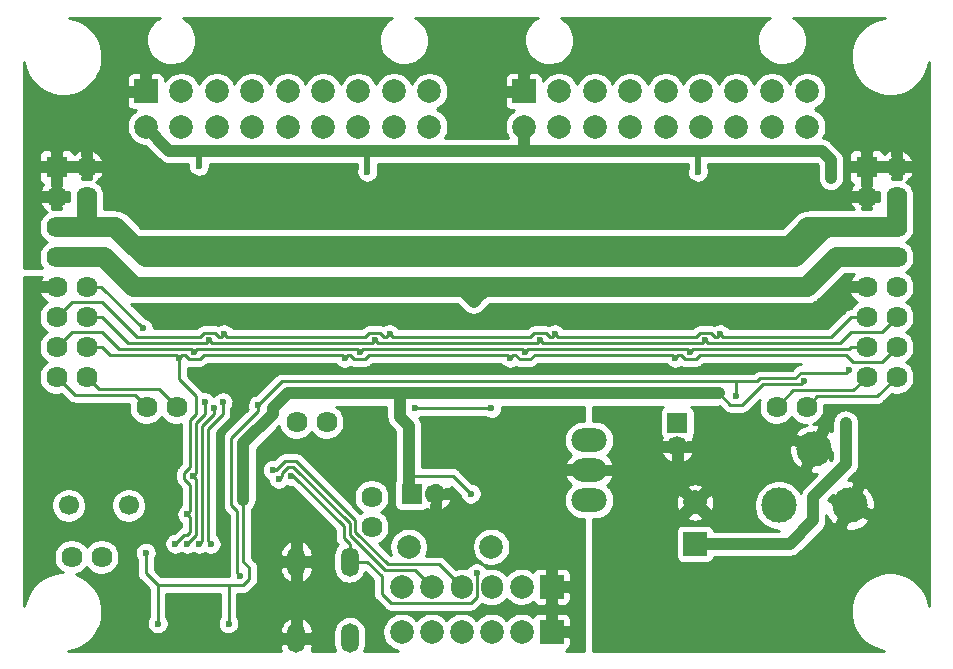
<source format=gbr>
G04 #@! TF.FileFunction,Copper,L2,Bot,Signal*
%FSLAX46Y46*%
G04 Gerber Fmt 4.6, Leading zero omitted, Abs format (unit mm)*
G04 Created by KiCad (PCBNEW (2015-08-26 BZR 6129, Git 2e41367)-product) date 17-08-10 10:08:59 AM*
%MOMM*%
G01*
G04 APERTURE LIST*
%ADD10C,0.100000*%
%ADD11R,1.790000X1.790000*%
%ADD12C,1.790000*%
%ADD13R,2.000000X1.000000*%
%ADD14O,3.000000X2.000000*%
%ADD15R,2.000000X2.000000*%
%ADD16C,2.000000*%
%ADD17O,1.900000X2.000000*%
%ADD18C,1.700000*%
%ADD19O,1.500000X2.500000*%
%ADD20C,3.000000*%
%ADD21R,1.700000X1.700000*%
%ADD22C,0.600000*%
%ADD23C,0.500000*%
%ADD24C,0.250000*%
%ADD25C,1.000000*%
%ADD26C,1.700000*%
G04 APERTURE END LIST*
D10*
D11*
X33020000Y26670000D03*
D12*
X35560000Y26670000D03*
X33020000Y24130000D03*
X35560000Y24130000D03*
X33020000Y21590000D03*
X35560000Y21590000D03*
X33020000Y19050000D03*
X35560000Y19050000D03*
X33020000Y16510000D03*
X35560000Y16510000D03*
X33020000Y13970000D03*
X35560000Y13970000D03*
X33020000Y11430000D03*
X35560000Y11430000D03*
X33020000Y8890000D03*
X35560000Y8890000D03*
D11*
X-35560000Y26670000D03*
D12*
X-33020000Y26670000D03*
X-35560000Y24130000D03*
X-33020000Y24130000D03*
X-35560000Y21590000D03*
X-33020000Y21590000D03*
X-35560000Y19050000D03*
X-33020000Y19050000D03*
X-35560000Y16510000D03*
X-33020000Y16510000D03*
X-35560000Y13970000D03*
X-33020000Y13970000D03*
X-35560000Y11430000D03*
X-33020000Y11430000D03*
X-35560000Y8890000D03*
X-33020000Y8890000D03*
D13*
X8450000Y1000000D03*
D14*
X9540000Y-1540000D03*
X9540000Y1000000D03*
X9540000Y3540000D03*
D15*
X6350000Y-12700000D03*
D16*
X3810000Y-12700000D03*
X1270000Y-12700000D03*
X-1270000Y-12700000D03*
X-3810000Y-12700000D03*
X-6350000Y-12700000D03*
D15*
X6350000Y-8890000D03*
D16*
X3810000Y-8890000D03*
D17*
X1270000Y-8890000D03*
X-1270000Y-8890000D03*
D16*
X-3810000Y-8890000D03*
X-6350000Y-8890000D03*
D18*
X-34540000Y-2000000D03*
X-29460000Y-2000000D03*
D12*
X25400000Y6350000D03*
X27940000Y6350000D03*
X-27940000Y6350000D03*
X-25400000Y6350000D03*
D19*
X-10750000Y-6750000D03*
X-15250000Y-6750000D03*
X-15250000Y-13250000D03*
X-10750000Y-13250000D03*
D20*
X25600000Y-2000000D03*
X31600000Y-2000000D03*
X28600000Y2800000D03*
D16*
X18500000Y-1750000D03*
D15*
X18500000Y-5250000D03*
D18*
X17000000Y3000000D03*
D21*
X17000000Y5000000D03*
D12*
X-8890000Y-3810000D03*
X-8890000Y-1270000D03*
X-15240000Y5080000D03*
X-12700000Y5080000D03*
X-34290000Y-6350000D03*
X-31750000Y-6350000D03*
D15*
X4000000Y33080000D03*
D16*
X7000000Y33080000D03*
X10000000Y33080000D03*
X13000000Y33080000D03*
X16000000Y33080000D03*
X19000000Y33080000D03*
X22000000Y33080000D03*
X25000000Y33080000D03*
X28000000Y33080000D03*
X4000000Y30080000D03*
X7000000Y30080000D03*
X10000000Y30080000D03*
X13000000Y30080000D03*
X16000000Y30080000D03*
X19000000Y30080000D03*
X22000000Y30080000D03*
X25000000Y30080000D03*
X28000000Y30080000D03*
D15*
X-28000000Y33080000D03*
D16*
X-25000000Y33080000D03*
X-22000000Y33080000D03*
X-19000000Y33080000D03*
X-16000000Y33080000D03*
X-13000000Y33080000D03*
X-10000000Y33080000D03*
X-7000000Y33080000D03*
X-4000000Y33080000D03*
X-28000000Y30080000D03*
X-25000000Y30080000D03*
X-22000000Y30080000D03*
X-19000000Y30080000D03*
X-16000000Y30080000D03*
X-13000000Y30080000D03*
X-10000000Y30080000D03*
X-7000000Y30080000D03*
X-4000000Y30080000D03*
X-5750000Y-5500000D03*
X1250000Y-5500000D03*
D18*
X-3500000Y-1000000D03*
D21*
X-5500000Y-1000000D03*
D22*
X13000000Y1000000D03*
X-14000000Y23250000D03*
X0Y23250000D03*
X14000000Y23250000D03*
X37500000Y-6000000D03*
X37500000Y31500000D03*
X-37500000Y31500000D03*
X-28000000Y21750000D03*
X14000000Y22500000D03*
X0Y22500000D03*
X-14000000Y22500000D03*
X10500000Y-6000000D03*
X-28000000Y22500000D03*
X-28000000Y23250000D03*
X14000000Y21750000D03*
X0Y21750000D03*
X-14000000Y21750000D03*
X-500000Y-1000000D03*
X-28000000Y-6000000D03*
X-19750000Y500000D03*
X-21000000Y-12000000D03*
X-19750000Y-1500000D03*
X-27000000Y-12000000D03*
X27750000Y8500000D03*
X-15500000Y7500000D03*
X12500000Y7500000D03*
X-1500000Y7500000D03*
X30000000Y27250000D03*
X31250000Y5000000D03*
X30000000Y26500000D03*
X30000000Y25750000D03*
X18750000Y26250000D03*
X-9250000Y26250000D03*
X-23500000Y26750000D03*
X31250000Y4250000D03*
X31250000Y3500000D03*
X-37500000Y-7500000D03*
X-15500000Y14000000D03*
X-15500000Y13250000D03*
X-13500000Y14000000D03*
X-13500000Y13250000D03*
X26500000Y13250000D03*
X26500000Y14000000D03*
X14500000Y14000000D03*
X14500000Y13250000D03*
X12500000Y13250000D03*
X12500000Y14000000D03*
X-1500000Y13250000D03*
X-1500000Y14000000D03*
X-32000000Y2000000D03*
X-26000000Y-1500000D03*
X-30250000Y-13000000D03*
X-17750000Y-13000000D03*
X1550000Y13250000D03*
X12500000Y9500000D03*
X-27500000Y14000000D03*
X-28000000Y14500000D03*
X-24000000Y-13000000D03*
X-13000000Y-5250000D03*
X-15500000Y9500000D03*
X-1500000Y9500000D03*
X-25500000Y-5250000D03*
X-24500000Y-2750000D03*
X-25175000Y10500000D03*
X-11175000Y10500000D03*
X2825000Y10500000D03*
X16825000Y10500000D03*
X-24500000Y-5250000D03*
X-24000000Y500000D03*
X-23000000Y6750000D03*
X-23905000Y11000000D03*
X-9905000Y11000000D03*
X4095000Y11000000D03*
X18095000Y11000000D03*
X-22250000Y6250000D03*
X-23500000Y-5250000D03*
X-22635000Y12000000D03*
X-8635000Y12000000D03*
X5365000Y12000000D03*
X19365000Y12000000D03*
X-22500000Y-5250000D03*
X-21500000Y6750000D03*
X-21365000Y12500000D03*
X-7365000Y12500000D03*
X6635000Y12500000D03*
X20635000Y12500000D03*
X-18500000Y6500000D03*
X-20000000Y-8000000D03*
X31500000Y9500000D03*
X22000000Y7250000D03*
X-5250000Y6250000D03*
X1250000Y6250000D03*
X-28250000Y13000000D03*
X0Y-7750000D03*
X-15750000Y500000D03*
X-17250000Y1000000D03*
X-16750000Y250000D03*
X-250000Y15250000D03*
X-750000Y15750000D03*
X-250000Y16250000D03*
X250000Y15750000D03*
D23*
X0Y22500000D02*
X0Y23250000D01*
X35560000Y26670000D02*
X35560000Y29560000D01*
X35560000Y29560000D02*
X37500000Y31500000D01*
X-28000000Y22500000D02*
X-28000000Y21750000D01*
X14000000Y21750000D02*
X14000000Y22500000D01*
X0Y22500000D02*
X0Y21750000D01*
X-14000000Y21750000D02*
X-14000000Y22500000D01*
X-28000000Y22500000D02*
X-28000000Y23250000D01*
D24*
X-5750000Y500000D02*
X-2000000Y500000D01*
X-2000000Y500000D02*
X-500000Y-1000000D01*
X24250000Y8250000D02*
X27500000Y8250000D01*
X27500000Y8250000D02*
X27750000Y8500000D01*
D25*
X-17250000Y5750000D02*
X-17250000Y6250000D01*
X-16000000Y7500000D02*
X-15500000Y7500000D01*
X-17250000Y6250000D02*
X-16000000Y7500000D01*
X-17250000Y5750000D02*
X-19750000Y3250000D01*
X-19750000Y3250000D02*
X-19750000Y2000000D01*
X-19750000Y1250000D02*
X-19750000Y500000D01*
X-19750000Y1250000D02*
X-19750000Y2000000D01*
D24*
X-28000000Y-6000000D02*
X-28000000Y-7750000D01*
X-21000000Y-8750000D02*
X-19750000Y-8750000D01*
X-19750000Y-8750000D02*
X-19250000Y-8250000D01*
X-19250000Y-7250000D02*
X-19250000Y-8250000D01*
X-19250000Y-7250000D02*
X-19750000Y-6750000D01*
X-19750000Y-6750000D02*
X-19750000Y-1500000D01*
X-27000000Y-12000000D02*
X-27000000Y-8750000D01*
X-21000000Y-8750000D02*
X-27000000Y-8750000D01*
X-27000000Y-8750000D02*
X-28000000Y-7750000D01*
X-21000000Y-12000000D02*
X-21000000Y-8750000D01*
D25*
X-19750000Y-1500000D02*
X-19750000Y500000D01*
X-6500000Y7500000D02*
X-15500000Y7500000D01*
X-1500000Y7500000D02*
X-6500000Y7500000D01*
X-5750000Y500000D02*
X-5750000Y750000D01*
X-5750000Y750000D02*
X-5750000Y4750000D01*
X-5750000Y4750000D02*
X-6500000Y5500000D01*
X-5750000Y500000D02*
X-5750000Y-1000000D01*
X-6500000Y5500000D02*
X-6500000Y7500000D01*
D24*
X24250000Y8250000D02*
X22500000Y6500000D01*
D25*
X12500000Y7500000D02*
X20500000Y7500000D01*
D24*
X22500000Y6500000D02*
X21500000Y6500000D01*
X21500000Y6500000D02*
X20500000Y7500000D01*
D25*
X-1500000Y7500000D02*
X12500000Y7500000D01*
X30000000Y26500000D02*
X30000000Y27250000D01*
X30000000Y27250000D02*
X29250000Y28000000D01*
X29250000Y28000000D02*
X18750000Y28000000D01*
X31250000Y4250000D02*
X31250000Y5000000D01*
X30000000Y26500000D02*
X30000000Y25750000D01*
D23*
X18750000Y26250000D02*
X18750000Y28000000D01*
X-9250000Y26250000D02*
X-9250000Y28000000D01*
X-9250000Y28000000D02*
X-9250000Y27750000D01*
X-9250000Y27750000D02*
X-9250000Y28000000D01*
X-23500000Y26750000D02*
X-23500000Y28000000D01*
D25*
X28500000Y-3250000D02*
X28500000Y-1250000D01*
X18500000Y-5250000D02*
X26500000Y-5250000D01*
X26500000Y-5250000D02*
X28500000Y-3250000D01*
X28500000Y-1250000D02*
X31250000Y1500000D01*
X4000000Y28000000D02*
X18750000Y28000000D01*
X-28000000Y30080000D02*
X-28000000Y30000000D01*
X-28000000Y30000000D02*
X-26000000Y28000000D01*
X-26000000Y28000000D02*
X-23500000Y28000000D01*
X-23500000Y28000000D02*
X-9250000Y28000000D01*
X-9250000Y28000000D02*
X4000000Y28000000D01*
X4000000Y30080000D02*
X4000000Y28000000D01*
X31250000Y3500000D02*
X31250000Y4250000D01*
X31250000Y1500000D02*
X31250000Y3500000D01*
X18750000Y-5250000D02*
X18500000Y-5250000D01*
D24*
X-32000000Y2000000D02*
X-32000000Y-2500000D01*
X-37500000Y-5000000D02*
X-37500000Y-7500000D01*
X-36500000Y-4000000D02*
X-37500000Y-5000000D01*
X-33500000Y-4000000D02*
X-36500000Y-4000000D01*
X-32000000Y-2500000D02*
X-33500000Y-4000000D01*
X-13500000Y14000000D02*
X-15500000Y14000000D01*
X-15500000Y13250000D02*
X-15500000Y14000000D01*
X-13500000Y13250000D02*
X-13500000Y14000000D01*
X26500000Y13250000D02*
X26500000Y14000000D01*
X14500000Y13250000D02*
X14500000Y14000000D01*
X12500000Y13250000D02*
X12500000Y14000000D01*
X-1500000Y14000000D02*
X-1500000Y13250000D01*
X-32000000Y2000000D02*
X-32000000Y750000D01*
X-27500000Y250000D02*
X-26000000Y-1500000D01*
X-31500000Y250000D02*
X-27500000Y250000D01*
X-32000000Y750000D02*
X-31500000Y250000D01*
X-28000000Y14500000D02*
X-27500000Y14000000D01*
D25*
X33020000Y16510000D02*
X31242000Y16510000D01*
X-35560000Y16510000D02*
X-37465000Y16510000D01*
D24*
X-24250000Y5250000D02*
X-24250000Y1250000D01*
X-24250000Y-2500000D02*
X-24500000Y-2750000D01*
X-24250000Y-250000D02*
X-24250000Y-2500000D01*
X-24750000Y250000D02*
X-24250000Y-250000D01*
X-24750000Y750000D02*
X-24750000Y250000D01*
X-24250000Y1250000D02*
X-24750000Y750000D01*
X-25500000Y-5250000D02*
X-24750000Y-4500000D01*
X-24750000Y-4500000D02*
X-24500000Y-4500000D01*
X-24500000Y-4500000D02*
X-24250000Y-4250000D01*
X-24250000Y-4250000D02*
X-24250000Y-3000000D01*
X-24250000Y-3000000D02*
X-24500000Y-2750000D01*
X-23750000Y5750000D02*
X-24250000Y5250000D01*
X-23750000Y7250000D02*
X-23750000Y5750000D01*
X-23750000Y7250000D02*
X-25175000Y8675000D01*
X-25175000Y10500000D02*
X-25175000Y8675000D01*
X-24361250Y10388750D02*
X-23448750Y10388750D01*
X-23448750Y10388750D02*
X-23087500Y10750000D01*
X17638750Y10388750D02*
X18551250Y10388750D01*
X18551250Y10388750D02*
X18912500Y10750000D01*
X3638750Y10388750D02*
X4551250Y10388750D01*
X4551250Y10388750D02*
X4912500Y10750000D01*
X-10361250Y10388750D02*
X-9448750Y10388750D01*
X-9448750Y10388750D02*
X-9087500Y10750000D01*
X2575000Y10750000D02*
X2825000Y10500000D01*
X-1015000Y10750000D02*
X2575000Y10750000D01*
X-1015000Y10750000D02*
X-9087500Y10750000D01*
X3075000Y10750000D02*
X3277500Y10750000D01*
X3277500Y10750000D02*
X3638750Y10388750D01*
X-14985000Y10750000D02*
X-23087500Y10750000D01*
X-14985000Y10750000D02*
X-11425000Y10750000D01*
X-31000000Y10750000D02*
X-25425000Y10750000D01*
X-33020000Y11430000D02*
X-31680000Y11430000D01*
X-31680000Y11430000D02*
X-31000000Y10750000D01*
X-25425000Y10750000D02*
X-25175000Y10500000D01*
X-11175000Y10500000D02*
X-11425000Y10750000D01*
X-24925000Y10750000D02*
X-25175000Y10500000D01*
X-24722500Y10750000D02*
X-24925000Y10750000D01*
X-24361250Y10388750D02*
X-24722500Y10750000D01*
X-10361250Y10388750D02*
X-10722500Y10750000D01*
X-10722500Y10750000D02*
X-10925000Y10750000D01*
X-10925000Y10750000D02*
X-11175000Y10500000D01*
X13937500Y10750000D02*
X4912500Y10750000D01*
X3075000Y10750000D02*
X2825000Y10500000D01*
X13937500Y10750000D02*
X16575000Y10750000D01*
X17638750Y10388750D02*
X17277500Y10750000D01*
X17075000Y10750000D02*
X16825000Y10500000D01*
X17277500Y10750000D02*
X17075000Y10750000D01*
X18912500Y10750000D02*
X30477500Y10750000D01*
X16575000Y10750000D02*
X16825000Y10500000D01*
X31250000Y10750000D02*
X30477500Y10750000D01*
X34315000Y10160000D02*
X31840000Y10160000D01*
X31840000Y10160000D02*
X31250000Y10750000D01*
X34315000Y10160000D02*
X34290000Y10160000D01*
X34290000Y10160000D02*
X35560000Y11430000D01*
X-23750000Y-4500000D02*
X-23750000Y250000D01*
X-23750000Y-4500000D02*
X-24500000Y-5250000D01*
X-23750000Y250000D02*
X-24000000Y500000D01*
X-23750000Y750000D02*
X-24000000Y500000D01*
X-23750000Y5000000D02*
X-23750000Y750000D01*
X-23000000Y5750000D02*
X-23750000Y5000000D01*
X-23000000Y6750000D02*
X-23000000Y5750000D01*
X-14985000Y11250000D02*
X-23655000Y11250000D01*
X-14985000Y11250000D02*
X-10155000Y11250000D01*
X-9905000Y11000000D02*
X-10155000Y11250000D01*
X-24155000Y11250000D02*
X-30250000Y11250000D01*
X-23905000Y11000000D02*
X-24155000Y11250000D01*
X-34290000Y12700000D02*
X-35560000Y11430000D01*
X-31700000Y12700000D02*
X-34290000Y12700000D01*
X-30250000Y11250000D02*
X-31700000Y12700000D01*
X-23655000Y11250000D02*
X-23905000Y11000000D01*
X-1015000Y11250000D02*
X-9655000Y11250000D01*
X-9655000Y11250000D02*
X-9905000Y11000000D01*
X-1015000Y11250000D02*
X3845000Y11250000D01*
X3845000Y11250000D02*
X4095000Y11000000D01*
X12985000Y11250000D02*
X4345000Y11250000D01*
X17845000Y11250000D02*
X18095000Y11000000D01*
X12985000Y11250000D02*
X17845000Y11250000D01*
X4345000Y11250000D02*
X4095000Y11000000D01*
X18345000Y11250000D02*
X31500000Y11250000D01*
X31500000Y11250000D02*
X31680000Y11430000D01*
X31680000Y11430000D02*
X33020000Y11430000D01*
X18095000Y11000000D02*
X18345000Y11250000D01*
X-22250000Y5750000D02*
X-23250000Y4750000D01*
X-22250000Y5750000D02*
X-22250000Y6250000D01*
X-23250000Y-5000000D02*
X-23500000Y-5250000D01*
X-23250000Y4750000D02*
X-23250000Y-5000000D01*
X-14985000Y11750000D02*
X-22385000Y11750000D01*
X-14985000Y11750000D02*
X-8885000Y11750000D01*
X-8635000Y12000000D02*
X-8885000Y11750000D01*
X-29500000Y11750000D02*
X-22885000Y11750000D01*
X-33020000Y13970000D02*
X-31720000Y13970000D01*
X-29500000Y11750000D02*
X-29515000Y11765000D01*
X-29515000Y11765000D02*
X-31720000Y13970000D01*
X-22885000Y11750000D02*
X-22635000Y12000000D01*
X-22385000Y11750000D02*
X-22635000Y12000000D01*
X-1015000Y11750000D02*
X-8385000Y11750000D01*
X-8385000Y11750000D02*
X-8635000Y12000000D01*
X-1015000Y11750000D02*
X5115000Y11750000D01*
X5115000Y11750000D02*
X5365000Y12000000D01*
X12985000Y11765000D02*
X5600000Y11765000D01*
X5600000Y11765000D02*
X5365000Y12000000D01*
X12985000Y11765000D02*
X19130000Y11765000D01*
X19130000Y11765000D02*
X19365000Y12000000D01*
X19615000Y11750000D02*
X30750000Y11750000D01*
X35560000Y13970000D02*
X34290000Y12700000D01*
X31700000Y12700000D02*
X30750000Y11750000D01*
X34290000Y12700000D02*
X31700000Y12700000D01*
X19365000Y12000000D02*
X19615000Y11750000D01*
X-22500000Y-5250000D02*
X-22750000Y-5000000D01*
X-21500000Y6750000D02*
X-21500000Y5750000D01*
X-22750000Y4500000D02*
X-22750000Y-5000000D01*
X-21500000Y5750000D02*
X-22750000Y4500000D01*
X19841250Y12591250D02*
X18888750Y12591250D01*
X18888750Y12591250D02*
X18547500Y12250000D01*
X5841250Y12591250D02*
X4888750Y12591250D01*
X4888750Y12591250D02*
X4547500Y12250000D01*
X-7682500Y12250000D02*
X-7817500Y12250000D01*
X-7817500Y12250000D02*
X-8168750Y12601250D01*
X-7432500Y12500000D02*
X-7682500Y12250000D01*
X-7432500Y12500000D02*
X-7365000Y12500000D01*
X-21365000Y12500000D02*
X-21115000Y12250000D01*
X-9101250Y12601250D02*
X-9452500Y12250000D01*
X-9452500Y12250000D02*
X-14985000Y12250000D01*
X-14985000Y12250000D02*
X-21115000Y12250000D01*
X-9101250Y12601250D02*
X-8168750Y12601250D01*
X-23101250Y12601250D02*
X-22168750Y12601250D01*
X-22168750Y12601250D02*
X-21817500Y12250000D01*
X-21817500Y12250000D02*
X-21615000Y12250000D01*
X-21615000Y12250000D02*
X-21365000Y12500000D01*
X-23101250Y12601250D02*
X-23452500Y12250000D01*
X-23452500Y12250000D02*
X-28750000Y12250000D01*
X-34290000Y15240000D02*
X-31740000Y15240000D01*
X-31740000Y15240000D02*
X-28750000Y12250000D01*
X-35560000Y13970000D02*
X-34290000Y15240000D01*
X-21365000Y12500000D02*
X-21432500Y12500000D01*
X4547500Y12250000D02*
X-7115000Y12250000D01*
X-7115000Y12250000D02*
X-7365000Y12500000D01*
X6182500Y12250000D02*
X6385000Y12250000D01*
X6182500Y12250000D02*
X5841250Y12591250D01*
X6635000Y12500000D02*
X6385000Y12250000D01*
X18547500Y12250000D02*
X6885000Y12250000D01*
X6885000Y12250000D02*
X6635000Y12500000D01*
X20182500Y12250000D02*
X20385000Y12250000D01*
X20635000Y12500000D02*
X20385000Y12250000D01*
X19841250Y12591250D02*
X20182500Y12250000D01*
X30000000Y12250000D02*
X20885000Y12250000D01*
X20885000Y12250000D02*
X20635000Y12500000D01*
X31720000Y13970000D02*
X30160000Y12410000D01*
X30000000Y12250000D02*
X30160000Y12410000D01*
X31720000Y13970000D02*
X33020000Y13970000D01*
X31720000Y13970000D02*
X33020000Y13970000D01*
X24000000Y8750000D02*
X27000000Y8750000D01*
X27500000Y9250000D02*
X31250000Y9250000D01*
X27000000Y8750000D02*
X27500000Y9250000D01*
X-16500000Y8500000D02*
X-18500000Y6500000D01*
X22000000Y8500000D02*
X-16500000Y8500000D01*
X22000000Y8500000D02*
X23750000Y8500000D01*
X23750000Y8500000D02*
X24000000Y8750000D01*
X-18500000Y6000000D02*
X-18500000Y6500000D01*
X-20250000Y-2500000D02*
X-20250000Y-7750000D01*
X-20250000Y-7750000D02*
X-20000000Y-8000000D01*
X-20250000Y-2500000D02*
X-20750000Y-2000000D01*
X-20750000Y-2000000D02*
X-20750000Y3750000D01*
X-18500000Y6000000D02*
X-20750000Y3750000D01*
X31500000Y9500000D02*
X31250000Y9250000D01*
X22000000Y8500000D02*
X22000000Y7250000D01*
X1250000Y6250000D02*
X-5250000Y6250000D01*
X-33020000Y16510000D02*
X-31760000Y16510000D01*
X-31760000Y16510000D02*
X-28250000Y13000000D01*
X26800000Y7750000D02*
X31880000Y7750000D01*
X25400000Y6350000D02*
X26800000Y7750000D01*
X31880000Y7750000D02*
X33020000Y8890000D01*
X33920000Y7250000D02*
X28840000Y7250000D01*
X35560000Y8890000D02*
X33920000Y7250000D01*
X28840000Y7250000D02*
X27940000Y6350000D01*
X-27940000Y6350000D02*
X-28956000Y7366000D01*
X-34036000Y7366000D02*
X-35560000Y8890000D01*
X-28956000Y7366000D02*
X-34036000Y7366000D01*
X-33020000Y8890000D02*
X-32004000Y7874000D01*
X-26924000Y7874000D02*
X-25400000Y6350000D01*
X-32004000Y7874000D02*
X-26924000Y7874000D01*
X-500000Y-10250000D02*
X-7250000Y-10250000D01*
X-9250000Y-6750000D02*
X-10750000Y-6750000D01*
X-8000000Y-8000000D02*
X-9250000Y-6750000D01*
X-8000000Y-9500000D02*
X-8000000Y-8000000D01*
X-7250000Y-10250000D02*
X-8000000Y-9500000D01*
X0Y-9750000D02*
X0Y-7750000D01*
X-500000Y-10250000D02*
X0Y-9750000D01*
X-10750000Y-6750000D02*
X-10750000Y-5250000D01*
X-15500000Y500000D02*
X-15750000Y500000D01*
X-11250000Y-3750000D02*
X-15500000Y500000D01*
X-11250000Y-4750000D02*
X-11250000Y-3750000D01*
X-10750000Y-5250000D02*
X-11250000Y-4750000D01*
X-10750000Y-6750000D02*
X-10750000Y-6250000D01*
X-17000000Y1000000D02*
X-17250000Y1000000D01*
X-15250000Y1750000D02*
X-16250000Y1750000D01*
X-16250000Y1750000D02*
X-17000000Y1000000D01*
X-15250000Y1750000D02*
X-10250000Y-3250000D01*
X-10250000Y-3250000D02*
X-10250000Y-4250000D01*
X-3160000Y-7000000D02*
X-7500000Y-7000000D01*
X-16250000Y1750000D02*
X-17000000Y1000000D01*
X-7500000Y-7000000D02*
X-10250000Y-4250000D01*
X-1270000Y-8890000D02*
X-3160000Y-7000000D01*
X-15500000Y1250000D02*
X-16000000Y1250000D01*
X-3810000Y-8890000D02*
X-5200000Y-7500000D01*
X-7750000Y-7500000D02*
X-5200000Y-7500000D01*
X-10750000Y-3500000D02*
X-15500000Y1250000D01*
X-10750000Y-4500000D02*
X-10750000Y-3500000D01*
X-7750000Y-7500000D02*
X-10750000Y-4500000D01*
X-16500000Y500000D02*
X-16750000Y250000D01*
X-16500000Y750000D02*
X-16500000Y500000D01*
X-16000000Y1250000D02*
X-16500000Y750000D01*
D26*
X33020000Y19050000D02*
X35560000Y19050000D01*
D25*
X-29000000Y16500000D02*
X-1500000Y16500000D01*
X-1500000Y16500000D02*
X-250000Y15250000D01*
D26*
X-29000000Y16500000D02*
X28000000Y16500000D01*
D25*
X28000000Y16500000D02*
X1250000Y16500000D01*
X1250000Y16500000D02*
X250000Y15750000D01*
X250000Y15750000D02*
X-250000Y15250000D01*
X-250000Y15750000D02*
X-250000Y16250000D01*
D26*
X-33020000Y19050000D02*
X-31550000Y19050000D01*
X30550000Y19050000D02*
X33020000Y19050000D01*
X28000000Y16500000D02*
X30550000Y19050000D01*
X-31550000Y19050000D02*
X-29000000Y16500000D01*
D25*
X-250000Y16250000D02*
X250000Y15750000D01*
D26*
X31550000Y19050000D02*
X33020000Y19050000D01*
D25*
X33020000Y19050000D02*
X31550000Y19050000D01*
D26*
X-33020000Y19050000D02*
X-35560000Y19050000D01*
X33020000Y21590000D02*
X28090000Y21590000D01*
X28090000Y21590000D02*
X26500000Y20000000D01*
X26500000Y20000000D02*
X-29000000Y20000000D01*
X-28000000Y19000000D02*
X-29000000Y20000000D01*
X-29000000Y20000000D02*
X-30590000Y21590000D01*
X29590000Y21590000D02*
X27000000Y19000000D01*
X27000000Y19000000D02*
X-28000000Y19000000D01*
X33020000Y21590000D02*
X29590000Y21590000D01*
X-30590000Y21590000D02*
X-33020000Y21590000D01*
X33020000Y21590000D02*
X35560000Y21590000D01*
X-33020000Y21590000D02*
X-33020000Y24130000D01*
X-35560000Y21590000D02*
X-33020000Y21590000D01*
X35560000Y21590000D02*
X35560000Y24130000D01*
D24*
G36*
X-36898431Y17245809D02*
X-37015861Y16971826D01*
X-37077836Y16680253D01*
X-37081998Y16382194D01*
X-37028188Y16089004D01*
X-36918455Y15811849D01*
X-36756978Y15561287D01*
X-36549909Y15346861D01*
X-36395737Y15239708D01*
X-36517046Y15160326D01*
X-36730022Y14951765D01*
X-36898431Y14705809D01*
X-37015861Y14431826D01*
X-37077836Y14140253D01*
X-37081998Y13842194D01*
X-37028188Y13549004D01*
X-36918455Y13271849D01*
X-36756978Y13021287D01*
X-36549909Y12806861D01*
X-36395737Y12699708D01*
X-36517046Y12620326D01*
X-36730022Y12411765D01*
X-36898431Y12165809D01*
X-37015861Y11891826D01*
X-37077836Y11600253D01*
X-37081998Y11302194D01*
X-37028188Y11009004D01*
X-36918455Y10731849D01*
X-36756978Y10481287D01*
X-36549909Y10266861D01*
X-36395737Y10159708D01*
X-36517046Y10080326D01*
X-36730022Y9871765D01*
X-36898431Y9625809D01*
X-37015861Y9351826D01*
X-37077836Y9060253D01*
X-37081998Y8762194D01*
X-37028188Y8469004D01*
X-36918455Y8191849D01*
X-36756978Y7941287D01*
X-36549909Y7726861D01*
X-36305135Y7556738D01*
X-36031979Y7437399D01*
X-35740845Y7373389D01*
X-35442823Y7367146D01*
X-35149523Y7418863D01*
X-34566330Y6835670D01*
X-34512818Y6791715D01*
X-34459725Y6747165D01*
X-34456270Y6745265D01*
X-34453222Y6742762D01*
X-34392153Y6710017D01*
X-34331456Y6676648D01*
X-34327698Y6675456D01*
X-34324222Y6673592D01*
X-34257995Y6653345D01*
X-34191934Y6632389D01*
X-34188011Y6631949D01*
X-34184243Y6630797D01*
X-34115379Y6623802D01*
X-34046472Y6616073D01*
X-34038758Y6616019D01*
X-34038618Y6616005D01*
X-34038487Y6616017D01*
X-34036000Y6616000D01*
X-29437485Y6616000D01*
X-29457836Y6520253D01*
X-29461998Y6222194D01*
X-29408188Y5929004D01*
X-29298455Y5651849D01*
X-29136978Y5401287D01*
X-28929909Y5186861D01*
X-28685135Y5016738D01*
X-28411979Y4897399D01*
X-28120845Y4833389D01*
X-27822823Y4827146D01*
X-27529264Y4878909D01*
X-27251350Y4986705D01*
X-26999666Y5146428D01*
X-26783800Y5351995D01*
X-26669570Y5513927D01*
X-26596978Y5401287D01*
X-26389909Y5186861D01*
X-26145135Y5016738D01*
X-25871979Y4897399D01*
X-25580845Y4833389D01*
X-25282823Y4827146D01*
X-25000000Y4877016D01*
X-25000000Y1560660D01*
X-25280330Y1280330D01*
X-25324267Y1226840D01*
X-25368835Y1173725D01*
X-25370736Y1170267D01*
X-25373238Y1167221D01*
X-25405972Y1106174D01*
X-25439352Y1045456D01*
X-25440544Y1041698D01*
X-25442408Y1038222D01*
X-25462668Y971954D01*
X-25483611Y905934D01*
X-25484050Y902016D01*
X-25485204Y898243D01*
X-25492209Y829284D01*
X-25499927Y760472D01*
X-25499981Y752769D01*
X-25499996Y752618D01*
X-25499983Y752478D01*
X-25500000Y750000D01*
X-25500000Y250000D01*
X-25493243Y181093D01*
X-25487201Y112036D01*
X-25486101Y108249D01*
X-25485716Y104324D01*
X-25465685Y37976D01*
X-25446364Y-28527D01*
X-25444550Y-32026D01*
X-25443410Y-35803D01*
X-25410871Y-97000D01*
X-25379003Y-158479D01*
X-25376543Y-161560D01*
X-25374691Y-165044D01*
X-25330893Y-218746D01*
X-25287683Y-272874D01*
X-25282272Y-278361D01*
X-25282178Y-278476D01*
X-25282072Y-278564D01*
X-25280330Y-280330D01*
X-25000000Y-560660D01*
X-25000000Y-1971694D01*
X-25082413Y-2025624D01*
X-25212020Y-2152544D01*
X-25314506Y-2302222D01*
X-25385968Y-2468954D01*
X-25423683Y-2646392D01*
X-25426216Y-2827777D01*
X-25393470Y-3006198D01*
X-25326691Y-3174862D01*
X-25228424Y-3327342D01*
X-25102412Y-3457832D01*
X-25000000Y-3529010D01*
X-25000000Y-3795348D01*
X-25028527Y-3803636D01*
X-25032026Y-3805450D01*
X-25035803Y-3806590D01*
X-25097000Y-3839129D01*
X-25158479Y-3870997D01*
X-25161560Y-3873457D01*
X-25165044Y-3875309D01*
X-25218746Y-3919107D01*
X-25272874Y-3962317D01*
X-25278361Y-3967728D01*
X-25278476Y-3967822D01*
X-25278564Y-3967928D01*
X-25280330Y-3969670D01*
X-25646977Y-4336317D01*
X-25762430Y-4358341D01*
X-25930623Y-4426295D01*
X-26082413Y-4525624D01*
X-26212020Y-4652544D01*
X-26314506Y-4802222D01*
X-26385968Y-4968954D01*
X-26423683Y-5146392D01*
X-26426216Y-5327777D01*
X-26393470Y-5506198D01*
X-26326691Y-5674862D01*
X-26228424Y-5827342D01*
X-26102412Y-5957832D01*
X-25953454Y-6061360D01*
X-25787224Y-6133984D01*
X-25610054Y-6172938D01*
X-25428692Y-6176737D01*
X-25250045Y-6145236D01*
X-25080920Y-6079637D01*
X-25000546Y-6028630D01*
X-24953454Y-6061360D01*
X-24787224Y-6133984D01*
X-24610054Y-6172938D01*
X-24428692Y-6176737D01*
X-24250045Y-6145236D01*
X-24080920Y-6079637D01*
X-24000546Y-6028630D01*
X-23953454Y-6061360D01*
X-23787224Y-6133984D01*
X-23610054Y-6172938D01*
X-23428692Y-6176737D01*
X-23250045Y-6145236D01*
X-23080920Y-6079637D01*
X-23000546Y-6028630D01*
X-22953454Y-6061360D01*
X-22787224Y-6133984D01*
X-22610054Y-6172938D01*
X-22428692Y-6176737D01*
X-22250045Y-6145236D01*
X-22080920Y-6079637D01*
X-21927757Y-5982437D01*
X-21796391Y-5857339D01*
X-21691825Y-5709107D01*
X-21618043Y-5543388D01*
X-21577853Y-5366494D01*
X-21574960Y-5159299D01*
X-21610195Y-4981352D01*
X-21679321Y-4813637D01*
X-21779708Y-4662544D01*
X-21907530Y-4533826D01*
X-22000000Y-4471455D01*
X-22000000Y4189340D01*
X-20969670Y5219670D01*
X-20925733Y5273160D01*
X-20881165Y5326275D01*
X-20879264Y5329733D01*
X-20876762Y5332779D01*
X-20844028Y5393826D01*
X-20810648Y5454544D01*
X-20809456Y5458302D01*
X-20807592Y5461778D01*
X-20787332Y5528046D01*
X-20766389Y5594066D01*
X-20765950Y5597984D01*
X-20764796Y5601757D01*
X-20757791Y5670716D01*
X-20750073Y5739528D01*
X-20750019Y5747231D01*
X-20750004Y5747382D01*
X-20750017Y5747522D01*
X-20750000Y5750000D01*
X-20750000Y6208425D01*
X-20691825Y6290893D01*
X-20618043Y6456612D01*
X-20577853Y6633506D01*
X-20574960Y6840701D01*
X-20610195Y7018648D01*
X-20679321Y7186363D01*
X-20779708Y7337456D01*
X-20907530Y7466174D01*
X-21057919Y7567612D01*
X-21225146Y7637908D01*
X-21402843Y7674384D01*
X-21584241Y7675651D01*
X-21762430Y7641659D01*
X-21930623Y7573705D01*
X-22082413Y7474376D01*
X-22212020Y7347456D01*
X-22249745Y7292359D01*
X-22279708Y7337456D01*
X-22407530Y7466174D01*
X-22557919Y7567612D01*
X-22725146Y7637908D01*
X-22902843Y7674384D01*
X-23084241Y7675651D01*
X-23127266Y7667443D01*
X-23169090Y7718724D01*
X-23212317Y7772874D01*
X-23217728Y7778361D01*
X-23217822Y7778476D01*
X-23217928Y7778564D01*
X-23219670Y7780330D01*
X-24425000Y8985660D01*
X-24425000Y9644799D01*
X-24371722Y9638823D01*
X-24364018Y9638769D01*
X-24363867Y9638754D01*
X-24363727Y9638767D01*
X-24361250Y9638750D01*
X-23448750Y9638750D01*
X-23379843Y9645507D01*
X-23310786Y9651549D01*
X-23306999Y9652649D01*
X-23303074Y9653034D01*
X-23236726Y9673065D01*
X-23170223Y9692386D01*
X-23166724Y9694200D01*
X-23162947Y9695340D01*
X-23101750Y9727879D01*
X-23040271Y9759747D01*
X-23037190Y9762207D01*
X-23033706Y9764059D01*
X-22980004Y9807857D01*
X-22925876Y9851067D01*
X-22920389Y9856478D01*
X-22920274Y9856572D01*
X-22920186Y9856678D01*
X-22918420Y9858420D01*
X-22776840Y10000000D01*
X-11953268Y10000000D01*
X-11903424Y9922658D01*
X-11777412Y9792168D01*
X-11628454Y9688640D01*
X-11462224Y9616016D01*
X-11285054Y9577062D01*
X-11103692Y9573263D01*
X-10925045Y9604764D01*
X-10755920Y9670363D01*
X-10685352Y9715147D01*
X-10656706Y9699398D01*
X-10652946Y9698205D01*
X-10649471Y9696342D01*
X-10583218Y9676086D01*
X-10517184Y9655139D01*
X-10513266Y9654700D01*
X-10509493Y9653546D01*
X-10440539Y9646542D01*
X-10371722Y9638823D01*
X-10364018Y9638769D01*
X-10363867Y9638754D01*
X-10363727Y9638767D01*
X-10361250Y9638750D01*
X-9448750Y9638750D01*
X-9379843Y9645507D01*
X-9310786Y9651549D01*
X-9306999Y9652649D01*
X-9303074Y9653034D01*
X-9236726Y9673065D01*
X-9170223Y9692386D01*
X-9166724Y9694200D01*
X-9162947Y9695340D01*
X-9101750Y9727879D01*
X-9040271Y9759747D01*
X-9037190Y9762207D01*
X-9033706Y9764059D01*
X-8980004Y9807857D01*
X-8925876Y9851067D01*
X-8920389Y9856478D01*
X-8920274Y9856572D01*
X-8920186Y9856678D01*
X-8918420Y9858420D01*
X-8776840Y10000000D01*
X2046732Y10000000D01*
X2096576Y9922658D01*
X2222588Y9792168D01*
X2371546Y9688640D01*
X2537776Y9616016D01*
X2714946Y9577062D01*
X2896308Y9573263D01*
X3074955Y9604764D01*
X3244080Y9670363D01*
X3314648Y9715147D01*
X3343294Y9699398D01*
X3347054Y9698205D01*
X3350529Y9696342D01*
X3416782Y9676086D01*
X3482816Y9655139D01*
X3486734Y9654700D01*
X3490507Y9653546D01*
X3559461Y9646542D01*
X3628278Y9638823D01*
X3635982Y9638769D01*
X3636133Y9638754D01*
X3636273Y9638767D01*
X3638750Y9638750D01*
X4551250Y9638750D01*
X4620157Y9645507D01*
X4689214Y9651549D01*
X4693001Y9652649D01*
X4696926Y9653034D01*
X4763274Y9673065D01*
X4829777Y9692386D01*
X4833276Y9694200D01*
X4837053Y9695340D01*
X4898250Y9727879D01*
X4959729Y9759747D01*
X4962810Y9762207D01*
X4966294Y9764059D01*
X5019996Y9807857D01*
X5074124Y9851067D01*
X5079611Y9856478D01*
X5079726Y9856572D01*
X5079814Y9856678D01*
X5081580Y9858420D01*
X5223160Y10000000D01*
X16046732Y10000000D01*
X16096576Y9922658D01*
X16222588Y9792168D01*
X16371546Y9688640D01*
X16537776Y9616016D01*
X16714946Y9577062D01*
X16896308Y9573263D01*
X17074955Y9604764D01*
X17244080Y9670363D01*
X17314648Y9715147D01*
X17343294Y9699398D01*
X17347054Y9698205D01*
X17350529Y9696342D01*
X17416782Y9676086D01*
X17482816Y9655139D01*
X17486734Y9654700D01*
X17490507Y9653546D01*
X17559461Y9646542D01*
X17628278Y9638823D01*
X17635982Y9638769D01*
X17636133Y9638754D01*
X17636273Y9638767D01*
X17638750Y9638750D01*
X18551250Y9638750D01*
X18620157Y9645507D01*
X18689214Y9651549D01*
X18693001Y9652649D01*
X18696926Y9653034D01*
X18763274Y9673065D01*
X18829777Y9692386D01*
X18833276Y9694200D01*
X18837053Y9695340D01*
X18898250Y9727879D01*
X18959729Y9759747D01*
X18962810Y9762207D01*
X18966294Y9764059D01*
X19019996Y9807857D01*
X19074124Y9851067D01*
X19079611Y9856478D01*
X19079726Y9856572D01*
X19079814Y9856678D01*
X19081580Y9858420D01*
X19223160Y10000000D01*
X27500000Y10000000D01*
X27431089Y9993243D01*
X27362037Y9987201D01*
X27358251Y9986101D01*
X27354324Y9985716D01*
X27287997Y9965691D01*
X27221474Y9946365D01*
X27217972Y9944550D01*
X27214197Y9943410D01*
X27153017Y9910880D01*
X27091521Y9879003D01*
X27088440Y9876544D01*
X27084956Y9874691D01*
X27031230Y9830873D01*
X26977127Y9787683D01*
X26971640Y9782273D01*
X26971524Y9782178D01*
X26971435Y9782070D01*
X26969670Y9780330D01*
X26689340Y9500000D01*
X24000000Y9500000D01*
X23931049Y9493239D01*
X23862036Y9487201D01*
X23858249Y9486101D01*
X23854324Y9485716D01*
X23787976Y9465685D01*
X23721473Y9446364D01*
X23717974Y9444550D01*
X23714197Y9443410D01*
X23653021Y9410882D01*
X23591520Y9379003D01*
X23588437Y9376542D01*
X23584956Y9374691D01*
X23531276Y9330910D01*
X23477126Y9287683D01*
X23471639Y9282272D01*
X23471524Y9282178D01*
X23471436Y9282072D01*
X23469670Y9280330D01*
X23439340Y9250000D01*
X-16500000Y9250000D01*
X-16568951Y9243239D01*
X-16637964Y9237201D01*
X-16641751Y9236101D01*
X-16645676Y9235716D01*
X-16712024Y9215685D01*
X-16778527Y9196364D01*
X-16782026Y9194550D01*
X-16785803Y9193410D01*
X-16847000Y9160871D01*
X-16908479Y9129003D01*
X-16911560Y9126543D01*
X-16915044Y9124691D01*
X-16968746Y9080893D01*
X-17022874Y9037683D01*
X-17028361Y9032272D01*
X-17028476Y9032178D01*
X-17028564Y9032072D01*
X-17030330Y9030330D01*
X-18646977Y7413683D01*
X-18762430Y7391659D01*
X-18930623Y7323705D01*
X-19082413Y7224376D01*
X-19212020Y7097456D01*
X-19314506Y6947778D01*
X-19385968Y6781046D01*
X-19423683Y6603608D01*
X-19426216Y6422223D01*
X-19393470Y6243802D01*
X-19371740Y6188920D01*
X-21280330Y4280330D01*
X-21324267Y4226840D01*
X-21368835Y4173725D01*
X-21370736Y4170267D01*
X-21373238Y4167221D01*
X-21405972Y4106174D01*
X-21439352Y4045456D01*
X-21440544Y4041698D01*
X-21442408Y4038222D01*
X-21462668Y3971954D01*
X-21483611Y3905934D01*
X-21484050Y3902016D01*
X-21485204Y3898243D01*
X-21492209Y3829284D01*
X-21499927Y3760472D01*
X-21499981Y3752769D01*
X-21499996Y3752618D01*
X-21499983Y3752478D01*
X-21500000Y3750000D01*
X-21500000Y-2000000D01*
X-21493243Y-2068907D01*
X-21487201Y-2137964D01*
X-21486101Y-2141751D01*
X-21485716Y-2145676D01*
X-21465685Y-2212024D01*
X-21446364Y-2278527D01*
X-21444550Y-2282026D01*
X-21443410Y-2285803D01*
X-21410871Y-2347000D01*
X-21379003Y-2408479D01*
X-21376543Y-2411560D01*
X-21374691Y-2415044D01*
X-21330893Y-2468746D01*
X-21287683Y-2522874D01*
X-21282272Y-2528361D01*
X-21282178Y-2528476D01*
X-21282072Y-2528564D01*
X-21280330Y-2530330D01*
X-21000000Y-2810660D01*
X-21000000Y-7750000D01*
X-20993243Y-7818907D01*
X-20987201Y-7887964D01*
X-20986101Y-7891751D01*
X-20985716Y-7895676D01*
X-20965685Y-7962024D01*
X-20954652Y-8000000D01*
X-26689340Y-8000000D01*
X-27250000Y-7439340D01*
X-27250000Y-6541575D01*
X-27191825Y-6459107D01*
X-27118043Y-6293388D01*
X-27077853Y-6116494D01*
X-27074960Y-5909299D01*
X-27110195Y-5731352D01*
X-27179321Y-5563637D01*
X-27279708Y-5412544D01*
X-27407530Y-5283826D01*
X-27557919Y-5182388D01*
X-27725146Y-5112092D01*
X-27902843Y-5075616D01*
X-28084241Y-5074349D01*
X-28262430Y-5108341D01*
X-28430623Y-5176295D01*
X-28582413Y-5275624D01*
X-28712020Y-5402544D01*
X-28814506Y-5552222D01*
X-28885968Y-5718954D01*
X-28923683Y-5896392D01*
X-28926216Y-6077777D01*
X-28893470Y-6256198D01*
X-28826691Y-6424862D01*
X-28750000Y-6543863D01*
X-28750000Y-7750000D01*
X-28743243Y-7818907D01*
X-28737201Y-7887964D01*
X-28736101Y-7891751D01*
X-28735716Y-7895676D01*
X-28715685Y-7962024D01*
X-28696364Y-8028527D01*
X-28694550Y-8032026D01*
X-28693410Y-8035803D01*
X-28660871Y-8097000D01*
X-28629003Y-8158479D01*
X-28626543Y-8161560D01*
X-28624691Y-8165044D01*
X-28580893Y-8218746D01*
X-28537683Y-8272874D01*
X-28532272Y-8278361D01*
X-28532178Y-8278476D01*
X-28532072Y-8278564D01*
X-28530330Y-8280330D01*
X-27750000Y-9060660D01*
X-27750000Y-11458013D01*
X-27814506Y-11552222D01*
X-27885968Y-11718954D01*
X-27923683Y-11896392D01*
X-27926216Y-12077777D01*
X-27893470Y-12256198D01*
X-27826691Y-12424862D01*
X-27728424Y-12577342D01*
X-27602412Y-12707832D01*
X-27453454Y-12811360D01*
X-27287224Y-12883984D01*
X-27110054Y-12922938D01*
X-26928692Y-12926737D01*
X-26750045Y-12895236D01*
X-26580920Y-12829637D01*
X-26427757Y-12732437D01*
X-26296391Y-12607339D01*
X-26191825Y-12459107D01*
X-26118043Y-12293388D01*
X-26077853Y-12116494D01*
X-26074960Y-11909299D01*
X-26110195Y-11731352D01*
X-26179321Y-11563637D01*
X-26250000Y-11457258D01*
X-26250000Y-9500000D01*
X-21750000Y-9500000D01*
X-21750000Y-11458013D01*
X-21814506Y-11552222D01*
X-21885968Y-11718954D01*
X-21923683Y-11896392D01*
X-21926216Y-12077777D01*
X-21893470Y-12256198D01*
X-21826691Y-12424862D01*
X-21728424Y-12577342D01*
X-21602412Y-12707832D01*
X-21453454Y-12811360D01*
X-21287224Y-12883984D01*
X-21110054Y-12922938D01*
X-20928692Y-12926737D01*
X-20750045Y-12895236D01*
X-20580920Y-12829637D01*
X-20427757Y-12732437D01*
X-20347190Y-12655714D01*
X-16644353Y-12655714D01*
X-16485686Y-12875000D01*
X-15625000Y-12875000D01*
X-15625000Y-11590377D01*
X-14875000Y-11590377D01*
X-14875000Y-12875000D01*
X-14014314Y-12875000D01*
X-13855647Y-12655714D01*
X-13900833Y-12385501D01*
X-13997867Y-12129295D01*
X-14143020Y-11896943D01*
X-14330713Y-11697373D01*
X-14553734Y-11538255D01*
X-14672673Y-11502074D01*
X-14875000Y-11590377D01*
X-15625000Y-11590377D01*
X-15827327Y-11502074D01*
X-15946266Y-11538255D01*
X-16169287Y-11697373D01*
X-16356980Y-11896943D01*
X-16502133Y-12129295D01*
X-16599167Y-12385501D01*
X-16644353Y-12655714D01*
X-20347190Y-12655714D01*
X-20296391Y-12607339D01*
X-20191825Y-12459107D01*
X-20118043Y-12293388D01*
X-20077853Y-12116494D01*
X-20074960Y-11909299D01*
X-20110195Y-11731352D01*
X-20179321Y-11563637D01*
X-20250000Y-11457258D01*
X-20250000Y-9500000D01*
X-19750000Y-9500000D01*
X-19681093Y-9493243D01*
X-19612036Y-9487201D01*
X-19608249Y-9486101D01*
X-19604324Y-9485716D01*
X-19537976Y-9465685D01*
X-19471473Y-9446364D01*
X-19467974Y-9444550D01*
X-19464197Y-9443410D01*
X-19403000Y-9410871D01*
X-19341521Y-9379003D01*
X-19338440Y-9376543D01*
X-19334956Y-9374691D01*
X-19281254Y-9330893D01*
X-19227126Y-9287683D01*
X-19221639Y-9282272D01*
X-19221524Y-9282178D01*
X-19221436Y-9282072D01*
X-19219670Y-9280330D01*
X-18719670Y-8780330D01*
X-18675733Y-8726840D01*
X-18631165Y-8673725D01*
X-18629264Y-8670267D01*
X-18626762Y-8667221D01*
X-18594028Y-8606174D01*
X-18560648Y-8545456D01*
X-18559456Y-8541698D01*
X-18557592Y-8538222D01*
X-18537332Y-8471954D01*
X-18516389Y-8405934D01*
X-18515950Y-8402016D01*
X-18514796Y-8398243D01*
X-18507791Y-8329284D01*
X-18500073Y-8260472D01*
X-18500019Y-8252769D01*
X-18500004Y-8252618D01*
X-18500017Y-8252478D01*
X-18500000Y-8250000D01*
X-18500000Y-7344286D01*
X-16644353Y-7344286D01*
X-16599167Y-7614499D01*
X-16502133Y-7870705D01*
X-16356980Y-8103057D01*
X-16169287Y-8302627D01*
X-15946266Y-8461745D01*
X-15827327Y-8497926D01*
X-15625000Y-8409623D01*
X-15625000Y-7125000D01*
X-14875000Y-7125000D01*
X-14875000Y-8409623D01*
X-14672673Y-8497926D01*
X-14553734Y-8461745D01*
X-14330713Y-8302627D01*
X-14143020Y-8103057D01*
X-13997867Y-7870705D01*
X-13900833Y-7614499D01*
X-13855647Y-7344286D01*
X-14014314Y-7125000D01*
X-14875000Y-7125000D01*
X-15625000Y-7125000D01*
X-16485686Y-7125000D01*
X-16644353Y-7344286D01*
X-18500000Y-7344286D01*
X-18500000Y-7250000D01*
X-18506757Y-7181089D01*
X-18512799Y-7112037D01*
X-18513899Y-7108251D01*
X-18514284Y-7104324D01*
X-18534309Y-7037997D01*
X-18553635Y-6971474D01*
X-18555450Y-6967972D01*
X-18556590Y-6964197D01*
X-18589120Y-6903017D01*
X-18620997Y-6841521D01*
X-18623456Y-6838440D01*
X-18625309Y-6834956D01*
X-18669127Y-6781230D01*
X-18712317Y-6727127D01*
X-18717727Y-6721640D01*
X-18717822Y-6721524D01*
X-18717930Y-6721435D01*
X-18719670Y-6719670D01*
X-19000000Y-6439340D01*
X-19000000Y-6155714D01*
X-16644353Y-6155714D01*
X-16485686Y-6375000D01*
X-15625000Y-6375000D01*
X-15625000Y-5090377D01*
X-14875000Y-5090377D01*
X-14875000Y-6375000D01*
X-14014314Y-6375000D01*
X-13855647Y-6155714D01*
X-13900833Y-5885501D01*
X-13997867Y-5629295D01*
X-14143020Y-5396943D01*
X-14330713Y-5197373D01*
X-14553734Y-5038255D01*
X-14672673Y-5002074D01*
X-14875000Y-5090377D01*
X-15625000Y-5090377D01*
X-15827327Y-5002074D01*
X-15946266Y-5038255D01*
X-16169287Y-5197373D01*
X-16356980Y-5396943D01*
X-16502133Y-5629295D01*
X-16599167Y-5885501D01*
X-16644353Y-6155714D01*
X-19000000Y-6155714D01*
X-19000000Y-2333628D01*
X-18962879Y-2303782D01*
X-18821747Y-2135588D01*
X-18715973Y-1943185D01*
X-18649584Y-1733901D01*
X-18625110Y-1515707D01*
X-18625000Y-1500000D01*
X-18625000Y922223D01*
X-18176216Y922223D01*
X-18143470Y743802D01*
X-18076691Y575138D01*
X-17978424Y422658D01*
X-17852412Y292168D01*
X-17703454Y188640D01*
X-17676153Y176713D01*
X-17676216Y172223D01*
X-17643470Y-6198D01*
X-17576691Y-174862D01*
X-17478424Y-327342D01*
X-17352412Y-457832D01*
X-17203454Y-561360D01*
X-17037224Y-633984D01*
X-16860054Y-672938D01*
X-16678692Y-676737D01*
X-16500045Y-645236D01*
X-16330920Y-579637D01*
X-16177757Y-482437D01*
X-16062688Y-372859D01*
X-16037224Y-383984D01*
X-15860054Y-422938D01*
X-15678692Y-426737D01*
X-15640634Y-420026D01*
X-12000000Y-4060660D01*
X-12000000Y-4750000D01*
X-11993243Y-4818907D01*
X-11987201Y-4887964D01*
X-11986101Y-4891751D01*
X-11985716Y-4895676D01*
X-11965685Y-4962024D01*
X-11946364Y-5028527D01*
X-11944550Y-5032026D01*
X-11943410Y-5035803D01*
X-11910871Y-5097000D01*
X-11879003Y-5158479D01*
X-11876543Y-5161560D01*
X-11874691Y-5165044D01*
X-11830893Y-5218746D01*
X-11787683Y-5272874D01*
X-11782272Y-5278361D01*
X-11782178Y-5278476D01*
X-11782072Y-5278564D01*
X-11780330Y-5280330D01*
X-11753143Y-5307517D01*
X-11884531Y-5464098D01*
X-12013811Y-5699258D01*
X-12094953Y-5955049D01*
X-12124866Y-6221730D01*
X-12125000Y-6240928D01*
X-12125000Y-7259072D01*
X-12098813Y-7526144D01*
X-12021251Y-7783044D01*
X-11895267Y-8019985D01*
X-11725660Y-8227944D01*
X-11518890Y-8398999D01*
X-11282834Y-8526634D01*
X-11026482Y-8605988D01*
X-10759599Y-8634038D01*
X-10492351Y-8609717D01*
X-10234916Y-8533950D01*
X-9997101Y-8409623D01*
X-9787963Y-8241472D01*
X-9615469Y-8035902D01*
X-9486189Y-7800742D01*
X-9431697Y-7628963D01*
X-8750000Y-8310660D01*
X-8750000Y-9500000D01*
X-8743243Y-9568907D01*
X-8737201Y-9637964D01*
X-8736101Y-9641751D01*
X-8735716Y-9645676D01*
X-8715685Y-9712024D01*
X-8696364Y-9778527D01*
X-8694550Y-9782026D01*
X-8693410Y-9785803D01*
X-8660871Y-9847000D01*
X-8629003Y-9908479D01*
X-8626543Y-9911560D01*
X-8624691Y-9915044D01*
X-8580893Y-9968746D01*
X-8537683Y-10022874D01*
X-8532272Y-10028361D01*
X-8532178Y-10028476D01*
X-8532072Y-10028564D01*
X-8530330Y-10030330D01*
X-7780330Y-10780330D01*
X-7726840Y-10824267D01*
X-7673725Y-10868835D01*
X-7670267Y-10870736D01*
X-7667221Y-10873238D01*
X-7606174Y-10905972D01*
X-7545456Y-10939352D01*
X-7541698Y-10940544D01*
X-7538222Y-10942408D01*
X-7471954Y-10962668D01*
X-7405934Y-10983611D01*
X-7402016Y-10984050D01*
X-7398243Y-10985204D01*
X-7329284Y-10992209D01*
X-7260472Y-10999927D01*
X-7252769Y-10999981D01*
X-7252618Y-10999996D01*
X-7252478Y-10999983D01*
X-7250000Y-11000000D01*
X-500000Y-11000000D01*
X-431093Y-10993243D01*
X-362036Y-10987201D01*
X-358249Y-10986101D01*
X-354324Y-10985716D01*
X-287976Y-10965685D01*
X-221473Y-10946364D01*
X-217974Y-10944550D01*
X-214197Y-10943410D01*
X-153000Y-10910871D01*
X-91521Y-10879003D01*
X-88440Y-10876543D01*
X-84956Y-10874691D01*
X-31254Y-10830893D01*
X22874Y-10787683D01*
X28361Y-10782272D01*
X28476Y-10782178D01*
X28564Y-10782072D01*
X30330Y-10780330D01*
X498178Y-10312482D01*
X659663Y-10399797D01*
X953302Y-10490694D01*
X1259005Y-10522825D01*
X1565126Y-10494965D01*
X1860005Y-10408178D01*
X2132412Y-10265767D01*
X2371970Y-10073157D01*
X2523110Y-9893036D01*
X2530336Y-9904249D01*
X2751709Y-10133488D01*
X3013392Y-10315362D01*
X3305418Y-10442945D01*
X3616663Y-10511377D01*
X3935272Y-10518051D01*
X4249109Y-10462713D01*
X4546221Y-10347470D01*
X4797457Y-10188032D01*
X4864531Y-10288414D01*
X4951586Y-10375469D01*
X5053952Y-10443868D01*
X5167694Y-10490982D01*
X5288443Y-10515000D01*
X5818750Y-10515000D01*
X5975000Y-10358750D01*
X5975000Y-9265000D01*
X6725000Y-9265000D01*
X6725000Y-10358750D01*
X6881250Y-10515000D01*
X7411557Y-10515000D01*
X7532306Y-10490982D01*
X7646048Y-10443868D01*
X7748414Y-10375469D01*
X7835469Y-10288414D01*
X7903868Y-10186049D01*
X7950982Y-10072306D01*
X7975000Y-9951557D01*
X7975000Y-9421250D01*
X7818750Y-9265000D01*
X6725000Y-9265000D01*
X5975000Y-9265000D01*
X5955000Y-9265000D01*
X5955000Y-8515000D01*
X5975000Y-8515000D01*
X5975000Y-7421250D01*
X6725000Y-7421250D01*
X6725000Y-8515000D01*
X7818750Y-8515000D01*
X7975000Y-8358750D01*
X7975000Y-7828443D01*
X7950982Y-7707694D01*
X7903868Y-7593951D01*
X7835469Y-7491586D01*
X7748414Y-7404531D01*
X7646048Y-7336132D01*
X7532306Y-7289018D01*
X7411557Y-7265000D01*
X6881250Y-7265000D01*
X6725000Y-7421250D01*
X5975000Y-7421250D01*
X5818750Y-7265000D01*
X5288443Y-7265000D01*
X5167694Y-7289018D01*
X5053952Y-7336132D01*
X4951586Y-7404531D01*
X4864531Y-7491586D01*
X4796132Y-7593951D01*
X4795804Y-7594744D01*
X4586629Y-7453654D01*
X4292851Y-7330161D01*
X3980681Y-7266082D01*
X3662009Y-7263857D01*
X3348975Y-7323572D01*
X3053501Y-7442951D01*
X2786842Y-7617448D01*
X2559154Y-7840416D01*
X2524798Y-7890591D01*
X2387574Y-7722338D01*
X2150729Y-7526403D01*
X1880337Y-7380203D01*
X1586698Y-7289306D01*
X1280995Y-7257175D01*
X974874Y-7285035D01*
X826847Y-7328601D01*
X820679Y-7313637D01*
X720292Y-7162544D01*
X592470Y-7033826D01*
X442081Y-6932388D01*
X274854Y-6862092D01*
X97157Y-6825616D01*
X-84241Y-6824349D01*
X-262430Y-6858341D01*
X-430623Y-6926295D01*
X-582413Y-7025624D01*
X-712020Y-7152544D01*
X-814506Y-7302222D01*
X-825876Y-7328751D01*
X-953302Y-7289306D01*
X-1259005Y-7257175D01*
X-1565126Y-7285035D01*
X-1757644Y-7341696D01*
X-2629670Y-6469670D01*
X-2683160Y-6425733D01*
X-2736275Y-6381165D01*
X-2739733Y-6379264D01*
X-2742779Y-6376762D01*
X-2803826Y-6344028D01*
X-2864544Y-6310648D01*
X-2868302Y-6309456D01*
X-2871778Y-6307592D01*
X-2938046Y-6287332D01*
X-3004066Y-6266389D01*
X-3007984Y-6265950D01*
X-3011757Y-6264796D01*
X-3080716Y-6257791D01*
X-3149528Y-6250073D01*
X-3157231Y-6250019D01*
X-3157382Y-6250004D01*
X-3157522Y-6250017D01*
X-3160000Y-6250000D01*
X-4305061Y-6250000D01*
X-4200615Y-6015412D01*
X-4130013Y-5704652D01*
X-4129064Y-5636634D01*
X-377136Y-5636634D01*
X-319609Y-5950078D01*
X-202295Y-6246378D01*
X-29664Y-6514249D01*
X191709Y-6743488D01*
X453392Y-6925362D01*
X745418Y-7052945D01*
X1056663Y-7121377D01*
X1375272Y-7128051D01*
X1689109Y-7072713D01*
X1986221Y-6957470D01*
X2255291Y-6786714D01*
X2486069Y-6566946D01*
X2669766Y-6306539D01*
X2799385Y-6015412D01*
X2869987Y-5704652D01*
X2875070Y-5340660D01*
X2813172Y-5028051D01*
X2691732Y-4733417D01*
X2515378Y-4467983D01*
X2290826Y-4241857D01*
X2026629Y-4063654D01*
X1732851Y-3940161D01*
X1420681Y-3876082D01*
X1102009Y-3873857D01*
X788975Y-3933572D01*
X493501Y-4052951D01*
X226842Y-4227448D01*
X-846Y-4450416D01*
X-180889Y-4713362D01*
X-306430Y-5006271D01*
X-372687Y-5317987D01*
X-377136Y-5636634D01*
X-4129064Y-5636634D01*
X-4124930Y-5340660D01*
X-4186828Y-5028051D01*
X-4308268Y-4733417D01*
X-4484622Y-4467983D01*
X-4709174Y-4241857D01*
X-4973371Y-4063654D01*
X-5267149Y-3940161D01*
X-5579319Y-3876082D01*
X-5897991Y-3873857D01*
X-6211025Y-3933572D01*
X-6506499Y-4052951D01*
X-6773158Y-4227448D01*
X-7000846Y-4450416D01*
X-7180889Y-4713362D01*
X-7306430Y-5006271D01*
X-7372687Y-5317987D01*
X-7377136Y-5636634D01*
X-7319609Y-5950078D01*
X-7208412Y-6230928D01*
X-8247964Y-5191376D01*
X-8201350Y-5173295D01*
X-7949666Y-5013572D01*
X-7733800Y-4808005D01*
X-7561973Y-4564425D01*
X-7440729Y-4292108D01*
X-7374689Y-4001428D01*
X-7369934Y-3660956D01*
X-7427833Y-3368546D01*
X-7541426Y-3092950D01*
X-7706385Y-2844667D01*
X-7916427Y-2633153D01*
X-8054439Y-2540063D01*
X-7949666Y-2473572D01*
X-7733800Y-2268005D01*
X-7561973Y-2024425D01*
X-7440729Y-1752108D01*
X-7374689Y-1461428D01*
X-7369934Y-1120956D01*
X-7427833Y-828546D01*
X-7541426Y-552950D01*
X-7706385Y-304667D01*
X-7916427Y-93153D01*
X-8163553Y73536D01*
X-8438349Y189049D01*
X-8730348Y248988D01*
X-9028428Y251069D01*
X-9321236Y195213D01*
X-9597618Y83547D01*
X-9847046Y-79674D01*
X-10060022Y-288235D01*
X-10228431Y-534191D01*
X-10345861Y-808174D01*
X-10407836Y-1099747D01*
X-10411998Y-1397806D01*
X-10358188Y-1690996D01*
X-10248455Y-1968151D01*
X-10086978Y-2218713D01*
X-9879909Y-2433139D01*
X-9725737Y-2540292D01*
X-9830496Y-2608844D01*
X-14719670Y2280330D01*
X-14773160Y2324267D01*
X-14826275Y2368835D01*
X-14829733Y2370736D01*
X-14832779Y2373238D01*
X-14893826Y2405972D01*
X-14954544Y2439352D01*
X-14958302Y2440544D01*
X-14961778Y2442408D01*
X-15028046Y2462668D01*
X-15094066Y2483611D01*
X-15097984Y2484050D01*
X-15101757Y2485204D01*
X-15170716Y2492209D01*
X-15239528Y2499927D01*
X-15247231Y2499981D01*
X-15247382Y2499996D01*
X-15247522Y2499983D01*
X-15250000Y2500000D01*
X-16250000Y2500000D01*
X-16318951Y2493239D01*
X-16387964Y2487201D01*
X-16391751Y2486101D01*
X-16395676Y2485716D01*
X-16462024Y2465685D01*
X-16528527Y2446364D01*
X-16532026Y2444550D01*
X-16535803Y2443410D01*
X-16597000Y2410871D01*
X-16658479Y2379003D01*
X-16661560Y2376543D01*
X-16665044Y2374691D01*
X-16718746Y2330893D01*
X-16772874Y2287683D01*
X-16778361Y2282272D01*
X-16778476Y2282178D01*
X-16778564Y2282072D01*
X-16780330Y2280330D01*
X-17139098Y1921562D01*
X-17152843Y1924384D01*
X-17334241Y1925651D01*
X-17512430Y1891659D01*
X-17680623Y1823705D01*
X-17832413Y1724376D01*
X-17962020Y1597456D01*
X-18064506Y1447778D01*
X-18135968Y1281046D01*
X-18173683Y1103608D01*
X-18176216Y922223D01*
X-18625000Y922223D01*
X-18625000Y2784010D01*
X-16714673Y4694337D01*
X-16708188Y4659004D01*
X-16598455Y4381849D01*
X-16436978Y4131287D01*
X-16229909Y3916861D01*
X-15985135Y3746738D01*
X-15711979Y3627399D01*
X-15420845Y3563389D01*
X-15122823Y3557146D01*
X-14829264Y3608909D01*
X-14551350Y3716705D01*
X-14299666Y3876428D01*
X-14083800Y4081995D01*
X-13969570Y4243927D01*
X-13896978Y4131287D01*
X-13689909Y3916861D01*
X-13445135Y3746738D01*
X-13171979Y3627399D01*
X-12880845Y3563389D01*
X-12582823Y3557146D01*
X-12289264Y3608909D01*
X-12011350Y3716705D01*
X-11759666Y3876428D01*
X-11543800Y4081995D01*
X-11371973Y4325575D01*
X-11250729Y4597892D01*
X-11184689Y4888572D01*
X-11179934Y5229044D01*
X-11237833Y5521454D01*
X-11351426Y5797050D01*
X-11516385Y6045333D01*
X-11726427Y6256847D01*
X-11901596Y6375000D01*
X-7625000Y6375000D01*
X-7625000Y5500000D01*
X-7614859Y5396576D01*
X-7605803Y5293055D01*
X-7604152Y5287373D01*
X-7603575Y5281486D01*
X-7573547Y5182028D01*
X-7544547Y5082212D01*
X-7541823Y5076957D01*
X-7540114Y5071296D01*
X-7491362Y4979606D01*
X-7443505Y4887281D01*
X-7439810Y4882653D01*
X-7437036Y4877435D01*
X-7371396Y4796953D01*
X-7306524Y4715689D01*
X-7298404Y4707454D01*
X-7298267Y4707287D01*
X-7298112Y4707159D01*
X-7295495Y4704505D01*
X-6875000Y4284010D01*
X-6875000Y192570D01*
X-6880537Y186073D01*
X-6953160Y24963D01*
X-6978024Y-150000D01*
X-6978024Y-1850000D01*
X-6970087Y-1949529D01*
X-6917809Y-2118341D01*
X-6820571Y-2265905D01*
X-6686073Y-2380537D01*
X-6524963Y-2453160D01*
X-6350000Y-2478024D01*
X-4650000Y-2478024D01*
X-4550471Y-2470087D01*
X-4381659Y-2417809D01*
X-4234095Y-2320571D01*
X-4212146Y-2294818D01*
X-4094697Y-2357596D01*
X-3875000Y-2271751D01*
X-3875000Y-1905333D01*
X-3514141Y-1544474D01*
X-3683615Y-1375000D01*
X-3125000Y-1375000D01*
X-3125000Y-2271751D01*
X-2905303Y-2357596D01*
X-2651876Y-2215491D01*
X-2431042Y-2026675D01*
X-2251287Y-1798404D01*
X-2142404Y-1594697D01*
X-2228249Y-1375000D01*
X-3125000Y-1375000D01*
X-3683615Y-1375000D01*
X-4021976Y-1036639D01*
X-4021976Y-963361D01*
X-3514141Y-455526D01*
X-3719667Y-250000D01*
X-3280333Y-250000D01*
X-3485859Y-455526D01*
X-2955526Y-985859D01*
X-2594667Y-625000D01*
X-2228249Y-625000D01*
X-2146043Y-414617D01*
X-1413478Y-1147182D01*
X-1393470Y-1256198D01*
X-1326691Y-1424862D01*
X-1228424Y-1577342D01*
X-1102412Y-1707832D01*
X-953454Y-1811360D01*
X-787224Y-1883984D01*
X-610054Y-1922938D01*
X-428692Y-1926737D01*
X-250045Y-1895236D01*
X-80920Y-1829637D01*
X72243Y-1732437D01*
X203609Y-1607339D01*
X308175Y-1459107D01*
X381957Y-1293388D01*
X422147Y-1116494D01*
X425040Y-909299D01*
X389805Y-731352D01*
X320679Y-563637D01*
X220292Y-412544D01*
X92470Y-283826D01*
X-57919Y-182388D01*
X-225146Y-112092D01*
X-353620Y-85720D01*
X-1469670Y1030330D01*
X-1523160Y1074267D01*
X-1576275Y1118835D01*
X-1579733Y1120736D01*
X-1582779Y1123238D01*
X-1643826Y1155972D01*
X-1704544Y1189352D01*
X-1708302Y1190544D01*
X-1711778Y1192408D01*
X-1778046Y1212668D01*
X-1844066Y1233611D01*
X-1847984Y1234050D01*
X-1851757Y1235204D01*
X-1920716Y1242209D01*
X-1989528Y1249927D01*
X-1997231Y1249981D01*
X-1997382Y1249996D01*
X-1997522Y1249983D01*
X-2000000Y1250000D01*
X-4625000Y1250000D01*
X-4625000Y4750000D01*
X-4635145Y4853469D01*
X-4644198Y4956946D01*
X-4645847Y4962623D01*
X-4646425Y4968514D01*
X-4676458Y5067988D01*
X-4705453Y5167789D01*
X-4708177Y5173045D01*
X-4709886Y5178704D01*
X-4758650Y5270415D01*
X-4806496Y5362719D01*
X-4810188Y5367343D01*
X-4812964Y5372565D01*
X-4846894Y5414167D01*
X-4830920Y5420363D01*
X-4705432Y5500000D01*
X708260Y5500000D01*
X796546Y5438640D01*
X962776Y5366016D01*
X1139946Y5327062D01*
X1321308Y5323263D01*
X1499955Y5354764D01*
X1669080Y5420363D01*
X1822243Y5517563D01*
X1953609Y5642661D01*
X2058175Y5790893D01*
X2131957Y5956612D01*
X2172147Y6133506D01*
X2175040Y6340701D01*
X2168249Y6375000D01*
X9125000Y6375000D01*
X9125000Y5165000D01*
X9029718Y5165000D01*
X8714087Y5134052D01*
X8410479Y5042387D01*
X8130457Y4893497D01*
X7884687Y4693052D01*
X7682532Y4448688D01*
X7531690Y4169713D01*
X7437908Y3866752D01*
X7404758Y3551345D01*
X7433501Y3235505D01*
X7523044Y2931264D01*
X7669976Y2650210D01*
X7868700Y2403047D01*
X8027664Y2269661D01*
X7884687Y2153052D01*
X7682532Y1908688D01*
X7531690Y1629713D01*
X7437908Y1326752D01*
X7404758Y1011345D01*
X7433501Y695505D01*
X7523044Y391264D01*
X7669976Y110210D01*
X7868700Y-136953D01*
X8027664Y-270339D01*
X7884687Y-386948D01*
X7682532Y-631312D01*
X7531690Y-910287D01*
X7437908Y-1213248D01*
X7404758Y-1528655D01*
X7433501Y-1844495D01*
X7523044Y-2148736D01*
X7669976Y-2429790D01*
X7868700Y-2676953D01*
X8111647Y-2880809D01*
X8389562Y-3033595D01*
X8691862Y-3129490D01*
X9007029Y-3164842D01*
X9029718Y-3165000D01*
X9125000Y-3165000D01*
X9125000Y-14300000D01*
X7534677Y-14300000D01*
X7646048Y-14253868D01*
X7748414Y-14185469D01*
X7835469Y-14098414D01*
X7903868Y-13996049D01*
X7950982Y-13882306D01*
X7975000Y-13761557D01*
X7975000Y-13231250D01*
X7818750Y-13075000D01*
X6725000Y-13075000D01*
X6725000Y-13095000D01*
X5975000Y-13095000D01*
X5975000Y-13075000D01*
X5955000Y-13075000D01*
X5955000Y-12325000D01*
X5975000Y-12325000D01*
X5975000Y-11231250D01*
X6725000Y-11231250D01*
X6725000Y-12325000D01*
X7818750Y-12325000D01*
X7975000Y-12168750D01*
X7975000Y-11638443D01*
X7950982Y-11517694D01*
X7903868Y-11403951D01*
X7835469Y-11301586D01*
X7748414Y-11214531D01*
X7646048Y-11146132D01*
X7532306Y-11099018D01*
X7411557Y-11075000D01*
X6881250Y-11075000D01*
X6725000Y-11231250D01*
X5975000Y-11231250D01*
X5818750Y-11075000D01*
X5288443Y-11075000D01*
X5167694Y-11099018D01*
X5053952Y-11146132D01*
X4951586Y-11214531D01*
X4864531Y-11301586D01*
X4796132Y-11403951D01*
X4795804Y-11404744D01*
X4586629Y-11263654D01*
X4292851Y-11140161D01*
X3980681Y-11076082D01*
X3662009Y-11073857D01*
X3348975Y-11133572D01*
X3053501Y-11252951D01*
X2786842Y-11427448D01*
X2559154Y-11650416D01*
X2541163Y-11676691D01*
X2535378Y-11667983D01*
X2310826Y-11441857D01*
X2046629Y-11263654D01*
X1752851Y-11140161D01*
X1440681Y-11076082D01*
X1122009Y-11073857D01*
X808975Y-11133572D01*
X513501Y-11252951D01*
X246842Y-11427448D01*
X19154Y-11650416D01*
X1163Y-11676691D01*
X-4622Y-11667983D01*
X-229174Y-11441857D01*
X-493371Y-11263654D01*
X-787149Y-11140161D01*
X-1099319Y-11076082D01*
X-1417991Y-11073857D01*
X-1731025Y-11133572D01*
X-2026499Y-11252951D01*
X-2293158Y-11427448D01*
X-2520846Y-11650416D01*
X-2538837Y-11676691D01*
X-2544622Y-11667983D01*
X-2769174Y-11441857D01*
X-3033371Y-11263654D01*
X-3327149Y-11140161D01*
X-3639319Y-11076082D01*
X-3957991Y-11073857D01*
X-4271025Y-11133572D01*
X-4566499Y-11252951D01*
X-4833158Y-11427448D01*
X-5060846Y-11650416D01*
X-5078837Y-11676691D01*
X-5084622Y-11667983D01*
X-5309174Y-11441857D01*
X-5573371Y-11263654D01*
X-5867149Y-11140161D01*
X-6179319Y-11076082D01*
X-6497991Y-11073857D01*
X-6811025Y-11133572D01*
X-7106499Y-11252951D01*
X-7373158Y-11427448D01*
X-7600846Y-11650416D01*
X-7780889Y-11913362D01*
X-7906430Y-12206271D01*
X-7972687Y-12517987D01*
X-7977136Y-12836634D01*
X-7919609Y-13150078D01*
X-7802295Y-13446378D01*
X-7629664Y-13714249D01*
X-7408291Y-13943488D01*
X-7146608Y-14125362D01*
X-6854582Y-14252945D01*
X-6640565Y-14300000D01*
X-9485954Y-14300000D01*
X-9405047Y-14044951D01*
X-9375134Y-13778270D01*
X-9375000Y-13759072D01*
X-9375000Y-12740928D01*
X-9401187Y-12473856D01*
X-9478749Y-12216956D01*
X-9604733Y-11980015D01*
X-9774340Y-11772056D01*
X-9981110Y-11601001D01*
X-10217166Y-11473366D01*
X-10473518Y-11394012D01*
X-10740401Y-11365962D01*
X-11007649Y-11390283D01*
X-11265084Y-11466050D01*
X-11502899Y-11590377D01*
X-11712037Y-11758528D01*
X-11884531Y-11964098D01*
X-12013811Y-12199258D01*
X-12094953Y-12455049D01*
X-12124866Y-12721730D01*
X-12125000Y-12740928D01*
X-12125000Y-13759072D01*
X-12098813Y-14026144D01*
X-12021251Y-14283044D01*
X-12012235Y-14300000D01*
X-13971089Y-14300000D01*
X-13900833Y-14114499D01*
X-13855647Y-13844286D01*
X-14014314Y-13625000D01*
X-14875000Y-13625000D01*
X-14875000Y-13645000D01*
X-15625000Y-13645000D01*
X-15625000Y-13625000D01*
X-16485686Y-13625000D01*
X-16644353Y-13844286D01*
X-16599167Y-14114499D01*
X-16528911Y-14300000D01*
X-34566498Y-14300000D01*
X-34101515Y-14218011D01*
X-33493578Y-13982208D01*
X-32943021Y-13632813D01*
X-32470813Y-13183136D01*
X-32094941Y-12650303D01*
X-31829722Y-12054611D01*
X-31685257Y-11418749D01*
X-31674858Y-10673967D01*
X-31801511Y-10034319D01*
X-32049994Y-9431454D01*
X-32410842Y-8888334D01*
X-32870310Y-8425647D01*
X-33410898Y-8061017D01*
X-33951400Y-7833811D01*
X-33879264Y-7821091D01*
X-33601350Y-7713295D01*
X-33349666Y-7553572D01*
X-33133800Y-7348005D01*
X-33019570Y-7186073D01*
X-32946978Y-7298713D01*
X-32739909Y-7513139D01*
X-32495135Y-7683262D01*
X-32221979Y-7802601D01*
X-31930845Y-7866611D01*
X-31632823Y-7872854D01*
X-31339264Y-7821091D01*
X-31061350Y-7713295D01*
X-30809666Y-7553572D01*
X-30593800Y-7348005D01*
X-30421973Y-7104425D01*
X-30300729Y-6832108D01*
X-30234689Y-6541428D01*
X-30229934Y-6200956D01*
X-30287833Y-5908546D01*
X-30401426Y-5632950D01*
X-30566385Y-5384667D01*
X-30776427Y-5173153D01*
X-31023553Y-5006464D01*
X-31298349Y-4890951D01*
X-31590348Y-4831012D01*
X-31888428Y-4828931D01*
X-32181236Y-4884787D01*
X-32457618Y-4996453D01*
X-32707046Y-5159674D01*
X-32920022Y-5368235D01*
X-33020147Y-5514465D01*
X-33106385Y-5384667D01*
X-33316427Y-5173153D01*
X-33563553Y-5006464D01*
X-33838349Y-4890951D01*
X-34130348Y-4831012D01*
X-34428428Y-4828931D01*
X-34721236Y-4884787D01*
X-34997618Y-4996453D01*
X-35247046Y-5159674D01*
X-35460022Y-5368235D01*
X-35628431Y-5614191D01*
X-35745861Y-5888174D01*
X-35807836Y-6179747D01*
X-35811998Y-6477806D01*
X-35758188Y-6770996D01*
X-35648455Y-7048151D01*
X-35486978Y-7298713D01*
X-35279909Y-7513139D01*
X-35047824Y-7674443D01*
X-35302811Y-7672663D01*
X-35943328Y-7794848D01*
X-36547913Y-8039116D01*
X-37093538Y-8396163D01*
X-37559422Y-8852390D01*
X-37927818Y-9390419D01*
X-38184694Y-9989756D01*
X-38300000Y-10532228D01*
X-38300000Y-2124022D01*
X-36016939Y-2124022D01*
X-35964722Y-2408532D01*
X-35858237Y-2677482D01*
X-35701541Y-2920626D01*
X-35500602Y-3128704D01*
X-35263075Y-3293790D01*
X-34998006Y-3409596D01*
X-34715491Y-3471711D01*
X-34426292Y-3477769D01*
X-34141424Y-3427539D01*
X-33871738Y-3322934D01*
X-33627505Y-3167940D01*
X-33418030Y-2968459D01*
X-33251289Y-2732090D01*
X-33133636Y-2467835D01*
X-33069550Y-2185761D01*
X-33068688Y-2124022D01*
X-30936939Y-2124022D01*
X-30884722Y-2408532D01*
X-30778237Y-2677482D01*
X-30621541Y-2920626D01*
X-30420602Y-3128704D01*
X-30183075Y-3293790D01*
X-29918006Y-3409596D01*
X-29635491Y-3471711D01*
X-29346292Y-3477769D01*
X-29061424Y-3427539D01*
X-28791738Y-3322934D01*
X-28547505Y-3167940D01*
X-28338030Y-2968459D01*
X-28171289Y-2732090D01*
X-28053636Y-2467835D01*
X-27989550Y-2185761D01*
X-27984937Y-1855369D01*
X-28041121Y-1571615D01*
X-28151351Y-1304179D01*
X-28311426Y-1063246D01*
X-28515250Y-857994D01*
X-28755060Y-696240D01*
X-29021720Y-584147D01*
X-29305074Y-525982D01*
X-29594330Y-523963D01*
X-29878469Y-578165D01*
X-30146668Y-686525D01*
X-30388713Y-844914D01*
X-30595383Y-1047301D01*
X-30758807Y-1285975D01*
X-30872759Y-1551846D01*
X-30932900Y-1834788D01*
X-30936939Y-2124022D01*
X-33068688Y-2124022D01*
X-33064937Y-1855369D01*
X-33121121Y-1571615D01*
X-33231351Y-1304179D01*
X-33391426Y-1063246D01*
X-33595250Y-857994D01*
X-33835060Y-696240D01*
X-34101720Y-584147D01*
X-34385074Y-525982D01*
X-34674330Y-523963D01*
X-34958469Y-578165D01*
X-35226668Y-686525D01*
X-35468713Y-844914D01*
X-35675383Y-1047301D01*
X-35838807Y-1285975D01*
X-35952759Y-1551846D01*
X-36012900Y-1834788D01*
X-36016939Y-2124022D01*
X-38300000Y-2124022D01*
X-38300000Y17375000D01*
X-36809972Y17375000D01*
X-36898431Y17245809D01*
X-36898431Y17245809D01*
G37*
X-36898431Y17245809D02*
X-37015861Y16971826D01*
X-37077836Y16680253D01*
X-37081998Y16382194D01*
X-37028188Y16089004D01*
X-36918455Y15811849D01*
X-36756978Y15561287D01*
X-36549909Y15346861D01*
X-36395737Y15239708D01*
X-36517046Y15160326D01*
X-36730022Y14951765D01*
X-36898431Y14705809D01*
X-37015861Y14431826D01*
X-37077836Y14140253D01*
X-37081998Y13842194D01*
X-37028188Y13549004D01*
X-36918455Y13271849D01*
X-36756978Y13021287D01*
X-36549909Y12806861D01*
X-36395737Y12699708D01*
X-36517046Y12620326D01*
X-36730022Y12411765D01*
X-36898431Y12165809D01*
X-37015861Y11891826D01*
X-37077836Y11600253D01*
X-37081998Y11302194D01*
X-37028188Y11009004D01*
X-36918455Y10731849D01*
X-36756978Y10481287D01*
X-36549909Y10266861D01*
X-36395737Y10159708D01*
X-36517046Y10080326D01*
X-36730022Y9871765D01*
X-36898431Y9625809D01*
X-37015861Y9351826D01*
X-37077836Y9060253D01*
X-37081998Y8762194D01*
X-37028188Y8469004D01*
X-36918455Y8191849D01*
X-36756978Y7941287D01*
X-36549909Y7726861D01*
X-36305135Y7556738D01*
X-36031979Y7437399D01*
X-35740845Y7373389D01*
X-35442823Y7367146D01*
X-35149523Y7418863D01*
X-34566330Y6835670D01*
X-34512818Y6791715D01*
X-34459725Y6747165D01*
X-34456270Y6745265D01*
X-34453222Y6742762D01*
X-34392153Y6710017D01*
X-34331456Y6676648D01*
X-34327698Y6675456D01*
X-34324222Y6673592D01*
X-34257995Y6653345D01*
X-34191934Y6632389D01*
X-34188011Y6631949D01*
X-34184243Y6630797D01*
X-34115379Y6623802D01*
X-34046472Y6616073D01*
X-34038758Y6616019D01*
X-34038618Y6616005D01*
X-34038487Y6616017D01*
X-34036000Y6616000D01*
X-29437485Y6616000D01*
X-29457836Y6520253D01*
X-29461998Y6222194D01*
X-29408188Y5929004D01*
X-29298455Y5651849D01*
X-29136978Y5401287D01*
X-28929909Y5186861D01*
X-28685135Y5016738D01*
X-28411979Y4897399D01*
X-28120845Y4833389D01*
X-27822823Y4827146D01*
X-27529264Y4878909D01*
X-27251350Y4986705D01*
X-26999666Y5146428D01*
X-26783800Y5351995D01*
X-26669570Y5513927D01*
X-26596978Y5401287D01*
X-26389909Y5186861D01*
X-26145135Y5016738D01*
X-25871979Y4897399D01*
X-25580845Y4833389D01*
X-25282823Y4827146D01*
X-25000000Y4877016D01*
X-25000000Y1560660D01*
X-25280330Y1280330D01*
X-25324267Y1226840D01*
X-25368835Y1173725D01*
X-25370736Y1170267D01*
X-25373238Y1167221D01*
X-25405972Y1106174D01*
X-25439352Y1045456D01*
X-25440544Y1041698D01*
X-25442408Y1038222D01*
X-25462668Y971954D01*
X-25483611Y905934D01*
X-25484050Y902016D01*
X-25485204Y898243D01*
X-25492209Y829284D01*
X-25499927Y760472D01*
X-25499981Y752769D01*
X-25499996Y752618D01*
X-25499983Y752478D01*
X-25500000Y750000D01*
X-25500000Y250000D01*
X-25493243Y181093D01*
X-25487201Y112036D01*
X-25486101Y108249D01*
X-25485716Y104324D01*
X-25465685Y37976D01*
X-25446364Y-28527D01*
X-25444550Y-32026D01*
X-25443410Y-35803D01*
X-25410871Y-97000D01*
X-25379003Y-158479D01*
X-25376543Y-161560D01*
X-25374691Y-165044D01*
X-25330893Y-218746D01*
X-25287683Y-272874D01*
X-25282272Y-278361D01*
X-25282178Y-278476D01*
X-25282072Y-278564D01*
X-25280330Y-280330D01*
X-25000000Y-560660D01*
X-25000000Y-1971694D01*
X-25082413Y-2025624D01*
X-25212020Y-2152544D01*
X-25314506Y-2302222D01*
X-25385968Y-2468954D01*
X-25423683Y-2646392D01*
X-25426216Y-2827777D01*
X-25393470Y-3006198D01*
X-25326691Y-3174862D01*
X-25228424Y-3327342D01*
X-25102412Y-3457832D01*
X-25000000Y-3529010D01*
X-25000000Y-3795348D01*
X-25028527Y-3803636D01*
X-25032026Y-3805450D01*
X-25035803Y-3806590D01*
X-25097000Y-3839129D01*
X-25158479Y-3870997D01*
X-25161560Y-3873457D01*
X-25165044Y-3875309D01*
X-25218746Y-3919107D01*
X-25272874Y-3962317D01*
X-25278361Y-3967728D01*
X-25278476Y-3967822D01*
X-25278564Y-3967928D01*
X-25280330Y-3969670D01*
X-25646977Y-4336317D01*
X-25762430Y-4358341D01*
X-25930623Y-4426295D01*
X-26082413Y-4525624D01*
X-26212020Y-4652544D01*
X-26314506Y-4802222D01*
X-26385968Y-4968954D01*
X-26423683Y-5146392D01*
X-26426216Y-5327777D01*
X-26393470Y-5506198D01*
X-26326691Y-5674862D01*
X-26228424Y-5827342D01*
X-26102412Y-5957832D01*
X-25953454Y-6061360D01*
X-25787224Y-6133984D01*
X-25610054Y-6172938D01*
X-25428692Y-6176737D01*
X-25250045Y-6145236D01*
X-25080920Y-6079637D01*
X-25000546Y-6028630D01*
X-24953454Y-6061360D01*
X-24787224Y-6133984D01*
X-24610054Y-6172938D01*
X-24428692Y-6176737D01*
X-24250045Y-6145236D01*
X-24080920Y-6079637D01*
X-24000546Y-6028630D01*
X-23953454Y-6061360D01*
X-23787224Y-6133984D01*
X-23610054Y-6172938D01*
X-23428692Y-6176737D01*
X-23250045Y-6145236D01*
X-23080920Y-6079637D01*
X-23000546Y-6028630D01*
X-22953454Y-6061360D01*
X-22787224Y-6133984D01*
X-22610054Y-6172938D01*
X-22428692Y-6176737D01*
X-22250045Y-6145236D01*
X-22080920Y-6079637D01*
X-21927757Y-5982437D01*
X-21796391Y-5857339D01*
X-21691825Y-5709107D01*
X-21618043Y-5543388D01*
X-21577853Y-5366494D01*
X-21574960Y-5159299D01*
X-21610195Y-4981352D01*
X-21679321Y-4813637D01*
X-21779708Y-4662544D01*
X-21907530Y-4533826D01*
X-22000000Y-4471455D01*
X-22000000Y4189340D01*
X-20969670Y5219670D01*
X-20925733Y5273160D01*
X-20881165Y5326275D01*
X-20879264Y5329733D01*
X-20876762Y5332779D01*
X-20844028Y5393826D01*
X-20810648Y5454544D01*
X-20809456Y5458302D01*
X-20807592Y5461778D01*
X-20787332Y5528046D01*
X-20766389Y5594066D01*
X-20765950Y5597984D01*
X-20764796Y5601757D01*
X-20757791Y5670716D01*
X-20750073Y5739528D01*
X-20750019Y5747231D01*
X-20750004Y5747382D01*
X-20750017Y5747522D01*
X-20750000Y5750000D01*
X-20750000Y6208425D01*
X-20691825Y6290893D01*
X-20618043Y6456612D01*
X-20577853Y6633506D01*
X-20574960Y6840701D01*
X-20610195Y7018648D01*
X-20679321Y7186363D01*
X-20779708Y7337456D01*
X-20907530Y7466174D01*
X-21057919Y7567612D01*
X-21225146Y7637908D01*
X-21402843Y7674384D01*
X-21584241Y7675651D01*
X-21762430Y7641659D01*
X-21930623Y7573705D01*
X-22082413Y7474376D01*
X-22212020Y7347456D01*
X-22249745Y7292359D01*
X-22279708Y7337456D01*
X-22407530Y7466174D01*
X-22557919Y7567612D01*
X-22725146Y7637908D01*
X-22902843Y7674384D01*
X-23084241Y7675651D01*
X-23127266Y7667443D01*
X-23169090Y7718724D01*
X-23212317Y7772874D01*
X-23217728Y7778361D01*
X-23217822Y7778476D01*
X-23217928Y7778564D01*
X-23219670Y7780330D01*
X-24425000Y8985660D01*
X-24425000Y9644799D01*
X-24371722Y9638823D01*
X-24364018Y9638769D01*
X-24363867Y9638754D01*
X-24363727Y9638767D01*
X-24361250Y9638750D01*
X-23448750Y9638750D01*
X-23379843Y9645507D01*
X-23310786Y9651549D01*
X-23306999Y9652649D01*
X-23303074Y9653034D01*
X-23236726Y9673065D01*
X-23170223Y9692386D01*
X-23166724Y9694200D01*
X-23162947Y9695340D01*
X-23101750Y9727879D01*
X-23040271Y9759747D01*
X-23037190Y9762207D01*
X-23033706Y9764059D01*
X-22980004Y9807857D01*
X-22925876Y9851067D01*
X-22920389Y9856478D01*
X-22920274Y9856572D01*
X-22920186Y9856678D01*
X-22918420Y9858420D01*
X-22776840Y10000000D01*
X-11953268Y10000000D01*
X-11903424Y9922658D01*
X-11777412Y9792168D01*
X-11628454Y9688640D01*
X-11462224Y9616016D01*
X-11285054Y9577062D01*
X-11103692Y9573263D01*
X-10925045Y9604764D01*
X-10755920Y9670363D01*
X-10685352Y9715147D01*
X-10656706Y9699398D01*
X-10652946Y9698205D01*
X-10649471Y9696342D01*
X-10583218Y9676086D01*
X-10517184Y9655139D01*
X-10513266Y9654700D01*
X-10509493Y9653546D01*
X-10440539Y9646542D01*
X-10371722Y9638823D01*
X-10364018Y9638769D01*
X-10363867Y9638754D01*
X-10363727Y9638767D01*
X-10361250Y9638750D01*
X-9448750Y9638750D01*
X-9379843Y9645507D01*
X-9310786Y9651549D01*
X-9306999Y9652649D01*
X-9303074Y9653034D01*
X-9236726Y9673065D01*
X-9170223Y9692386D01*
X-9166724Y9694200D01*
X-9162947Y9695340D01*
X-9101750Y9727879D01*
X-9040271Y9759747D01*
X-9037190Y9762207D01*
X-9033706Y9764059D01*
X-8980004Y9807857D01*
X-8925876Y9851067D01*
X-8920389Y9856478D01*
X-8920274Y9856572D01*
X-8920186Y9856678D01*
X-8918420Y9858420D01*
X-8776840Y10000000D01*
X2046732Y10000000D01*
X2096576Y9922658D01*
X2222588Y9792168D01*
X2371546Y9688640D01*
X2537776Y9616016D01*
X2714946Y9577062D01*
X2896308Y9573263D01*
X3074955Y9604764D01*
X3244080Y9670363D01*
X3314648Y9715147D01*
X3343294Y9699398D01*
X3347054Y9698205D01*
X3350529Y9696342D01*
X3416782Y9676086D01*
X3482816Y9655139D01*
X3486734Y9654700D01*
X3490507Y9653546D01*
X3559461Y9646542D01*
X3628278Y9638823D01*
X3635982Y9638769D01*
X3636133Y9638754D01*
X3636273Y9638767D01*
X3638750Y9638750D01*
X4551250Y9638750D01*
X4620157Y9645507D01*
X4689214Y9651549D01*
X4693001Y9652649D01*
X4696926Y9653034D01*
X4763274Y9673065D01*
X4829777Y9692386D01*
X4833276Y9694200D01*
X4837053Y9695340D01*
X4898250Y9727879D01*
X4959729Y9759747D01*
X4962810Y9762207D01*
X4966294Y9764059D01*
X5019996Y9807857D01*
X5074124Y9851067D01*
X5079611Y9856478D01*
X5079726Y9856572D01*
X5079814Y9856678D01*
X5081580Y9858420D01*
X5223160Y10000000D01*
X16046732Y10000000D01*
X16096576Y9922658D01*
X16222588Y9792168D01*
X16371546Y9688640D01*
X16537776Y9616016D01*
X16714946Y9577062D01*
X16896308Y9573263D01*
X17074955Y9604764D01*
X17244080Y9670363D01*
X17314648Y9715147D01*
X17343294Y9699398D01*
X17347054Y9698205D01*
X17350529Y9696342D01*
X17416782Y9676086D01*
X17482816Y9655139D01*
X17486734Y9654700D01*
X17490507Y9653546D01*
X17559461Y9646542D01*
X17628278Y9638823D01*
X17635982Y9638769D01*
X17636133Y9638754D01*
X17636273Y9638767D01*
X17638750Y9638750D01*
X18551250Y9638750D01*
X18620157Y9645507D01*
X18689214Y9651549D01*
X18693001Y9652649D01*
X18696926Y9653034D01*
X18763274Y9673065D01*
X18829777Y9692386D01*
X18833276Y9694200D01*
X18837053Y9695340D01*
X18898250Y9727879D01*
X18959729Y9759747D01*
X18962810Y9762207D01*
X18966294Y9764059D01*
X19019996Y9807857D01*
X19074124Y9851067D01*
X19079611Y9856478D01*
X19079726Y9856572D01*
X19079814Y9856678D01*
X19081580Y9858420D01*
X19223160Y10000000D01*
X27500000Y10000000D01*
X27431089Y9993243D01*
X27362037Y9987201D01*
X27358251Y9986101D01*
X27354324Y9985716D01*
X27287997Y9965691D01*
X27221474Y9946365D01*
X27217972Y9944550D01*
X27214197Y9943410D01*
X27153017Y9910880D01*
X27091521Y9879003D01*
X27088440Y9876544D01*
X27084956Y9874691D01*
X27031230Y9830873D01*
X26977127Y9787683D01*
X26971640Y9782273D01*
X26971524Y9782178D01*
X26971435Y9782070D01*
X26969670Y9780330D01*
X26689340Y9500000D01*
X24000000Y9500000D01*
X23931049Y9493239D01*
X23862036Y9487201D01*
X23858249Y9486101D01*
X23854324Y9485716D01*
X23787976Y9465685D01*
X23721473Y9446364D01*
X23717974Y9444550D01*
X23714197Y9443410D01*
X23653021Y9410882D01*
X23591520Y9379003D01*
X23588437Y9376542D01*
X23584956Y9374691D01*
X23531276Y9330910D01*
X23477126Y9287683D01*
X23471639Y9282272D01*
X23471524Y9282178D01*
X23471436Y9282072D01*
X23469670Y9280330D01*
X23439340Y9250000D01*
X-16500000Y9250000D01*
X-16568951Y9243239D01*
X-16637964Y9237201D01*
X-16641751Y9236101D01*
X-16645676Y9235716D01*
X-16712024Y9215685D01*
X-16778527Y9196364D01*
X-16782026Y9194550D01*
X-16785803Y9193410D01*
X-16847000Y9160871D01*
X-16908479Y9129003D01*
X-16911560Y9126543D01*
X-16915044Y9124691D01*
X-16968746Y9080893D01*
X-17022874Y9037683D01*
X-17028361Y9032272D01*
X-17028476Y9032178D01*
X-17028564Y9032072D01*
X-17030330Y9030330D01*
X-18646977Y7413683D01*
X-18762430Y7391659D01*
X-18930623Y7323705D01*
X-19082413Y7224376D01*
X-19212020Y7097456D01*
X-19314506Y6947778D01*
X-19385968Y6781046D01*
X-19423683Y6603608D01*
X-19426216Y6422223D01*
X-19393470Y6243802D01*
X-19371740Y6188920D01*
X-21280330Y4280330D01*
X-21324267Y4226840D01*
X-21368835Y4173725D01*
X-21370736Y4170267D01*
X-21373238Y4167221D01*
X-21405972Y4106174D01*
X-21439352Y4045456D01*
X-21440544Y4041698D01*
X-21442408Y4038222D01*
X-21462668Y3971954D01*
X-21483611Y3905934D01*
X-21484050Y3902016D01*
X-21485204Y3898243D01*
X-21492209Y3829284D01*
X-21499927Y3760472D01*
X-21499981Y3752769D01*
X-21499996Y3752618D01*
X-21499983Y3752478D01*
X-21500000Y3750000D01*
X-21500000Y-2000000D01*
X-21493243Y-2068907D01*
X-21487201Y-2137964D01*
X-21486101Y-2141751D01*
X-21485716Y-2145676D01*
X-21465685Y-2212024D01*
X-21446364Y-2278527D01*
X-21444550Y-2282026D01*
X-21443410Y-2285803D01*
X-21410871Y-2347000D01*
X-21379003Y-2408479D01*
X-21376543Y-2411560D01*
X-21374691Y-2415044D01*
X-21330893Y-2468746D01*
X-21287683Y-2522874D01*
X-21282272Y-2528361D01*
X-21282178Y-2528476D01*
X-21282072Y-2528564D01*
X-21280330Y-2530330D01*
X-21000000Y-2810660D01*
X-21000000Y-7750000D01*
X-20993243Y-7818907D01*
X-20987201Y-7887964D01*
X-20986101Y-7891751D01*
X-20985716Y-7895676D01*
X-20965685Y-7962024D01*
X-20954652Y-8000000D01*
X-26689340Y-8000000D01*
X-27250000Y-7439340D01*
X-27250000Y-6541575D01*
X-27191825Y-6459107D01*
X-27118043Y-6293388D01*
X-27077853Y-6116494D01*
X-27074960Y-5909299D01*
X-27110195Y-5731352D01*
X-27179321Y-5563637D01*
X-27279708Y-5412544D01*
X-27407530Y-5283826D01*
X-27557919Y-5182388D01*
X-27725146Y-5112092D01*
X-27902843Y-5075616D01*
X-28084241Y-5074349D01*
X-28262430Y-5108341D01*
X-28430623Y-5176295D01*
X-28582413Y-5275624D01*
X-28712020Y-5402544D01*
X-28814506Y-5552222D01*
X-28885968Y-5718954D01*
X-28923683Y-5896392D01*
X-28926216Y-6077777D01*
X-28893470Y-6256198D01*
X-28826691Y-6424862D01*
X-28750000Y-6543863D01*
X-28750000Y-7750000D01*
X-28743243Y-7818907D01*
X-28737201Y-7887964D01*
X-28736101Y-7891751D01*
X-28735716Y-7895676D01*
X-28715685Y-7962024D01*
X-28696364Y-8028527D01*
X-28694550Y-8032026D01*
X-28693410Y-8035803D01*
X-28660871Y-8097000D01*
X-28629003Y-8158479D01*
X-28626543Y-8161560D01*
X-28624691Y-8165044D01*
X-28580893Y-8218746D01*
X-28537683Y-8272874D01*
X-28532272Y-8278361D01*
X-28532178Y-8278476D01*
X-28532072Y-8278564D01*
X-28530330Y-8280330D01*
X-27750000Y-9060660D01*
X-27750000Y-11458013D01*
X-27814506Y-11552222D01*
X-27885968Y-11718954D01*
X-27923683Y-11896392D01*
X-27926216Y-12077777D01*
X-27893470Y-12256198D01*
X-27826691Y-12424862D01*
X-27728424Y-12577342D01*
X-27602412Y-12707832D01*
X-27453454Y-12811360D01*
X-27287224Y-12883984D01*
X-27110054Y-12922938D01*
X-26928692Y-12926737D01*
X-26750045Y-12895236D01*
X-26580920Y-12829637D01*
X-26427757Y-12732437D01*
X-26296391Y-12607339D01*
X-26191825Y-12459107D01*
X-26118043Y-12293388D01*
X-26077853Y-12116494D01*
X-26074960Y-11909299D01*
X-26110195Y-11731352D01*
X-26179321Y-11563637D01*
X-26250000Y-11457258D01*
X-26250000Y-9500000D01*
X-21750000Y-9500000D01*
X-21750000Y-11458013D01*
X-21814506Y-11552222D01*
X-21885968Y-11718954D01*
X-21923683Y-11896392D01*
X-21926216Y-12077777D01*
X-21893470Y-12256198D01*
X-21826691Y-12424862D01*
X-21728424Y-12577342D01*
X-21602412Y-12707832D01*
X-21453454Y-12811360D01*
X-21287224Y-12883984D01*
X-21110054Y-12922938D01*
X-20928692Y-12926737D01*
X-20750045Y-12895236D01*
X-20580920Y-12829637D01*
X-20427757Y-12732437D01*
X-20347190Y-12655714D01*
X-16644353Y-12655714D01*
X-16485686Y-12875000D01*
X-15625000Y-12875000D01*
X-15625000Y-11590377D01*
X-14875000Y-11590377D01*
X-14875000Y-12875000D01*
X-14014314Y-12875000D01*
X-13855647Y-12655714D01*
X-13900833Y-12385501D01*
X-13997867Y-12129295D01*
X-14143020Y-11896943D01*
X-14330713Y-11697373D01*
X-14553734Y-11538255D01*
X-14672673Y-11502074D01*
X-14875000Y-11590377D01*
X-15625000Y-11590377D01*
X-15827327Y-11502074D01*
X-15946266Y-11538255D01*
X-16169287Y-11697373D01*
X-16356980Y-11896943D01*
X-16502133Y-12129295D01*
X-16599167Y-12385501D01*
X-16644353Y-12655714D01*
X-20347190Y-12655714D01*
X-20296391Y-12607339D01*
X-20191825Y-12459107D01*
X-20118043Y-12293388D01*
X-20077853Y-12116494D01*
X-20074960Y-11909299D01*
X-20110195Y-11731352D01*
X-20179321Y-11563637D01*
X-20250000Y-11457258D01*
X-20250000Y-9500000D01*
X-19750000Y-9500000D01*
X-19681093Y-9493243D01*
X-19612036Y-9487201D01*
X-19608249Y-9486101D01*
X-19604324Y-9485716D01*
X-19537976Y-9465685D01*
X-19471473Y-9446364D01*
X-19467974Y-9444550D01*
X-19464197Y-9443410D01*
X-19403000Y-9410871D01*
X-19341521Y-9379003D01*
X-19338440Y-9376543D01*
X-19334956Y-9374691D01*
X-19281254Y-9330893D01*
X-19227126Y-9287683D01*
X-19221639Y-9282272D01*
X-19221524Y-9282178D01*
X-19221436Y-9282072D01*
X-19219670Y-9280330D01*
X-18719670Y-8780330D01*
X-18675733Y-8726840D01*
X-18631165Y-8673725D01*
X-18629264Y-8670267D01*
X-18626762Y-8667221D01*
X-18594028Y-8606174D01*
X-18560648Y-8545456D01*
X-18559456Y-8541698D01*
X-18557592Y-8538222D01*
X-18537332Y-8471954D01*
X-18516389Y-8405934D01*
X-18515950Y-8402016D01*
X-18514796Y-8398243D01*
X-18507791Y-8329284D01*
X-18500073Y-8260472D01*
X-18500019Y-8252769D01*
X-18500004Y-8252618D01*
X-18500017Y-8252478D01*
X-18500000Y-8250000D01*
X-18500000Y-7344286D01*
X-16644353Y-7344286D01*
X-16599167Y-7614499D01*
X-16502133Y-7870705D01*
X-16356980Y-8103057D01*
X-16169287Y-8302627D01*
X-15946266Y-8461745D01*
X-15827327Y-8497926D01*
X-15625000Y-8409623D01*
X-15625000Y-7125000D01*
X-14875000Y-7125000D01*
X-14875000Y-8409623D01*
X-14672673Y-8497926D01*
X-14553734Y-8461745D01*
X-14330713Y-8302627D01*
X-14143020Y-8103057D01*
X-13997867Y-7870705D01*
X-13900833Y-7614499D01*
X-13855647Y-7344286D01*
X-14014314Y-7125000D01*
X-14875000Y-7125000D01*
X-15625000Y-7125000D01*
X-16485686Y-7125000D01*
X-16644353Y-7344286D01*
X-18500000Y-7344286D01*
X-18500000Y-7250000D01*
X-18506757Y-7181089D01*
X-18512799Y-7112037D01*
X-18513899Y-7108251D01*
X-18514284Y-7104324D01*
X-18534309Y-7037997D01*
X-18553635Y-6971474D01*
X-18555450Y-6967972D01*
X-18556590Y-6964197D01*
X-18589120Y-6903017D01*
X-18620997Y-6841521D01*
X-18623456Y-6838440D01*
X-18625309Y-6834956D01*
X-18669127Y-6781230D01*
X-18712317Y-6727127D01*
X-18717727Y-6721640D01*
X-18717822Y-6721524D01*
X-18717930Y-6721435D01*
X-18719670Y-6719670D01*
X-19000000Y-6439340D01*
X-19000000Y-6155714D01*
X-16644353Y-6155714D01*
X-16485686Y-6375000D01*
X-15625000Y-6375000D01*
X-15625000Y-5090377D01*
X-14875000Y-5090377D01*
X-14875000Y-6375000D01*
X-14014314Y-6375000D01*
X-13855647Y-6155714D01*
X-13900833Y-5885501D01*
X-13997867Y-5629295D01*
X-14143020Y-5396943D01*
X-14330713Y-5197373D01*
X-14553734Y-5038255D01*
X-14672673Y-5002074D01*
X-14875000Y-5090377D01*
X-15625000Y-5090377D01*
X-15827327Y-5002074D01*
X-15946266Y-5038255D01*
X-16169287Y-5197373D01*
X-16356980Y-5396943D01*
X-16502133Y-5629295D01*
X-16599167Y-5885501D01*
X-16644353Y-6155714D01*
X-19000000Y-6155714D01*
X-19000000Y-2333628D01*
X-18962879Y-2303782D01*
X-18821747Y-2135588D01*
X-18715973Y-1943185D01*
X-18649584Y-1733901D01*
X-18625110Y-1515707D01*
X-18625000Y-1500000D01*
X-18625000Y922223D01*
X-18176216Y922223D01*
X-18143470Y743802D01*
X-18076691Y575138D01*
X-17978424Y422658D01*
X-17852412Y292168D01*
X-17703454Y188640D01*
X-17676153Y176713D01*
X-17676216Y172223D01*
X-17643470Y-6198D01*
X-17576691Y-174862D01*
X-17478424Y-327342D01*
X-17352412Y-457832D01*
X-17203454Y-561360D01*
X-17037224Y-633984D01*
X-16860054Y-672938D01*
X-16678692Y-676737D01*
X-16500045Y-645236D01*
X-16330920Y-579637D01*
X-16177757Y-482437D01*
X-16062688Y-372859D01*
X-16037224Y-383984D01*
X-15860054Y-422938D01*
X-15678692Y-426737D01*
X-15640634Y-420026D01*
X-12000000Y-4060660D01*
X-12000000Y-4750000D01*
X-11993243Y-4818907D01*
X-11987201Y-4887964D01*
X-11986101Y-4891751D01*
X-11985716Y-4895676D01*
X-11965685Y-4962024D01*
X-11946364Y-5028527D01*
X-11944550Y-5032026D01*
X-11943410Y-5035803D01*
X-11910871Y-5097000D01*
X-11879003Y-5158479D01*
X-11876543Y-5161560D01*
X-11874691Y-5165044D01*
X-11830893Y-5218746D01*
X-11787683Y-5272874D01*
X-11782272Y-5278361D01*
X-11782178Y-5278476D01*
X-11782072Y-5278564D01*
X-11780330Y-5280330D01*
X-11753143Y-5307517D01*
X-11884531Y-5464098D01*
X-12013811Y-5699258D01*
X-12094953Y-5955049D01*
X-12124866Y-6221730D01*
X-12125000Y-6240928D01*
X-12125000Y-7259072D01*
X-12098813Y-7526144D01*
X-12021251Y-7783044D01*
X-11895267Y-8019985D01*
X-11725660Y-8227944D01*
X-11518890Y-8398999D01*
X-11282834Y-8526634D01*
X-11026482Y-8605988D01*
X-10759599Y-8634038D01*
X-10492351Y-8609717D01*
X-10234916Y-8533950D01*
X-9997101Y-8409623D01*
X-9787963Y-8241472D01*
X-9615469Y-8035902D01*
X-9486189Y-7800742D01*
X-9431697Y-7628963D01*
X-8750000Y-8310660D01*
X-8750000Y-9500000D01*
X-8743243Y-9568907D01*
X-8737201Y-9637964D01*
X-8736101Y-9641751D01*
X-8735716Y-9645676D01*
X-8715685Y-9712024D01*
X-8696364Y-9778527D01*
X-8694550Y-9782026D01*
X-8693410Y-9785803D01*
X-8660871Y-9847000D01*
X-8629003Y-9908479D01*
X-8626543Y-9911560D01*
X-8624691Y-9915044D01*
X-8580893Y-9968746D01*
X-8537683Y-10022874D01*
X-8532272Y-10028361D01*
X-8532178Y-10028476D01*
X-8532072Y-10028564D01*
X-8530330Y-10030330D01*
X-7780330Y-10780330D01*
X-7726840Y-10824267D01*
X-7673725Y-10868835D01*
X-7670267Y-10870736D01*
X-7667221Y-10873238D01*
X-7606174Y-10905972D01*
X-7545456Y-10939352D01*
X-7541698Y-10940544D01*
X-7538222Y-10942408D01*
X-7471954Y-10962668D01*
X-7405934Y-10983611D01*
X-7402016Y-10984050D01*
X-7398243Y-10985204D01*
X-7329284Y-10992209D01*
X-7260472Y-10999927D01*
X-7252769Y-10999981D01*
X-7252618Y-10999996D01*
X-7252478Y-10999983D01*
X-7250000Y-11000000D01*
X-500000Y-11000000D01*
X-431093Y-10993243D01*
X-362036Y-10987201D01*
X-358249Y-10986101D01*
X-354324Y-10985716D01*
X-287976Y-10965685D01*
X-221473Y-10946364D01*
X-217974Y-10944550D01*
X-214197Y-10943410D01*
X-153000Y-10910871D01*
X-91521Y-10879003D01*
X-88440Y-10876543D01*
X-84956Y-10874691D01*
X-31254Y-10830893D01*
X22874Y-10787683D01*
X28361Y-10782272D01*
X28476Y-10782178D01*
X28564Y-10782072D01*
X30330Y-10780330D01*
X498178Y-10312482D01*
X659663Y-10399797D01*
X953302Y-10490694D01*
X1259005Y-10522825D01*
X1565126Y-10494965D01*
X1860005Y-10408178D01*
X2132412Y-10265767D01*
X2371970Y-10073157D01*
X2523110Y-9893036D01*
X2530336Y-9904249D01*
X2751709Y-10133488D01*
X3013392Y-10315362D01*
X3305418Y-10442945D01*
X3616663Y-10511377D01*
X3935272Y-10518051D01*
X4249109Y-10462713D01*
X4546221Y-10347470D01*
X4797457Y-10188032D01*
X4864531Y-10288414D01*
X4951586Y-10375469D01*
X5053952Y-10443868D01*
X5167694Y-10490982D01*
X5288443Y-10515000D01*
X5818750Y-10515000D01*
X5975000Y-10358750D01*
X5975000Y-9265000D01*
X6725000Y-9265000D01*
X6725000Y-10358750D01*
X6881250Y-10515000D01*
X7411557Y-10515000D01*
X7532306Y-10490982D01*
X7646048Y-10443868D01*
X7748414Y-10375469D01*
X7835469Y-10288414D01*
X7903868Y-10186049D01*
X7950982Y-10072306D01*
X7975000Y-9951557D01*
X7975000Y-9421250D01*
X7818750Y-9265000D01*
X6725000Y-9265000D01*
X5975000Y-9265000D01*
X5955000Y-9265000D01*
X5955000Y-8515000D01*
X5975000Y-8515000D01*
X5975000Y-7421250D01*
X6725000Y-7421250D01*
X6725000Y-8515000D01*
X7818750Y-8515000D01*
X7975000Y-8358750D01*
X7975000Y-7828443D01*
X7950982Y-7707694D01*
X7903868Y-7593951D01*
X7835469Y-7491586D01*
X7748414Y-7404531D01*
X7646048Y-7336132D01*
X7532306Y-7289018D01*
X7411557Y-7265000D01*
X6881250Y-7265000D01*
X6725000Y-7421250D01*
X5975000Y-7421250D01*
X5818750Y-7265000D01*
X5288443Y-7265000D01*
X5167694Y-7289018D01*
X5053952Y-7336132D01*
X4951586Y-7404531D01*
X4864531Y-7491586D01*
X4796132Y-7593951D01*
X4795804Y-7594744D01*
X4586629Y-7453654D01*
X4292851Y-7330161D01*
X3980681Y-7266082D01*
X3662009Y-7263857D01*
X3348975Y-7323572D01*
X3053501Y-7442951D01*
X2786842Y-7617448D01*
X2559154Y-7840416D01*
X2524798Y-7890591D01*
X2387574Y-7722338D01*
X2150729Y-7526403D01*
X1880337Y-7380203D01*
X1586698Y-7289306D01*
X1280995Y-7257175D01*
X974874Y-7285035D01*
X826847Y-7328601D01*
X820679Y-7313637D01*
X720292Y-7162544D01*
X592470Y-7033826D01*
X442081Y-6932388D01*
X274854Y-6862092D01*
X97157Y-6825616D01*
X-84241Y-6824349D01*
X-262430Y-6858341D01*
X-430623Y-6926295D01*
X-582413Y-7025624D01*
X-712020Y-7152544D01*
X-814506Y-7302222D01*
X-825876Y-7328751D01*
X-953302Y-7289306D01*
X-1259005Y-7257175D01*
X-1565126Y-7285035D01*
X-1757644Y-7341696D01*
X-2629670Y-6469670D01*
X-2683160Y-6425733D01*
X-2736275Y-6381165D01*
X-2739733Y-6379264D01*
X-2742779Y-6376762D01*
X-2803826Y-6344028D01*
X-2864544Y-6310648D01*
X-2868302Y-6309456D01*
X-2871778Y-6307592D01*
X-2938046Y-6287332D01*
X-3004066Y-6266389D01*
X-3007984Y-6265950D01*
X-3011757Y-6264796D01*
X-3080716Y-6257791D01*
X-3149528Y-6250073D01*
X-3157231Y-6250019D01*
X-3157382Y-6250004D01*
X-3157522Y-6250017D01*
X-3160000Y-6250000D01*
X-4305061Y-6250000D01*
X-4200615Y-6015412D01*
X-4130013Y-5704652D01*
X-4129064Y-5636634D01*
X-377136Y-5636634D01*
X-319609Y-5950078D01*
X-202295Y-6246378D01*
X-29664Y-6514249D01*
X191709Y-6743488D01*
X453392Y-6925362D01*
X745418Y-7052945D01*
X1056663Y-7121377D01*
X1375272Y-7128051D01*
X1689109Y-7072713D01*
X1986221Y-6957470D01*
X2255291Y-6786714D01*
X2486069Y-6566946D01*
X2669766Y-6306539D01*
X2799385Y-6015412D01*
X2869987Y-5704652D01*
X2875070Y-5340660D01*
X2813172Y-5028051D01*
X2691732Y-4733417D01*
X2515378Y-4467983D01*
X2290826Y-4241857D01*
X2026629Y-4063654D01*
X1732851Y-3940161D01*
X1420681Y-3876082D01*
X1102009Y-3873857D01*
X788975Y-3933572D01*
X493501Y-4052951D01*
X226842Y-4227448D01*
X-846Y-4450416D01*
X-180889Y-4713362D01*
X-306430Y-5006271D01*
X-372687Y-5317987D01*
X-377136Y-5636634D01*
X-4129064Y-5636634D01*
X-4124930Y-5340660D01*
X-4186828Y-5028051D01*
X-4308268Y-4733417D01*
X-4484622Y-4467983D01*
X-4709174Y-4241857D01*
X-4973371Y-4063654D01*
X-5267149Y-3940161D01*
X-5579319Y-3876082D01*
X-5897991Y-3873857D01*
X-6211025Y-3933572D01*
X-6506499Y-4052951D01*
X-6773158Y-4227448D01*
X-7000846Y-4450416D01*
X-7180889Y-4713362D01*
X-7306430Y-5006271D01*
X-7372687Y-5317987D01*
X-7377136Y-5636634D01*
X-7319609Y-5950078D01*
X-7208412Y-6230928D01*
X-8247964Y-5191376D01*
X-8201350Y-5173295D01*
X-7949666Y-5013572D01*
X-7733800Y-4808005D01*
X-7561973Y-4564425D01*
X-7440729Y-4292108D01*
X-7374689Y-4001428D01*
X-7369934Y-3660956D01*
X-7427833Y-3368546D01*
X-7541426Y-3092950D01*
X-7706385Y-2844667D01*
X-7916427Y-2633153D01*
X-8054439Y-2540063D01*
X-7949666Y-2473572D01*
X-7733800Y-2268005D01*
X-7561973Y-2024425D01*
X-7440729Y-1752108D01*
X-7374689Y-1461428D01*
X-7369934Y-1120956D01*
X-7427833Y-828546D01*
X-7541426Y-552950D01*
X-7706385Y-304667D01*
X-7916427Y-93153D01*
X-8163553Y73536D01*
X-8438349Y189049D01*
X-8730348Y248988D01*
X-9028428Y251069D01*
X-9321236Y195213D01*
X-9597618Y83547D01*
X-9847046Y-79674D01*
X-10060022Y-288235D01*
X-10228431Y-534191D01*
X-10345861Y-808174D01*
X-10407836Y-1099747D01*
X-10411998Y-1397806D01*
X-10358188Y-1690996D01*
X-10248455Y-1968151D01*
X-10086978Y-2218713D01*
X-9879909Y-2433139D01*
X-9725737Y-2540292D01*
X-9830496Y-2608844D01*
X-14719670Y2280330D01*
X-14773160Y2324267D01*
X-14826275Y2368835D01*
X-14829733Y2370736D01*
X-14832779Y2373238D01*
X-14893826Y2405972D01*
X-14954544Y2439352D01*
X-14958302Y2440544D01*
X-14961778Y2442408D01*
X-15028046Y2462668D01*
X-15094066Y2483611D01*
X-15097984Y2484050D01*
X-15101757Y2485204D01*
X-15170716Y2492209D01*
X-15239528Y2499927D01*
X-15247231Y2499981D01*
X-15247382Y2499996D01*
X-15247522Y2499983D01*
X-15250000Y2500000D01*
X-16250000Y2500000D01*
X-16318951Y2493239D01*
X-16387964Y2487201D01*
X-16391751Y2486101D01*
X-16395676Y2485716D01*
X-16462024Y2465685D01*
X-16528527Y2446364D01*
X-16532026Y2444550D01*
X-16535803Y2443410D01*
X-16597000Y2410871D01*
X-16658479Y2379003D01*
X-16661560Y2376543D01*
X-16665044Y2374691D01*
X-16718746Y2330893D01*
X-16772874Y2287683D01*
X-16778361Y2282272D01*
X-16778476Y2282178D01*
X-16778564Y2282072D01*
X-16780330Y2280330D01*
X-17139098Y1921562D01*
X-17152843Y1924384D01*
X-17334241Y1925651D01*
X-17512430Y1891659D01*
X-17680623Y1823705D01*
X-17832413Y1724376D01*
X-17962020Y1597456D01*
X-18064506Y1447778D01*
X-18135968Y1281046D01*
X-18173683Y1103608D01*
X-18176216Y922223D01*
X-18625000Y922223D01*
X-18625000Y2784010D01*
X-16714673Y4694337D01*
X-16708188Y4659004D01*
X-16598455Y4381849D01*
X-16436978Y4131287D01*
X-16229909Y3916861D01*
X-15985135Y3746738D01*
X-15711979Y3627399D01*
X-15420845Y3563389D01*
X-15122823Y3557146D01*
X-14829264Y3608909D01*
X-14551350Y3716705D01*
X-14299666Y3876428D01*
X-14083800Y4081995D01*
X-13969570Y4243927D01*
X-13896978Y4131287D01*
X-13689909Y3916861D01*
X-13445135Y3746738D01*
X-13171979Y3627399D01*
X-12880845Y3563389D01*
X-12582823Y3557146D01*
X-12289264Y3608909D01*
X-12011350Y3716705D01*
X-11759666Y3876428D01*
X-11543800Y4081995D01*
X-11371973Y4325575D01*
X-11250729Y4597892D01*
X-11184689Y4888572D01*
X-11179934Y5229044D01*
X-11237833Y5521454D01*
X-11351426Y5797050D01*
X-11516385Y6045333D01*
X-11726427Y6256847D01*
X-11901596Y6375000D01*
X-7625000Y6375000D01*
X-7625000Y5500000D01*
X-7614859Y5396576D01*
X-7605803Y5293055D01*
X-7604152Y5287373D01*
X-7603575Y5281486D01*
X-7573547Y5182028D01*
X-7544547Y5082212D01*
X-7541823Y5076957D01*
X-7540114Y5071296D01*
X-7491362Y4979606D01*
X-7443505Y4887281D01*
X-7439810Y4882653D01*
X-7437036Y4877435D01*
X-7371396Y4796953D01*
X-7306524Y4715689D01*
X-7298404Y4707454D01*
X-7298267Y4707287D01*
X-7298112Y4707159D01*
X-7295495Y4704505D01*
X-6875000Y4284010D01*
X-6875000Y192570D01*
X-6880537Y186073D01*
X-6953160Y24963D01*
X-6978024Y-150000D01*
X-6978024Y-1850000D01*
X-6970087Y-1949529D01*
X-6917809Y-2118341D01*
X-6820571Y-2265905D01*
X-6686073Y-2380537D01*
X-6524963Y-2453160D01*
X-6350000Y-2478024D01*
X-4650000Y-2478024D01*
X-4550471Y-2470087D01*
X-4381659Y-2417809D01*
X-4234095Y-2320571D01*
X-4212146Y-2294818D01*
X-4094697Y-2357596D01*
X-3875000Y-2271751D01*
X-3875000Y-1905333D01*
X-3514141Y-1544474D01*
X-3683615Y-1375000D01*
X-3125000Y-1375000D01*
X-3125000Y-2271751D01*
X-2905303Y-2357596D01*
X-2651876Y-2215491D01*
X-2431042Y-2026675D01*
X-2251287Y-1798404D01*
X-2142404Y-1594697D01*
X-2228249Y-1375000D01*
X-3125000Y-1375000D01*
X-3683615Y-1375000D01*
X-4021976Y-1036639D01*
X-4021976Y-963361D01*
X-3514141Y-455526D01*
X-3719667Y-250000D01*
X-3280333Y-250000D01*
X-3485859Y-455526D01*
X-2955526Y-985859D01*
X-2594667Y-625000D01*
X-2228249Y-625000D01*
X-2146043Y-414617D01*
X-1413478Y-1147182D01*
X-1393470Y-1256198D01*
X-1326691Y-1424862D01*
X-1228424Y-1577342D01*
X-1102412Y-1707832D01*
X-953454Y-1811360D01*
X-787224Y-1883984D01*
X-610054Y-1922938D01*
X-428692Y-1926737D01*
X-250045Y-1895236D01*
X-80920Y-1829637D01*
X72243Y-1732437D01*
X203609Y-1607339D01*
X308175Y-1459107D01*
X381957Y-1293388D01*
X422147Y-1116494D01*
X425040Y-909299D01*
X389805Y-731352D01*
X320679Y-563637D01*
X220292Y-412544D01*
X92470Y-283826D01*
X-57919Y-182388D01*
X-225146Y-112092D01*
X-353620Y-85720D01*
X-1469670Y1030330D01*
X-1523160Y1074267D01*
X-1576275Y1118835D01*
X-1579733Y1120736D01*
X-1582779Y1123238D01*
X-1643826Y1155972D01*
X-1704544Y1189352D01*
X-1708302Y1190544D01*
X-1711778Y1192408D01*
X-1778046Y1212668D01*
X-1844066Y1233611D01*
X-1847984Y1234050D01*
X-1851757Y1235204D01*
X-1920716Y1242209D01*
X-1989528Y1249927D01*
X-1997231Y1249981D01*
X-1997382Y1249996D01*
X-1997522Y1249983D01*
X-2000000Y1250000D01*
X-4625000Y1250000D01*
X-4625000Y4750000D01*
X-4635145Y4853469D01*
X-4644198Y4956946D01*
X-4645847Y4962623D01*
X-4646425Y4968514D01*
X-4676458Y5067988D01*
X-4705453Y5167789D01*
X-4708177Y5173045D01*
X-4709886Y5178704D01*
X-4758650Y5270415D01*
X-4806496Y5362719D01*
X-4810188Y5367343D01*
X-4812964Y5372565D01*
X-4846894Y5414167D01*
X-4830920Y5420363D01*
X-4705432Y5500000D01*
X708260Y5500000D01*
X796546Y5438640D01*
X962776Y5366016D01*
X1139946Y5327062D01*
X1321308Y5323263D01*
X1499955Y5354764D01*
X1669080Y5420363D01*
X1822243Y5517563D01*
X1953609Y5642661D01*
X2058175Y5790893D01*
X2131957Y5956612D01*
X2172147Y6133506D01*
X2175040Y6340701D01*
X2168249Y6375000D01*
X9125000Y6375000D01*
X9125000Y5165000D01*
X9029718Y5165000D01*
X8714087Y5134052D01*
X8410479Y5042387D01*
X8130457Y4893497D01*
X7884687Y4693052D01*
X7682532Y4448688D01*
X7531690Y4169713D01*
X7437908Y3866752D01*
X7404758Y3551345D01*
X7433501Y3235505D01*
X7523044Y2931264D01*
X7669976Y2650210D01*
X7868700Y2403047D01*
X8027664Y2269661D01*
X7884687Y2153052D01*
X7682532Y1908688D01*
X7531690Y1629713D01*
X7437908Y1326752D01*
X7404758Y1011345D01*
X7433501Y695505D01*
X7523044Y391264D01*
X7669976Y110210D01*
X7868700Y-136953D01*
X8027664Y-270339D01*
X7884687Y-386948D01*
X7682532Y-631312D01*
X7531690Y-910287D01*
X7437908Y-1213248D01*
X7404758Y-1528655D01*
X7433501Y-1844495D01*
X7523044Y-2148736D01*
X7669976Y-2429790D01*
X7868700Y-2676953D01*
X8111647Y-2880809D01*
X8389562Y-3033595D01*
X8691862Y-3129490D01*
X9007029Y-3164842D01*
X9029718Y-3165000D01*
X9125000Y-3165000D01*
X9125000Y-14300000D01*
X7534677Y-14300000D01*
X7646048Y-14253868D01*
X7748414Y-14185469D01*
X7835469Y-14098414D01*
X7903868Y-13996049D01*
X7950982Y-13882306D01*
X7975000Y-13761557D01*
X7975000Y-13231250D01*
X7818750Y-13075000D01*
X6725000Y-13075000D01*
X6725000Y-13095000D01*
X5975000Y-13095000D01*
X5975000Y-13075000D01*
X5955000Y-13075000D01*
X5955000Y-12325000D01*
X5975000Y-12325000D01*
X5975000Y-11231250D01*
X6725000Y-11231250D01*
X6725000Y-12325000D01*
X7818750Y-12325000D01*
X7975000Y-12168750D01*
X7975000Y-11638443D01*
X7950982Y-11517694D01*
X7903868Y-11403951D01*
X7835469Y-11301586D01*
X7748414Y-11214531D01*
X7646048Y-11146132D01*
X7532306Y-11099018D01*
X7411557Y-11075000D01*
X6881250Y-11075000D01*
X6725000Y-11231250D01*
X5975000Y-11231250D01*
X5818750Y-11075000D01*
X5288443Y-11075000D01*
X5167694Y-11099018D01*
X5053952Y-11146132D01*
X4951586Y-11214531D01*
X4864531Y-11301586D01*
X4796132Y-11403951D01*
X4795804Y-11404744D01*
X4586629Y-11263654D01*
X4292851Y-11140161D01*
X3980681Y-11076082D01*
X3662009Y-11073857D01*
X3348975Y-11133572D01*
X3053501Y-11252951D01*
X2786842Y-11427448D01*
X2559154Y-11650416D01*
X2541163Y-11676691D01*
X2535378Y-11667983D01*
X2310826Y-11441857D01*
X2046629Y-11263654D01*
X1752851Y-11140161D01*
X1440681Y-11076082D01*
X1122009Y-11073857D01*
X808975Y-11133572D01*
X513501Y-11252951D01*
X246842Y-11427448D01*
X19154Y-11650416D01*
X1163Y-11676691D01*
X-4622Y-11667983D01*
X-229174Y-11441857D01*
X-493371Y-11263654D01*
X-787149Y-11140161D01*
X-1099319Y-11076082D01*
X-1417991Y-11073857D01*
X-1731025Y-11133572D01*
X-2026499Y-11252951D01*
X-2293158Y-11427448D01*
X-2520846Y-11650416D01*
X-2538837Y-11676691D01*
X-2544622Y-11667983D01*
X-2769174Y-11441857D01*
X-3033371Y-11263654D01*
X-3327149Y-11140161D01*
X-3639319Y-11076082D01*
X-3957991Y-11073857D01*
X-4271025Y-11133572D01*
X-4566499Y-11252951D01*
X-4833158Y-11427448D01*
X-5060846Y-11650416D01*
X-5078837Y-11676691D01*
X-5084622Y-11667983D01*
X-5309174Y-11441857D01*
X-5573371Y-11263654D01*
X-5867149Y-11140161D01*
X-6179319Y-11076082D01*
X-6497991Y-11073857D01*
X-6811025Y-11133572D01*
X-7106499Y-11252951D01*
X-7373158Y-11427448D01*
X-7600846Y-11650416D01*
X-7780889Y-11913362D01*
X-7906430Y-12206271D01*
X-7972687Y-12517987D01*
X-7977136Y-12836634D01*
X-7919609Y-13150078D01*
X-7802295Y-13446378D01*
X-7629664Y-13714249D01*
X-7408291Y-13943488D01*
X-7146608Y-14125362D01*
X-6854582Y-14252945D01*
X-6640565Y-14300000D01*
X-9485954Y-14300000D01*
X-9405047Y-14044951D01*
X-9375134Y-13778270D01*
X-9375000Y-13759072D01*
X-9375000Y-12740928D01*
X-9401187Y-12473856D01*
X-9478749Y-12216956D01*
X-9604733Y-11980015D01*
X-9774340Y-11772056D01*
X-9981110Y-11601001D01*
X-10217166Y-11473366D01*
X-10473518Y-11394012D01*
X-10740401Y-11365962D01*
X-11007649Y-11390283D01*
X-11265084Y-11466050D01*
X-11502899Y-11590377D01*
X-11712037Y-11758528D01*
X-11884531Y-11964098D01*
X-12013811Y-12199258D01*
X-12094953Y-12455049D01*
X-12124866Y-12721730D01*
X-12125000Y-12740928D01*
X-12125000Y-13759072D01*
X-12098813Y-14026144D01*
X-12021251Y-14283044D01*
X-12012235Y-14300000D01*
X-13971089Y-14300000D01*
X-13900833Y-14114499D01*
X-13855647Y-13844286D01*
X-14014314Y-13625000D01*
X-14875000Y-13625000D01*
X-14875000Y-13645000D01*
X-15625000Y-13645000D01*
X-15625000Y-13625000D01*
X-16485686Y-13625000D01*
X-16644353Y-13844286D01*
X-16599167Y-14114499D01*
X-16528911Y-14300000D01*
X-34566498Y-14300000D01*
X-34101515Y-14218011D01*
X-33493578Y-13982208D01*
X-32943021Y-13632813D01*
X-32470813Y-13183136D01*
X-32094941Y-12650303D01*
X-31829722Y-12054611D01*
X-31685257Y-11418749D01*
X-31674858Y-10673967D01*
X-31801511Y-10034319D01*
X-32049994Y-9431454D01*
X-32410842Y-8888334D01*
X-32870310Y-8425647D01*
X-33410898Y-8061017D01*
X-33951400Y-7833811D01*
X-33879264Y-7821091D01*
X-33601350Y-7713295D01*
X-33349666Y-7553572D01*
X-33133800Y-7348005D01*
X-33019570Y-7186073D01*
X-32946978Y-7298713D01*
X-32739909Y-7513139D01*
X-32495135Y-7683262D01*
X-32221979Y-7802601D01*
X-31930845Y-7866611D01*
X-31632823Y-7872854D01*
X-31339264Y-7821091D01*
X-31061350Y-7713295D01*
X-30809666Y-7553572D01*
X-30593800Y-7348005D01*
X-30421973Y-7104425D01*
X-30300729Y-6832108D01*
X-30234689Y-6541428D01*
X-30229934Y-6200956D01*
X-30287833Y-5908546D01*
X-30401426Y-5632950D01*
X-30566385Y-5384667D01*
X-30776427Y-5173153D01*
X-31023553Y-5006464D01*
X-31298349Y-4890951D01*
X-31590348Y-4831012D01*
X-31888428Y-4828931D01*
X-32181236Y-4884787D01*
X-32457618Y-4996453D01*
X-32707046Y-5159674D01*
X-32920022Y-5368235D01*
X-33020147Y-5514465D01*
X-33106385Y-5384667D01*
X-33316427Y-5173153D01*
X-33563553Y-5006464D01*
X-33838349Y-4890951D01*
X-34130348Y-4831012D01*
X-34428428Y-4828931D01*
X-34721236Y-4884787D01*
X-34997618Y-4996453D01*
X-35247046Y-5159674D01*
X-35460022Y-5368235D01*
X-35628431Y-5614191D01*
X-35745861Y-5888174D01*
X-35807836Y-6179747D01*
X-35811998Y-6477806D01*
X-35758188Y-6770996D01*
X-35648455Y-7048151D01*
X-35486978Y-7298713D01*
X-35279909Y-7513139D01*
X-35047824Y-7674443D01*
X-35302811Y-7672663D01*
X-35943328Y-7794848D01*
X-36547913Y-8039116D01*
X-37093538Y-8396163D01*
X-37559422Y-8852390D01*
X-37927818Y-9390419D01*
X-38184694Y-9989756D01*
X-38300000Y-10532228D01*
X-38300000Y-2124022D01*
X-36016939Y-2124022D01*
X-35964722Y-2408532D01*
X-35858237Y-2677482D01*
X-35701541Y-2920626D01*
X-35500602Y-3128704D01*
X-35263075Y-3293790D01*
X-34998006Y-3409596D01*
X-34715491Y-3471711D01*
X-34426292Y-3477769D01*
X-34141424Y-3427539D01*
X-33871738Y-3322934D01*
X-33627505Y-3167940D01*
X-33418030Y-2968459D01*
X-33251289Y-2732090D01*
X-33133636Y-2467835D01*
X-33069550Y-2185761D01*
X-33068688Y-2124022D01*
X-30936939Y-2124022D01*
X-30884722Y-2408532D01*
X-30778237Y-2677482D01*
X-30621541Y-2920626D01*
X-30420602Y-3128704D01*
X-30183075Y-3293790D01*
X-29918006Y-3409596D01*
X-29635491Y-3471711D01*
X-29346292Y-3477769D01*
X-29061424Y-3427539D01*
X-28791738Y-3322934D01*
X-28547505Y-3167940D01*
X-28338030Y-2968459D01*
X-28171289Y-2732090D01*
X-28053636Y-2467835D01*
X-27989550Y-2185761D01*
X-27984937Y-1855369D01*
X-28041121Y-1571615D01*
X-28151351Y-1304179D01*
X-28311426Y-1063246D01*
X-28515250Y-857994D01*
X-28755060Y-696240D01*
X-29021720Y-584147D01*
X-29305074Y-525982D01*
X-29594330Y-523963D01*
X-29878469Y-578165D01*
X-30146668Y-686525D01*
X-30388713Y-844914D01*
X-30595383Y-1047301D01*
X-30758807Y-1285975D01*
X-30872759Y-1551846D01*
X-30932900Y-1834788D01*
X-30936939Y-2124022D01*
X-33068688Y-2124022D01*
X-33064937Y-1855369D01*
X-33121121Y-1571615D01*
X-33231351Y-1304179D01*
X-33391426Y-1063246D01*
X-33595250Y-857994D01*
X-33835060Y-696240D01*
X-34101720Y-584147D01*
X-34385074Y-525982D01*
X-34674330Y-523963D01*
X-34958469Y-578165D01*
X-35226668Y-686525D01*
X-35468713Y-844914D01*
X-35675383Y-1047301D01*
X-35838807Y-1285975D01*
X-35952759Y-1551846D01*
X-36012900Y-1834788D01*
X-36016939Y-2124022D01*
X-38300000Y-2124022D01*
X-38300000Y17375000D01*
X-36809972Y17375000D01*
X-36898431Y17245809D01*
G36*
X31849978Y17491765D02*
X31681569Y17245809D01*
X31564139Y16971826D01*
X31502164Y16680253D01*
X31498002Y16382194D01*
X31551812Y16089004D01*
X31661545Y15811849D01*
X31823022Y15561287D01*
X32030091Y15346861D01*
X32184263Y15239708D01*
X32062954Y15160326D01*
X31849978Y14951765D01*
X31689219Y14716982D01*
X31651049Y14713239D01*
X31582036Y14707201D01*
X31578249Y14706101D01*
X31574324Y14705716D01*
X31507976Y14685685D01*
X31441473Y14666364D01*
X31437974Y14664550D01*
X31434197Y14663410D01*
X31373000Y14630871D01*
X31311521Y14599003D01*
X31308440Y14596543D01*
X31304956Y14594691D01*
X31251254Y14550893D01*
X31197126Y14507683D01*
X31191639Y14502272D01*
X31191524Y14502178D01*
X31191436Y14502072D01*
X31189670Y14500330D01*
X29689340Y13000000D01*
X21413398Y13000000D01*
X21355292Y13087456D01*
X21227470Y13216174D01*
X21077081Y13317612D01*
X20909854Y13387908D01*
X20732157Y13424384D01*
X20550759Y13425651D01*
X20372570Y13391659D01*
X20204377Y13323705D01*
X20137686Y13280063D01*
X20136706Y13280602D01*
X20132948Y13281794D01*
X20129472Y13283658D01*
X20063204Y13303918D01*
X19997184Y13324861D01*
X19993266Y13325300D01*
X19989493Y13326454D01*
X19920534Y13333459D01*
X19851722Y13341177D01*
X19844019Y13341231D01*
X19843868Y13341246D01*
X19843728Y13341233D01*
X19841250Y13341250D01*
X18888750Y13341250D01*
X18819799Y13334489D01*
X18750786Y13328451D01*
X18746999Y13327351D01*
X18743074Y13326966D01*
X18676726Y13306935D01*
X18610223Y13287614D01*
X18606724Y13285800D01*
X18602947Y13284660D01*
X18541771Y13252132D01*
X18480270Y13220253D01*
X18477187Y13217792D01*
X18473706Y13215941D01*
X18420026Y13172160D01*
X18365876Y13128933D01*
X18360389Y13123522D01*
X18360274Y13123428D01*
X18360186Y13123322D01*
X18358420Y13121580D01*
X18236840Y13000000D01*
X7413398Y13000000D01*
X7355292Y13087456D01*
X7227470Y13216174D01*
X7077081Y13317612D01*
X6909854Y13387908D01*
X6732157Y13424384D01*
X6550759Y13425651D01*
X6372570Y13391659D01*
X6204377Y13323705D01*
X6137686Y13280063D01*
X6136706Y13280602D01*
X6132948Y13281794D01*
X6129472Y13283658D01*
X6063204Y13303918D01*
X5997184Y13324861D01*
X5993266Y13325300D01*
X5989493Y13326454D01*
X5920534Y13333459D01*
X5851722Y13341177D01*
X5844019Y13341231D01*
X5843868Y13341246D01*
X5843728Y13341233D01*
X5841250Y13341250D01*
X4888750Y13341250D01*
X4819799Y13334489D01*
X4750786Y13328451D01*
X4746999Y13327351D01*
X4743074Y13326966D01*
X4676726Y13306935D01*
X4610223Y13287614D01*
X4606724Y13285800D01*
X4602947Y13284660D01*
X4541771Y13252132D01*
X4480270Y13220253D01*
X4477187Y13217792D01*
X4473706Y13215941D01*
X4420026Y13172160D01*
X4365876Y13128933D01*
X4360389Y13123522D01*
X4360274Y13123428D01*
X4360186Y13123322D01*
X4358420Y13121580D01*
X4236840Y13000000D01*
X-6586602Y13000000D01*
X-6644708Y13087456D01*
X-6772530Y13216174D01*
X-6922919Y13317612D01*
X-7090146Y13387908D01*
X-7267843Y13424384D01*
X-7449241Y13425651D01*
X-7627430Y13391659D01*
X-7795623Y13323705D01*
X-7858575Y13282510D01*
X-7873294Y13290602D01*
X-7877052Y13291794D01*
X-7880528Y13293658D01*
X-7946796Y13313918D01*
X-8012816Y13334861D01*
X-8016734Y13335300D01*
X-8020507Y13336454D01*
X-8089466Y13343459D01*
X-8158278Y13351177D01*
X-8165981Y13351231D01*
X-8166132Y13351246D01*
X-8166272Y13351233D01*
X-8168750Y13351250D01*
X-9101250Y13351250D01*
X-9170111Y13344498D01*
X-9239213Y13338452D01*
X-9243004Y13337351D01*
X-9246926Y13336966D01*
X-9313212Y13316954D01*
X-9379776Y13297615D01*
X-9383278Y13295800D01*
X-9387053Y13294660D01*
X-9448193Y13262151D01*
X-9509729Y13230254D01*
X-9512814Y13227792D01*
X-9516294Y13225941D01*
X-9569963Y13182170D01*
X-9624123Y13138934D01*
X-9629611Y13133522D01*
X-9629726Y13133428D01*
X-9629814Y13133322D01*
X-9631580Y13131580D01*
X-9763160Y13000000D01*
X-20586602Y13000000D01*
X-20644708Y13087456D01*
X-20772530Y13216174D01*
X-20922919Y13317612D01*
X-21090146Y13387908D01*
X-21267843Y13424384D01*
X-21449241Y13425651D01*
X-21627430Y13391659D01*
X-21795623Y13323705D01*
X-21858575Y13282510D01*
X-21873294Y13290602D01*
X-21877052Y13291794D01*
X-21880528Y13293658D01*
X-21946796Y13313918D01*
X-22012816Y13334861D01*
X-22016734Y13335300D01*
X-22020507Y13336454D01*
X-22089466Y13343459D01*
X-22158278Y13351177D01*
X-22165981Y13351231D01*
X-22166132Y13351246D01*
X-22166272Y13351233D01*
X-22168750Y13351250D01*
X-23101250Y13351250D01*
X-23170111Y13344498D01*
X-23239213Y13338452D01*
X-23243004Y13337351D01*
X-23246926Y13336966D01*
X-23313212Y13316954D01*
X-23379776Y13297615D01*
X-23383278Y13295800D01*
X-23387053Y13294660D01*
X-23448193Y13262151D01*
X-23509729Y13230254D01*
X-23512814Y13227792D01*
X-23516294Y13225941D01*
X-23569963Y13182170D01*
X-23624123Y13138934D01*
X-23629611Y13133522D01*
X-23629726Y13133428D01*
X-23629814Y13133322D01*
X-23631580Y13131580D01*
X-23763160Y13000000D01*
X-27326226Y13000000D01*
X-27324960Y13090701D01*
X-27360195Y13268648D01*
X-27429321Y13436363D01*
X-27529708Y13587456D01*
X-27657530Y13716174D01*
X-27807919Y13817612D01*
X-27975146Y13887908D01*
X-28103620Y13914280D01*
X-29238000Y15048660D01*
X-29155947Y15040326D01*
X-29020594Y15025144D01*
X-29005435Y15025038D01*
X-29005149Y15025009D01*
X-29004883Y15025034D01*
X-29000000Y15025000D01*
X-1615990Y15025000D01*
X-1045495Y14454505D01*
X-963700Y14387317D01*
X-882344Y14319534D01*
X-878882Y14317646D01*
X-875833Y14315142D01*
X-782562Y14265131D01*
X-689573Y14214432D01*
X-685805Y14213251D01*
X-682332Y14211389D01*
X-581206Y14180472D01*
X-480058Y14148774D01*
X-476131Y14148347D01*
X-472365Y14147196D01*
X-367110Y14136504D01*
X-261781Y14125062D01*
X-257852Y14125406D01*
X-253927Y14125007D01*
X-148605Y14134963D01*
X-43055Y14144197D01*
X-39261Y14145299D01*
X-35340Y14145670D01*
X65998Y14175880D01*
X167788Y14205453D01*
X171293Y14207270D01*
X175071Y14208396D01*
X268677Y14257749D01*
X362719Y14306495D01*
X365803Y14308957D01*
X369291Y14310796D01*
X451587Y14377438D01*
X534311Y14443476D01*
X539700Y14448790D01*
X539922Y14448970D01*
X540105Y14449190D01*
X545495Y14454505D01*
X988960Y14897970D01*
X1158333Y15025000D01*
X28000000Y15025000D01*
X28135645Y15038300D01*
X28271328Y15050171D01*
X28278772Y15052334D01*
X28286496Y15053091D01*
X28416931Y15092472D01*
X28547768Y15130483D01*
X28554658Y15134054D01*
X28562079Y15136295D01*
X28682354Y15200246D01*
X28803343Y15262961D01*
X28809404Y15267799D01*
X28816253Y15271441D01*
X28921835Y15357552D01*
X29028319Y15442557D01*
X29039119Y15453207D01*
X29039335Y15453383D01*
X29039500Y15453582D01*
X29042983Y15457017D01*
X31160965Y17575000D01*
X31934975Y17575000D01*
X31849978Y17491765D01*
X31849978Y17491765D01*
G37*
X31849978Y17491765D02*
X31681569Y17245809D01*
X31564139Y16971826D01*
X31502164Y16680253D01*
X31498002Y16382194D01*
X31551812Y16089004D01*
X31661545Y15811849D01*
X31823022Y15561287D01*
X32030091Y15346861D01*
X32184263Y15239708D01*
X32062954Y15160326D01*
X31849978Y14951765D01*
X31689219Y14716982D01*
X31651049Y14713239D01*
X31582036Y14707201D01*
X31578249Y14706101D01*
X31574324Y14705716D01*
X31507976Y14685685D01*
X31441473Y14666364D01*
X31437974Y14664550D01*
X31434197Y14663410D01*
X31373000Y14630871D01*
X31311521Y14599003D01*
X31308440Y14596543D01*
X31304956Y14594691D01*
X31251254Y14550893D01*
X31197126Y14507683D01*
X31191639Y14502272D01*
X31191524Y14502178D01*
X31191436Y14502072D01*
X31189670Y14500330D01*
X29689340Y13000000D01*
X21413398Y13000000D01*
X21355292Y13087456D01*
X21227470Y13216174D01*
X21077081Y13317612D01*
X20909854Y13387908D01*
X20732157Y13424384D01*
X20550759Y13425651D01*
X20372570Y13391659D01*
X20204377Y13323705D01*
X20137686Y13280063D01*
X20136706Y13280602D01*
X20132948Y13281794D01*
X20129472Y13283658D01*
X20063204Y13303918D01*
X19997184Y13324861D01*
X19993266Y13325300D01*
X19989493Y13326454D01*
X19920534Y13333459D01*
X19851722Y13341177D01*
X19844019Y13341231D01*
X19843868Y13341246D01*
X19843728Y13341233D01*
X19841250Y13341250D01*
X18888750Y13341250D01*
X18819799Y13334489D01*
X18750786Y13328451D01*
X18746999Y13327351D01*
X18743074Y13326966D01*
X18676726Y13306935D01*
X18610223Y13287614D01*
X18606724Y13285800D01*
X18602947Y13284660D01*
X18541771Y13252132D01*
X18480270Y13220253D01*
X18477187Y13217792D01*
X18473706Y13215941D01*
X18420026Y13172160D01*
X18365876Y13128933D01*
X18360389Y13123522D01*
X18360274Y13123428D01*
X18360186Y13123322D01*
X18358420Y13121580D01*
X18236840Y13000000D01*
X7413398Y13000000D01*
X7355292Y13087456D01*
X7227470Y13216174D01*
X7077081Y13317612D01*
X6909854Y13387908D01*
X6732157Y13424384D01*
X6550759Y13425651D01*
X6372570Y13391659D01*
X6204377Y13323705D01*
X6137686Y13280063D01*
X6136706Y13280602D01*
X6132948Y13281794D01*
X6129472Y13283658D01*
X6063204Y13303918D01*
X5997184Y13324861D01*
X5993266Y13325300D01*
X5989493Y13326454D01*
X5920534Y13333459D01*
X5851722Y13341177D01*
X5844019Y13341231D01*
X5843868Y13341246D01*
X5843728Y13341233D01*
X5841250Y13341250D01*
X4888750Y13341250D01*
X4819799Y13334489D01*
X4750786Y13328451D01*
X4746999Y13327351D01*
X4743074Y13326966D01*
X4676726Y13306935D01*
X4610223Y13287614D01*
X4606724Y13285800D01*
X4602947Y13284660D01*
X4541771Y13252132D01*
X4480270Y13220253D01*
X4477187Y13217792D01*
X4473706Y13215941D01*
X4420026Y13172160D01*
X4365876Y13128933D01*
X4360389Y13123522D01*
X4360274Y13123428D01*
X4360186Y13123322D01*
X4358420Y13121580D01*
X4236840Y13000000D01*
X-6586602Y13000000D01*
X-6644708Y13087456D01*
X-6772530Y13216174D01*
X-6922919Y13317612D01*
X-7090146Y13387908D01*
X-7267843Y13424384D01*
X-7449241Y13425651D01*
X-7627430Y13391659D01*
X-7795623Y13323705D01*
X-7858575Y13282510D01*
X-7873294Y13290602D01*
X-7877052Y13291794D01*
X-7880528Y13293658D01*
X-7946796Y13313918D01*
X-8012816Y13334861D01*
X-8016734Y13335300D01*
X-8020507Y13336454D01*
X-8089466Y13343459D01*
X-8158278Y13351177D01*
X-8165981Y13351231D01*
X-8166132Y13351246D01*
X-8166272Y13351233D01*
X-8168750Y13351250D01*
X-9101250Y13351250D01*
X-9170111Y13344498D01*
X-9239213Y13338452D01*
X-9243004Y13337351D01*
X-9246926Y13336966D01*
X-9313212Y13316954D01*
X-9379776Y13297615D01*
X-9383278Y13295800D01*
X-9387053Y13294660D01*
X-9448193Y13262151D01*
X-9509729Y13230254D01*
X-9512814Y13227792D01*
X-9516294Y13225941D01*
X-9569963Y13182170D01*
X-9624123Y13138934D01*
X-9629611Y13133522D01*
X-9629726Y13133428D01*
X-9629814Y13133322D01*
X-9631580Y13131580D01*
X-9763160Y13000000D01*
X-20586602Y13000000D01*
X-20644708Y13087456D01*
X-20772530Y13216174D01*
X-20922919Y13317612D01*
X-21090146Y13387908D01*
X-21267843Y13424384D01*
X-21449241Y13425651D01*
X-21627430Y13391659D01*
X-21795623Y13323705D01*
X-21858575Y13282510D01*
X-21873294Y13290602D01*
X-21877052Y13291794D01*
X-21880528Y13293658D01*
X-21946796Y13313918D01*
X-22012816Y13334861D01*
X-22016734Y13335300D01*
X-22020507Y13336454D01*
X-22089466Y13343459D01*
X-22158278Y13351177D01*
X-22165981Y13351231D01*
X-22166132Y13351246D01*
X-22166272Y13351233D01*
X-22168750Y13351250D01*
X-23101250Y13351250D01*
X-23170111Y13344498D01*
X-23239213Y13338452D01*
X-23243004Y13337351D01*
X-23246926Y13336966D01*
X-23313212Y13316954D01*
X-23379776Y13297615D01*
X-23383278Y13295800D01*
X-23387053Y13294660D01*
X-23448193Y13262151D01*
X-23509729Y13230254D01*
X-23512814Y13227792D01*
X-23516294Y13225941D01*
X-23569963Y13182170D01*
X-23624123Y13138934D01*
X-23629611Y13133522D01*
X-23629726Y13133428D01*
X-23629814Y13133322D01*
X-23631580Y13131580D01*
X-23763160Y13000000D01*
X-27326226Y13000000D01*
X-27324960Y13090701D01*
X-27360195Y13268648D01*
X-27429321Y13436363D01*
X-27529708Y13587456D01*
X-27657530Y13716174D01*
X-27807919Y13817612D01*
X-27975146Y13887908D01*
X-28103620Y13914280D01*
X-29238000Y15048660D01*
X-29155947Y15040326D01*
X-29020594Y15025144D01*
X-29005435Y15025038D01*
X-29005149Y15025009D01*
X-29004883Y15025034D01*
X-29000000Y15025000D01*
X-1615990Y15025000D01*
X-1045495Y14454505D01*
X-963700Y14387317D01*
X-882344Y14319534D01*
X-878882Y14317646D01*
X-875833Y14315142D01*
X-782562Y14265131D01*
X-689573Y14214432D01*
X-685805Y14213251D01*
X-682332Y14211389D01*
X-581206Y14180472D01*
X-480058Y14148774D01*
X-476131Y14148347D01*
X-472365Y14147196D01*
X-367110Y14136504D01*
X-261781Y14125062D01*
X-257852Y14125406D01*
X-253927Y14125007D01*
X-148605Y14134963D01*
X-43055Y14144197D01*
X-39261Y14145299D01*
X-35340Y14145670D01*
X65998Y14175880D01*
X167788Y14205453D01*
X171293Y14207270D01*
X175071Y14208396D01*
X268677Y14257749D01*
X362719Y14306495D01*
X365803Y14308957D01*
X369291Y14310796D01*
X451587Y14377438D01*
X534311Y14443476D01*
X539700Y14448790D01*
X539922Y14448970D01*
X540105Y14449190D01*
X545495Y14454505D01*
X988960Y14897970D01*
X1158333Y15025000D01*
X28000000Y15025000D01*
X28135645Y15038300D01*
X28271328Y15050171D01*
X28278772Y15052334D01*
X28286496Y15053091D01*
X28416931Y15092472D01*
X28547768Y15130483D01*
X28554658Y15134054D01*
X28562079Y15136295D01*
X28682354Y15200246D01*
X28803343Y15262961D01*
X28809404Y15267799D01*
X28816253Y15271441D01*
X28921835Y15357552D01*
X29028319Y15442557D01*
X29039119Y15453207D01*
X29039335Y15453383D01*
X29039500Y15453582D01*
X29042983Y15457017D01*
X31160965Y17575000D01*
X31934975Y17575000D01*
X31849978Y17491765D01*
G36*
X-26839268Y39292295D02*
X-27187976Y39064106D01*
X-27485721Y38772533D01*
X-27721162Y38428680D01*
X-27885331Y38045645D01*
X-27971975Y37638018D01*
X-27977793Y37221324D01*
X-27902565Y36811437D01*
X-27749155Y36423967D01*
X-27523407Y36073674D01*
X-27233919Y35773901D01*
X-26891718Y35536065D01*
X-26509838Y35369226D01*
X-26102826Y35279739D01*
X-25686183Y35271011D01*
X-25275780Y35343376D01*
X-24887249Y35494078D01*
X-24535389Y35717375D01*
X-24233602Y36004763D01*
X-23993383Y36345295D01*
X-23823882Y36726000D01*
X-23731555Y37132378D01*
X-23724909Y37608367D01*
X-23805853Y38017164D01*
X-23964658Y38402454D01*
X-24195275Y38749561D01*
X-24488920Y39045263D01*
X-24834408Y39278298D01*
X-24886035Y39300000D01*
X-7120197Y39300000D01*
X-7139268Y39292295D01*
X-7487976Y39064106D01*
X-7785721Y38772533D01*
X-8021162Y38428680D01*
X-8185331Y38045645D01*
X-8271975Y37638018D01*
X-8277793Y37221324D01*
X-8202565Y36811437D01*
X-8049155Y36423967D01*
X-7823407Y36073674D01*
X-7533919Y35773901D01*
X-7191718Y35536065D01*
X-6809838Y35369226D01*
X-6402826Y35279739D01*
X-5986183Y35271011D01*
X-5575780Y35343376D01*
X-5187249Y35494078D01*
X-4835389Y35717375D01*
X-4533602Y36004763D01*
X-4293383Y36345295D01*
X-4123882Y36726000D01*
X-4031555Y37132378D01*
X-4024909Y37608367D01*
X-4105853Y38017164D01*
X-4264658Y38402454D01*
X-4495275Y38749561D01*
X-4788920Y39045263D01*
X-5134408Y39278298D01*
X-5186035Y39300000D01*
X5179803Y39300000D01*
X5160732Y39292295D01*
X4812024Y39064106D01*
X4514279Y38772533D01*
X4278838Y38428680D01*
X4114669Y38045645D01*
X4028025Y37638018D01*
X4022207Y37221324D01*
X4097435Y36811437D01*
X4250845Y36423967D01*
X4476593Y36073674D01*
X4766081Y35773901D01*
X5108282Y35536065D01*
X5490162Y35369226D01*
X5897174Y35279739D01*
X6313817Y35271011D01*
X6724220Y35343376D01*
X7112751Y35494078D01*
X7464611Y35717375D01*
X7766398Y36004763D01*
X8006617Y36345295D01*
X8176118Y36726000D01*
X8268445Y37132378D01*
X8275091Y37608367D01*
X8194147Y38017164D01*
X8035342Y38402454D01*
X7804725Y38749561D01*
X7511080Y39045263D01*
X7165592Y39278298D01*
X7113965Y39300000D01*
X24879803Y39300000D01*
X24860732Y39292295D01*
X24512024Y39064106D01*
X24214279Y38772533D01*
X23978838Y38428680D01*
X23814669Y38045645D01*
X23728025Y37638018D01*
X23722207Y37221324D01*
X23797435Y36811437D01*
X23950845Y36423967D01*
X24176593Y36073674D01*
X24466081Y35773901D01*
X24808282Y35536065D01*
X25190162Y35369226D01*
X25597174Y35279739D01*
X26013817Y35271011D01*
X26424220Y35343376D01*
X26812751Y35494078D01*
X27164611Y35717375D01*
X27466398Y36004763D01*
X27706617Y36345295D01*
X27876118Y36726000D01*
X27968445Y37132378D01*
X27975091Y37608367D01*
X27894147Y38017164D01*
X27735342Y38402454D01*
X27504725Y38749561D01*
X27211080Y39045263D01*
X26865592Y39278298D01*
X26813965Y39300000D01*
X34553883Y39300000D01*
X34056672Y39205152D01*
X33452087Y38960884D01*
X32906462Y38603837D01*
X32440578Y38147610D01*
X32072182Y37609581D01*
X31815306Y37010244D01*
X31679734Y36372428D01*
X31670630Y35720425D01*
X31788340Y35079071D01*
X32028382Y34472796D01*
X32381611Y33924691D01*
X32834574Y33455633D01*
X33370018Y33083491D01*
X33967547Y32822436D01*
X34604402Y32682415D01*
X35256325Y32668759D01*
X35898485Y32781989D01*
X36506422Y33017792D01*
X37056979Y33367187D01*
X37529187Y33816864D01*
X37905059Y34349697D01*
X38170278Y34945389D01*
X38300000Y35516360D01*
X38300000Y-10546990D01*
X38198489Y-10034319D01*
X37950006Y-9431454D01*
X37589158Y-8888334D01*
X37129690Y-8425647D01*
X36589102Y-8061017D01*
X35987987Y-7808331D01*
X35349239Y-7677215D01*
X34697189Y-7672663D01*
X34056672Y-7794848D01*
X33452087Y-8039116D01*
X32906462Y-8396163D01*
X32440578Y-8852390D01*
X32072182Y-9390419D01*
X31815306Y-9989756D01*
X31679734Y-10627572D01*
X31670630Y-11279575D01*
X31788340Y-11920929D01*
X32028382Y-12527204D01*
X32381611Y-13075309D01*
X32834574Y-13544367D01*
X33370018Y-13916509D01*
X33967547Y-14177564D01*
X34524420Y-14300000D01*
X9875000Y-14300000D01*
X9875000Y-4250000D01*
X16871976Y-4250000D01*
X16871976Y-6250000D01*
X16879913Y-6349529D01*
X16932191Y-6518341D01*
X17029429Y-6665905D01*
X17163927Y-6780537D01*
X17325037Y-6853160D01*
X17500000Y-6878024D01*
X19500000Y-6878024D01*
X19599529Y-6870087D01*
X19768341Y-6817809D01*
X19915905Y-6720571D01*
X20030537Y-6586073D01*
X20103160Y-6424963D01*
X20110260Y-6375000D01*
X26500000Y-6375000D01*
X26603424Y-6364859D01*
X26706945Y-6355803D01*
X26712627Y-6354152D01*
X26718514Y-6353575D01*
X26817972Y-6323547D01*
X26917788Y-6294547D01*
X26923043Y-6291823D01*
X26928704Y-6290114D01*
X27020394Y-6241362D01*
X27112719Y-6193505D01*
X27117347Y-6189810D01*
X27122565Y-6187036D01*
X27203047Y-6121396D01*
X27284311Y-6056524D01*
X27292546Y-6048404D01*
X27292713Y-6048267D01*
X27292841Y-6048112D01*
X27295495Y-6045495D01*
X29295495Y-4045495D01*
X29361459Y-3965190D01*
X29399714Y-3919599D01*
X31118643Y-3919599D01*
X31381057Y-4124027D01*
X31799640Y-4125929D01*
X32210553Y-4046131D01*
X32598001Y-3887703D01*
X32947098Y-3656731D01*
X33133019Y-3486366D01*
X33202636Y-3161088D01*
X31781384Y-2498347D01*
X31118643Y-3919599D01*
X29399714Y-3919599D01*
X29428253Y-3885588D01*
X29431102Y-3880405D01*
X29434858Y-3875833D01*
X29483962Y-3784254D01*
X29534027Y-3693185D01*
X29535817Y-3687544D01*
X29538611Y-3682332D01*
X29568975Y-3583015D01*
X29600416Y-3483901D01*
X29601076Y-3478017D01*
X29602804Y-3472365D01*
X29613302Y-3369015D01*
X29624890Y-3265707D01*
X29624971Y-3254144D01*
X29624993Y-3253927D01*
X29624974Y-3253725D01*
X29625000Y-3250000D01*
X29625000Y-2784509D01*
X29712297Y-2998001D01*
X29943269Y-3347098D01*
X30113634Y-3533019D01*
X30438912Y-3602636D01*
X31101653Y-2181384D01*
X29777206Y-1563784D01*
X30205329Y-1135662D01*
X31055526Y-1985859D01*
X31222769Y-1818616D01*
X32098347Y-1818616D01*
X33519599Y-2481357D01*
X33724027Y-2218943D01*
X33725929Y-1800360D01*
X33646131Y-1389447D01*
X33487703Y-1001999D01*
X33256731Y-652902D01*
X33086366Y-466981D01*
X32761088Y-397364D01*
X32098347Y-1818616D01*
X31222769Y-1818616D01*
X31585859Y-1455526D01*
X31486471Y-1356138D01*
X32081357Y-80401D01*
X31818943Y124027D01*
X31466618Y125628D01*
X32045495Y704505D01*
X32111459Y784810D01*
X32178253Y864412D01*
X32181102Y869595D01*
X32184858Y874167D01*
X32233962Y965746D01*
X32284027Y1056815D01*
X32285817Y1062456D01*
X32288611Y1067668D01*
X32318975Y1166985D01*
X32350416Y1266099D01*
X32351076Y1271983D01*
X32352804Y1277635D01*
X32363302Y1380985D01*
X32374890Y1484293D01*
X32374971Y1495856D01*
X32374993Y1496073D01*
X32374974Y1496275D01*
X32375000Y1500000D01*
X32375000Y5000000D01*
X32353575Y5218514D01*
X32290114Y5428704D01*
X32187036Y5622565D01*
X32048267Y5792713D01*
X31879092Y5932667D01*
X31685955Y6037096D01*
X31476213Y6102022D01*
X31257854Y6124973D01*
X31039196Y6105073D01*
X30828568Y6043082D01*
X30633991Y5941360D01*
X30462879Y5803782D01*
X30321747Y5635588D01*
X30215973Y5443185D01*
X30149584Y5233901D01*
X30125110Y5015707D01*
X30125000Y5000000D01*
X30125000Y4290857D01*
X30086366Y4333019D01*
X29761088Y4402636D01*
X29098347Y2981384D01*
X30125000Y2502648D01*
X30125000Y1965990D01*
X30044672Y1885662D01*
X29144474Y2785859D01*
X28614141Y2255526D01*
X28713529Y2156138D01*
X28118643Y880401D01*
X28381057Y675973D01*
X28799640Y674071D01*
X28841140Y682130D01*
X27704505Y-454505D01*
X27638541Y-534810D01*
X27571747Y-614412D01*
X27568898Y-619595D01*
X27565142Y-624167D01*
X27516038Y-715746D01*
X27465973Y-806815D01*
X27464183Y-812456D01*
X27461389Y-817668D01*
X27431275Y-916168D01*
X27254725Y-650439D01*
X26961080Y-354737D01*
X26615592Y-121702D01*
X26231420Y39789D01*
X25823198Y123585D01*
X25406474Y126494D01*
X24997121Y48406D01*
X24610732Y-107705D01*
X24262024Y-335894D01*
X23964279Y-627467D01*
X23728838Y-971320D01*
X23564669Y-1354355D01*
X23478025Y-1761982D01*
X23472207Y-2178676D01*
X23547435Y-2588563D01*
X23700845Y-2976033D01*
X23926593Y-3326326D01*
X24216081Y-3626099D01*
X24558282Y-3863935D01*
X24940162Y-4030774D01*
X25347174Y-4120261D01*
X25573397Y-4125000D01*
X20112199Y-4125000D01*
X20067809Y-3981659D01*
X19970571Y-3834095D01*
X19836073Y-3719463D01*
X19674963Y-3646840D01*
X19500000Y-3621976D01*
X17500000Y-3621976D01*
X17400471Y-3629913D01*
X17231659Y-3682191D01*
X17084095Y-3779429D01*
X16969463Y-3913927D01*
X16896840Y-4075037D01*
X16871976Y-4250000D01*
X9875000Y-4250000D01*
X9875000Y-3165000D01*
X10050282Y-3165000D01*
X10365913Y-3134052D01*
X10669521Y-3042387D01*
X10702115Y-3025056D01*
X17755274Y-3025056D01*
X17869262Y-3256125D01*
X18175212Y-3350236D01*
X18493644Y-3382850D01*
X18812319Y-3352716D01*
X19118992Y-3260989D01*
X19130738Y-3256125D01*
X19244726Y-3025056D01*
X18500000Y-2280330D01*
X17755274Y-3025056D01*
X10702115Y-3025056D01*
X10949543Y-2893497D01*
X11195313Y-2693052D01*
X11397468Y-2448688D01*
X11548310Y-2169713D01*
X11642092Y-1866752D01*
X11655030Y-1743644D01*
X16867150Y-1743644D01*
X16897284Y-2062319D01*
X16989011Y-2368992D01*
X16993875Y-2380738D01*
X17224944Y-2494726D01*
X17969670Y-1750000D01*
X19030330Y-1750000D01*
X19775056Y-2494726D01*
X20006125Y-2380738D01*
X20100236Y-2074788D01*
X20132850Y-1756356D01*
X20102716Y-1437681D01*
X20010989Y-1131008D01*
X20006125Y-1119262D01*
X19775056Y-1005274D01*
X19030330Y-1750000D01*
X17969670Y-1750000D01*
X17224944Y-1005274D01*
X16993875Y-1119262D01*
X16899764Y-1425212D01*
X16867150Y-1743644D01*
X11655030Y-1743644D01*
X11675242Y-1551345D01*
X11646499Y-1235505D01*
X11556956Y-931264D01*
X11410024Y-650210D01*
X11269107Y-474944D01*
X17755274Y-474944D01*
X18500000Y-1219670D01*
X19244726Y-474944D01*
X19130738Y-243875D01*
X18824788Y-149764D01*
X18506356Y-117150D01*
X18187681Y-147284D01*
X17881008Y-239011D01*
X17869262Y-243875D01*
X17755274Y-474944D01*
X11269107Y-474944D01*
X11211300Y-403047D01*
X11067503Y-282387D01*
X11292793Y-64715D01*
X11476437Y200151D01*
X11543010Y382272D01*
X11460071Y625000D01*
X10078024Y625000D01*
X10078024Y1375000D01*
X11460071Y1375000D01*
X11543010Y1617728D01*
X11476437Y1799849D01*
X11292793Y2064715D01*
X11067322Y2282561D01*
X11195313Y2386948D01*
X11210497Y2405303D01*
X15642404Y2405303D01*
X15784509Y2151876D01*
X15973325Y1931042D01*
X16201596Y1751287D01*
X16405303Y1642404D01*
X16625000Y1728249D01*
X16625000Y2625000D01*
X17375000Y2625000D01*
X17375000Y1728249D01*
X17594697Y1642404D01*
X17848124Y1784509D01*
X18068958Y1973325D01*
X18248713Y2201596D01*
X18357596Y2405303D01*
X18281379Y2600360D01*
X26474071Y2600360D01*
X26553869Y2189447D01*
X26712297Y1801999D01*
X26943269Y1452902D01*
X27113634Y1266981D01*
X27438912Y1197364D01*
X28101653Y2618616D01*
X26680401Y3281357D01*
X26475973Y3018943D01*
X26474071Y2600360D01*
X18281379Y2600360D01*
X18271751Y2625000D01*
X17375000Y2625000D01*
X16625000Y2625000D01*
X15728249Y2625000D01*
X15642404Y2405303D01*
X11210497Y2405303D01*
X11397468Y2631312D01*
X11548310Y2910287D01*
X11642092Y3213248D01*
X11675242Y3528655D01*
X11646499Y3844495D01*
X11556956Y4148736D01*
X11410024Y4429790D01*
X11211300Y4676953D01*
X10968353Y4880809D01*
X10690438Y5033595D01*
X10388138Y5129490D01*
X10072971Y5164842D01*
X10050282Y5165000D01*
X9875000Y5165000D01*
X9875000Y6375000D01*
X15816694Y6375000D01*
X15734095Y6320571D01*
X15619463Y6186073D01*
X15546840Y6024963D01*
X15521976Y5850000D01*
X15521976Y4150000D01*
X15529913Y4050471D01*
X15582191Y3881659D01*
X15679429Y3734095D01*
X15705182Y3712146D01*
X15642404Y3594697D01*
X15728249Y3375000D01*
X16094667Y3375000D01*
X16455526Y3014141D01*
X16963361Y3521976D01*
X17036639Y3521976D01*
X17544474Y3014141D01*
X17905333Y3375000D01*
X18271751Y3375000D01*
X18357596Y3594697D01*
X18292552Y3710694D01*
X18380537Y3813927D01*
X18453160Y3975037D01*
X18478024Y4150000D01*
X18478024Y5850000D01*
X18470087Y5949529D01*
X18417809Y6118341D01*
X18320571Y6265905D01*
X18192570Y6375000D01*
X20500000Y6375000D01*
X20558595Y6380745D01*
X20969670Y5969670D01*
X21023187Y5925711D01*
X21076275Y5881165D01*
X21079730Y5879266D01*
X21082779Y5876761D01*
X21143846Y5844017D01*
X21204544Y5810648D01*
X21208304Y5809455D01*
X21211779Y5807592D01*
X21278032Y5787336D01*
X21344066Y5766389D01*
X21347984Y5765950D01*
X21351757Y5764796D01*
X21420711Y5757792D01*
X21489528Y5750073D01*
X21497232Y5750019D01*
X21497383Y5750004D01*
X21497523Y5750017D01*
X21500000Y5750000D01*
X22500000Y5750000D01*
X22568907Y5756757D01*
X22637964Y5762799D01*
X22641751Y5763899D01*
X22645676Y5764284D01*
X22712024Y5784315D01*
X22778527Y5803636D01*
X22782026Y5805450D01*
X22785803Y5806590D01*
X22847000Y5839129D01*
X22908479Y5870997D01*
X22911560Y5873457D01*
X22915044Y5875309D01*
X22968746Y5919107D01*
X23022874Y5962317D01*
X23028361Y5967728D01*
X23028476Y5967822D01*
X23028564Y5967928D01*
X23030330Y5969670D01*
X23997886Y6937226D01*
X23944139Y6811826D01*
X23882164Y6520253D01*
X23878002Y6222194D01*
X23931812Y5929004D01*
X24041545Y5651849D01*
X24203022Y5401287D01*
X24410091Y5186861D01*
X24654865Y5016738D01*
X24928021Y4897399D01*
X25219155Y4833389D01*
X25517177Y4827146D01*
X25810736Y4878909D01*
X26088650Y4986705D01*
X26340334Y5146428D01*
X26556200Y5351995D01*
X26670430Y5513927D01*
X26743022Y5401287D01*
X26950091Y5186861D01*
X27194865Y5016738D01*
X27468021Y4897399D01*
X27759155Y4833389D01*
X27948581Y4829421D01*
X27601999Y4687703D01*
X27252902Y4456731D01*
X27066981Y4286366D01*
X26997364Y3961088D01*
X28418616Y3298347D01*
X29081357Y4719599D01*
X28818943Y4924027D01*
X28471131Y4925607D01*
X28628650Y4986705D01*
X28880334Y5146428D01*
X29096200Y5351995D01*
X29268027Y5595575D01*
X29389271Y5867892D01*
X29455311Y6158572D01*
X29460066Y6499044D01*
X29459877Y6500000D01*
X33920000Y6500000D01*
X33988907Y6506757D01*
X34057964Y6512799D01*
X34061751Y6513899D01*
X34065676Y6514284D01*
X34132024Y6534315D01*
X34198527Y6553636D01*
X34202026Y6555450D01*
X34205803Y6556590D01*
X34267000Y6589129D01*
X34328479Y6620997D01*
X34331560Y6623457D01*
X34335044Y6625309D01*
X34388746Y6669107D01*
X34442874Y6712317D01*
X34448361Y6717728D01*
X34448476Y6717822D01*
X34448564Y6717928D01*
X34450330Y6719670D01*
X35153633Y7422973D01*
X35379155Y7373389D01*
X35677177Y7367146D01*
X35970736Y7418909D01*
X36248650Y7526705D01*
X36500334Y7686428D01*
X36716200Y7891995D01*
X36888027Y8135575D01*
X37009271Y8407892D01*
X37075311Y8698572D01*
X37080066Y9039044D01*
X37022167Y9331454D01*
X36908574Y9607050D01*
X36743615Y9855333D01*
X36533573Y10066847D01*
X36395561Y10159937D01*
X36500334Y10226428D01*
X36716200Y10431995D01*
X36888027Y10675575D01*
X37009271Y10947892D01*
X37075311Y11238572D01*
X37080066Y11579044D01*
X37022167Y11871454D01*
X36908574Y12147050D01*
X36743615Y12395333D01*
X36533573Y12606847D01*
X36395561Y12699937D01*
X36500334Y12766428D01*
X36716200Y12971995D01*
X36888027Y13215575D01*
X37009271Y13487892D01*
X37075311Y13778572D01*
X37080066Y14119044D01*
X37022167Y14411454D01*
X36908574Y14687050D01*
X36743615Y14935333D01*
X36533573Y15146847D01*
X36395561Y15239937D01*
X36500334Y15306428D01*
X36716200Y15511995D01*
X36888027Y15755575D01*
X37009271Y16027892D01*
X37075311Y16318572D01*
X37080066Y16659044D01*
X37022167Y16951454D01*
X36908574Y17227050D01*
X36743615Y17475333D01*
X36533573Y17686847D01*
X36395561Y17779937D01*
X36500334Y17846428D01*
X36716200Y18051995D01*
X36888027Y18295575D01*
X37009271Y18567892D01*
X37075311Y18858572D01*
X37080066Y19199044D01*
X37022167Y19491454D01*
X36908574Y19767050D01*
X36743615Y20015333D01*
X36533573Y20226847D01*
X36395561Y20319937D01*
X36500334Y20386428D01*
X36716200Y20591995D01*
X36888027Y20835575D01*
X37009271Y21107892D01*
X37075311Y21398572D01*
X37080066Y21739044D01*
X37035000Y21966643D01*
X37035000Y23761140D01*
X37075311Y23938572D01*
X37080066Y24279044D01*
X37022167Y24571454D01*
X36908574Y24847050D01*
X36743615Y25095333D01*
X36533573Y25306847D01*
X36399681Y25397158D01*
X36424284Y25410705D01*
X36653353Y25603515D01*
X36840405Y25837310D01*
X36963712Y26067999D01*
X36878827Y26295000D01*
X35935000Y26295000D01*
X35935000Y25604783D01*
X35719652Y25648988D01*
X35421572Y25651069D01*
X35185000Y25605941D01*
X35185000Y25764667D01*
X35545859Y26125526D01*
X35015526Y26655859D01*
X34654667Y26295000D01*
X33395000Y26295000D01*
X33395000Y25035333D01*
X33034141Y24674474D01*
X33564474Y24144141D01*
X33925333Y24505000D01*
X34085684Y24505000D01*
X34042164Y24300253D01*
X34038002Y24002194D01*
X34083370Y23755000D01*
X33925333Y23755000D01*
X33564474Y24115859D01*
X33034141Y23585526D01*
X33395000Y23224667D01*
X33395000Y23065000D01*
X33393944Y23065000D01*
X33179652Y23108988D01*
X32881572Y23111069D01*
X32645000Y23065941D01*
X32645000Y23224667D01*
X33005859Y23585526D01*
X32475526Y24115859D01*
X32114667Y23755000D01*
X31701173Y23755000D01*
X31616288Y23527999D01*
X31712653Y23352986D01*
X31675258Y23315591D01*
X31925849Y23065000D01*
X28090000Y23065000D01*
X27954355Y23051700D01*
X27818672Y23039829D01*
X27811228Y23037666D01*
X27803504Y23036909D01*
X27673069Y22997528D01*
X27542232Y22959517D01*
X27535342Y22955946D01*
X27527921Y22953705D01*
X27407664Y22889764D01*
X27286658Y22827040D01*
X27280596Y22822200D01*
X27273747Y22818559D01*
X27168147Y22732433D01*
X27061682Y22647443D01*
X27050886Y22636798D01*
X27050665Y22636617D01*
X27050496Y22636412D01*
X27047018Y22632983D01*
X25889034Y21475000D01*
X-28389035Y21475000D01*
X-29547017Y22632983D01*
X-29652361Y22719513D01*
X-29756674Y22807042D01*
X-29763469Y22810777D01*
X-29769464Y22815702D01*
X-29889535Y22880083D01*
X-30008936Y22945725D01*
X-30016332Y22948071D01*
X-30023165Y22951735D01*
X-30153413Y22991556D01*
X-30283330Y23032768D01*
X-30291041Y23033633D01*
X-30298456Y23035900D01*
X-30434003Y23049668D01*
X-30569406Y23064856D01*
X-30584566Y23064962D01*
X-30584851Y23064991D01*
X-30585117Y23064966D01*
X-30590000Y23065000D01*
X-31545000Y23065000D01*
X-31545000Y23761140D01*
X-31504689Y23938572D01*
X-31499934Y24279044D01*
X-31557833Y24571454D01*
X-31671426Y24847050D01*
X-31836385Y25095333D01*
X-32046427Y25306847D01*
X-32180319Y25397158D01*
X-32155716Y25410705D01*
X-31926647Y25603515D01*
X-31739595Y25837310D01*
X-31616288Y26067999D01*
X-31701173Y26295000D01*
X-32645000Y26295000D01*
X-32645000Y25604783D01*
X-32860348Y25648988D01*
X-33158428Y25651069D01*
X-33395000Y25605941D01*
X-33395000Y25764667D01*
X-33034141Y26125526D01*
X-33564474Y26655859D01*
X-33925333Y26295000D01*
X-35185000Y26295000D01*
X-35185000Y25035333D01*
X-35545859Y24674474D01*
X-35015526Y24144141D01*
X-34654667Y24505000D01*
X-34494316Y24505000D01*
X-34537836Y24300253D01*
X-34541998Y24002194D01*
X-34496630Y23755000D01*
X-34654667Y23755000D01*
X-35015526Y24115859D01*
X-35545859Y23585526D01*
X-35185000Y23224667D01*
X-35185000Y23065000D01*
X-35186056Y23065000D01*
X-35400348Y23108988D01*
X-35698428Y23111069D01*
X-35935000Y23065941D01*
X-35935000Y23755000D01*
X-36878827Y23755000D01*
X-36963712Y23527999D01*
X-36819295Y23265716D01*
X-36626485Y23036647D01*
X-36401014Y22856255D01*
X-36517046Y22780326D01*
X-36730022Y22571765D01*
X-36898431Y22325809D01*
X-37015861Y22051826D01*
X-37077836Y21760253D01*
X-37081998Y21462194D01*
X-37028188Y21169004D01*
X-36918455Y20891849D01*
X-36756978Y20641287D01*
X-36549909Y20426861D01*
X-36395737Y20319708D01*
X-36517046Y20240326D01*
X-36730022Y20031765D01*
X-36898431Y19785809D01*
X-37015861Y19511826D01*
X-37077836Y19220253D01*
X-37081998Y18922194D01*
X-37028188Y18629004D01*
X-36918455Y18351849D01*
X-36772260Y18125000D01*
X-38300000Y18125000D01*
X-38300000Y26138750D01*
X-37080000Y26138750D01*
X-37080000Y25713443D01*
X-37055982Y25592694D01*
X-37008868Y25478952D01*
X-36940469Y25376586D01*
X-36853414Y25289531D01*
X-36751049Y25221132D01*
X-36664054Y25185097D01*
X-36904742Y24944409D01*
X-36869183Y24908850D01*
X-36963712Y24732001D01*
X-36878827Y24505000D01*
X-36465333Y24505000D01*
X-36104474Y24144141D01*
X-35574141Y24674474D01*
X-35935000Y25035333D01*
X-35935000Y26295000D01*
X-36923750Y26295000D01*
X-37080000Y26138750D01*
X-38300000Y26138750D01*
X-38300000Y27626557D01*
X-37080000Y27626557D01*
X-37080000Y27201250D01*
X-36923750Y27045000D01*
X-35935000Y27045000D01*
X-35935000Y28033750D01*
X-35185000Y28033750D01*
X-35185000Y27045000D01*
X-33925333Y27045000D01*
X-33564474Y26684141D01*
X-33034141Y27214474D01*
X-33395000Y27575333D01*
X-33395000Y27988827D01*
X-32645000Y27988827D01*
X-32645000Y27045000D01*
X-31701173Y27045000D01*
X-31616288Y27272001D01*
X-31760705Y27534284D01*
X-31953515Y27763353D01*
X-32187310Y27950405D01*
X-32417999Y28073712D01*
X-32645000Y27988827D01*
X-33395000Y27988827D01*
X-33622001Y28073712D01*
X-33797014Y27977347D01*
X-33834409Y28014742D01*
X-34075098Y27774053D01*
X-34111132Y27861048D01*
X-34179531Y27963414D01*
X-34266586Y28050469D01*
X-34368951Y28118868D01*
X-34482694Y28165982D01*
X-34603443Y28190000D01*
X-35028750Y28190000D01*
X-35185000Y28033750D01*
X-35935000Y28033750D01*
X-36091250Y28190000D01*
X-36516557Y28190000D01*
X-36637306Y28165982D01*
X-36751049Y28118868D01*
X-36853414Y28050469D01*
X-36940469Y27963414D01*
X-37008868Y27861048D01*
X-37055982Y27747306D01*
X-37080000Y27626557D01*
X-38300000Y27626557D01*
X-38300000Y29943366D01*
X-29627136Y29943366D01*
X-29569609Y29629922D01*
X-29452295Y29333622D01*
X-29279664Y29065751D01*
X-29058291Y28836512D01*
X-28796608Y28654638D01*
X-28504582Y28527055D01*
X-28193337Y28458623D01*
X-28046538Y28455548D01*
X-26795495Y27204505D01*
X-26715190Y27138541D01*
X-26635588Y27071747D01*
X-26630405Y27068898D01*
X-26625833Y27065142D01*
X-26534254Y27016038D01*
X-26443185Y26965973D01*
X-26437544Y26964183D01*
X-26432332Y26961389D01*
X-26333015Y26931025D01*
X-26233901Y26899584D01*
X-26228017Y26898924D01*
X-26222365Y26897196D01*
X-26119015Y26886698D01*
X-26015707Y26875110D01*
X-26004144Y26875029D01*
X-26003927Y26875007D01*
X-26003725Y26875026D01*
X-26000000Y26875000D01*
X-24419136Y26875000D01*
X-24423683Y26853608D01*
X-24426216Y26672223D01*
X-24393470Y26493802D01*
X-24326691Y26325138D01*
X-24228424Y26172658D01*
X-24102412Y26042168D01*
X-23953454Y25938640D01*
X-23787224Y25866016D01*
X-23610054Y25827062D01*
X-23428692Y25823263D01*
X-23250045Y25854764D01*
X-23080920Y25920363D01*
X-22927757Y26017563D01*
X-22796391Y26142661D01*
X-22691825Y26290893D01*
X-22618043Y26456612D01*
X-22577853Y26633506D01*
X-22574960Y26840701D01*
X-22581751Y26875000D01*
X-10125000Y26875000D01*
X-10125000Y26556636D01*
X-10135968Y26531046D01*
X-10173683Y26353608D01*
X-10176216Y26172223D01*
X-10143470Y25993802D01*
X-10076691Y25825138D01*
X-9978424Y25672658D01*
X-9852412Y25542168D01*
X-9703454Y25438640D01*
X-9537224Y25366016D01*
X-9360054Y25327062D01*
X-9178692Y25323263D01*
X-9000045Y25354764D01*
X-8830920Y25420363D01*
X-8677757Y25517563D01*
X-8546391Y25642661D01*
X-8441825Y25790893D01*
X-8368043Y25956612D01*
X-8327853Y26133506D01*
X-8324960Y26340701D01*
X-8360195Y26518648D01*
X-8375000Y26554568D01*
X-8375000Y26875000D01*
X17875000Y26875000D01*
X17875000Y26556636D01*
X17864032Y26531046D01*
X17826317Y26353608D01*
X17823784Y26172223D01*
X17856530Y25993802D01*
X17923309Y25825138D01*
X18021576Y25672658D01*
X18147588Y25542168D01*
X18296546Y25438640D01*
X18462776Y25366016D01*
X18639946Y25327062D01*
X18821308Y25323263D01*
X18999955Y25354764D01*
X19169080Y25420363D01*
X19322243Y25517563D01*
X19453609Y25642661D01*
X19558175Y25790893D01*
X19631957Y25956612D01*
X19672147Y26133506D01*
X19675040Y26340701D01*
X19639805Y26518648D01*
X19625000Y26554568D01*
X19625000Y26875000D01*
X28784010Y26875000D01*
X28875000Y26784010D01*
X28875000Y25750000D01*
X28896425Y25531486D01*
X28959886Y25321296D01*
X29062964Y25127435D01*
X29201733Y24957287D01*
X29370908Y24817333D01*
X29564045Y24712904D01*
X29773787Y24647978D01*
X29992146Y24625027D01*
X30210804Y24644927D01*
X30421432Y24706918D01*
X30616009Y24808640D01*
X30787121Y24946218D01*
X30928253Y25114412D01*
X31034027Y25306815D01*
X31100416Y25516099D01*
X31124890Y25734293D01*
X31125000Y25750000D01*
X31125000Y26138750D01*
X31500000Y26138750D01*
X31500000Y25713443D01*
X31524018Y25592694D01*
X31571132Y25478952D01*
X31639531Y25376586D01*
X31726586Y25289531D01*
X31828951Y25221132D01*
X31915946Y25185097D01*
X31675258Y24944409D01*
X31710817Y24908850D01*
X31616288Y24732001D01*
X31701173Y24505000D01*
X32114667Y24505000D01*
X32475526Y24144141D01*
X33005859Y24674474D01*
X32645000Y25035333D01*
X32645000Y26295000D01*
X31656250Y26295000D01*
X31500000Y26138750D01*
X31125000Y26138750D01*
X31125000Y27250000D01*
X31114855Y27353469D01*
X31105802Y27456946D01*
X31104153Y27462623D01*
X31103575Y27468514D01*
X31073542Y27567988D01*
X31056527Y27626557D01*
X31500000Y27626557D01*
X31500000Y27201250D01*
X31656250Y27045000D01*
X32645000Y27045000D01*
X32645000Y28033750D01*
X33395000Y28033750D01*
X33395000Y27045000D01*
X34654667Y27045000D01*
X35015526Y26684141D01*
X35545859Y27214474D01*
X35185000Y27575333D01*
X35185000Y27988827D01*
X35935000Y27988827D01*
X35935000Y27045000D01*
X36878827Y27045000D01*
X36963712Y27272001D01*
X36819295Y27534284D01*
X36626485Y27763353D01*
X36392690Y27950405D01*
X36162001Y28073712D01*
X35935000Y27988827D01*
X35185000Y27988827D01*
X34957999Y28073712D01*
X34782986Y27977347D01*
X34745591Y28014742D01*
X34504902Y27774053D01*
X34468868Y27861048D01*
X34400469Y27963414D01*
X34313414Y28050469D01*
X34211049Y28118868D01*
X34097306Y28165982D01*
X33976557Y28190000D01*
X33551250Y28190000D01*
X33395000Y28033750D01*
X32645000Y28033750D01*
X32488750Y28190000D01*
X32063443Y28190000D01*
X31942694Y28165982D01*
X31828951Y28118868D01*
X31726586Y28050469D01*
X31639531Y27963414D01*
X31571132Y27861048D01*
X31524018Y27747306D01*
X31500000Y27626557D01*
X31056527Y27626557D01*
X31044547Y27667789D01*
X31041823Y27673045D01*
X31040114Y27678704D01*
X30991350Y27770415D01*
X30943504Y27862719D01*
X30939812Y27867343D01*
X30937036Y27872565D01*
X30871374Y27953075D01*
X30806524Y28034311D01*
X30798404Y28042546D01*
X30798267Y28042713D01*
X30798112Y28042841D01*
X30795495Y28045495D01*
X30045495Y28795495D01*
X29965190Y28861459D01*
X29885588Y28928253D01*
X29880405Y28931102D01*
X29875833Y28934858D01*
X29784254Y28983962D01*
X29693185Y29034027D01*
X29687544Y29035817D01*
X29682332Y29038611D01*
X29583015Y29068975D01*
X29483901Y29100416D01*
X29478017Y29101076D01*
X29472365Y29102804D01*
X29369015Y29113302D01*
X29311349Y29119770D01*
X29419766Y29273461D01*
X29549385Y29564588D01*
X29619987Y29875348D01*
X29625070Y30239340D01*
X29563172Y30551949D01*
X29441732Y30846583D01*
X29265378Y31112017D01*
X29040826Y31338143D01*
X28776629Y31516346D01*
X28625860Y31579723D01*
X28736221Y31622530D01*
X29005291Y31793286D01*
X29236069Y32013054D01*
X29419766Y32273461D01*
X29549385Y32564588D01*
X29619987Y32875348D01*
X29625070Y33239340D01*
X29563172Y33551949D01*
X29441732Y33846583D01*
X29265378Y34112017D01*
X29040826Y34338143D01*
X28776629Y34516346D01*
X28482851Y34639839D01*
X28170681Y34703918D01*
X27852009Y34706143D01*
X27538975Y34646428D01*
X27243501Y34527049D01*
X26976842Y34352552D01*
X26749154Y34129584D01*
X26569111Y33866638D01*
X26499963Y33705304D01*
X26441732Y33846583D01*
X26265378Y34112017D01*
X26040826Y34338143D01*
X25776629Y34516346D01*
X25482851Y34639839D01*
X25170681Y34703918D01*
X24852009Y34706143D01*
X24538975Y34646428D01*
X24243501Y34527049D01*
X23976842Y34352552D01*
X23749154Y34129584D01*
X23569111Y33866638D01*
X23499963Y33705304D01*
X23441732Y33846583D01*
X23265378Y34112017D01*
X23040826Y34338143D01*
X22776629Y34516346D01*
X22482851Y34639839D01*
X22170681Y34703918D01*
X21852009Y34706143D01*
X21538975Y34646428D01*
X21243501Y34527049D01*
X20976842Y34352552D01*
X20749154Y34129584D01*
X20569111Y33866638D01*
X20499963Y33705304D01*
X20441732Y33846583D01*
X20265378Y34112017D01*
X20040826Y34338143D01*
X19776629Y34516346D01*
X19482851Y34639839D01*
X19170681Y34703918D01*
X18852009Y34706143D01*
X18538975Y34646428D01*
X18243501Y34527049D01*
X17976842Y34352552D01*
X17749154Y34129584D01*
X17569111Y33866638D01*
X17499963Y33705304D01*
X17441732Y33846583D01*
X17265378Y34112017D01*
X17040826Y34338143D01*
X16776629Y34516346D01*
X16482851Y34639839D01*
X16170681Y34703918D01*
X15852009Y34706143D01*
X15538975Y34646428D01*
X15243501Y34527049D01*
X14976842Y34352552D01*
X14749154Y34129584D01*
X14569111Y33866638D01*
X14499963Y33705304D01*
X14441732Y33846583D01*
X14265378Y34112017D01*
X14040826Y34338143D01*
X13776629Y34516346D01*
X13482851Y34639839D01*
X13170681Y34703918D01*
X12852009Y34706143D01*
X12538975Y34646428D01*
X12243501Y34527049D01*
X11976842Y34352552D01*
X11749154Y34129584D01*
X11569111Y33866638D01*
X11499963Y33705304D01*
X11441732Y33846583D01*
X11265378Y34112017D01*
X11040826Y34338143D01*
X10776629Y34516346D01*
X10482851Y34639839D01*
X10170681Y34703918D01*
X9852009Y34706143D01*
X9538975Y34646428D01*
X9243501Y34527049D01*
X8976842Y34352552D01*
X8749154Y34129584D01*
X8569111Y33866638D01*
X8499963Y33705304D01*
X8441732Y33846583D01*
X8265378Y34112017D01*
X8040826Y34338143D01*
X7776629Y34516346D01*
X7482851Y34639839D01*
X7170681Y34703918D01*
X6852009Y34706143D01*
X6538975Y34646428D01*
X6243501Y34527049D01*
X5976842Y34352552D01*
X5749154Y34129584D01*
X5625000Y33948262D01*
X5625000Y34141557D01*
X5600982Y34262306D01*
X5553868Y34376049D01*
X5485469Y34478414D01*
X5398414Y34565469D01*
X5296048Y34633868D01*
X5182306Y34680982D01*
X5061557Y34705000D01*
X4531250Y34705000D01*
X4375000Y34548750D01*
X4375000Y33455000D01*
X4395000Y33455000D01*
X4395000Y32705000D01*
X4375000Y32705000D01*
X4375000Y32685000D01*
X3625000Y32685000D01*
X3625000Y32705000D01*
X2531250Y32705000D01*
X2375000Y32548750D01*
X2375000Y32018443D01*
X2399018Y31897694D01*
X2446132Y31783951D01*
X2514531Y31681586D01*
X2601586Y31594531D01*
X2703952Y31526132D01*
X2817694Y31479018D01*
X2938443Y31455000D01*
X3133399Y31455000D01*
X2976842Y31352552D01*
X2749154Y31129584D01*
X2569111Y30866638D01*
X2443570Y30573729D01*
X2377313Y30262013D01*
X2372864Y29943366D01*
X2430391Y29629922D01*
X2547705Y29333622D01*
X2682153Y29125000D01*
X-2684962Y29125000D01*
X-2580234Y29273461D01*
X-2450615Y29564588D01*
X-2380013Y29875348D01*
X-2374930Y30239340D01*
X-2436828Y30551949D01*
X-2558268Y30846583D01*
X-2734622Y31112017D01*
X-2959174Y31338143D01*
X-3223371Y31516346D01*
X-3374140Y31579723D01*
X-3263779Y31622530D01*
X-2994709Y31793286D01*
X-2763931Y32013054D01*
X-2580234Y32273461D01*
X-2450615Y32564588D01*
X-2380013Y32875348D01*
X-2374930Y33239340D01*
X-2436828Y33551949D01*
X-2558268Y33846583D01*
X-2734622Y34112017D01*
X-2763956Y34141557D01*
X2375000Y34141557D01*
X2375000Y33611250D01*
X2531250Y33455000D01*
X3625000Y33455000D01*
X3625000Y34548750D01*
X3468750Y34705000D01*
X2938443Y34705000D01*
X2817694Y34680982D01*
X2703952Y34633868D01*
X2601586Y34565469D01*
X2514531Y34478414D01*
X2446132Y34376049D01*
X2399018Y34262306D01*
X2375000Y34141557D01*
X-2763956Y34141557D01*
X-2959174Y34338143D01*
X-3223371Y34516346D01*
X-3517149Y34639839D01*
X-3829319Y34703918D01*
X-4147991Y34706143D01*
X-4461025Y34646428D01*
X-4756499Y34527049D01*
X-5023158Y34352552D01*
X-5250846Y34129584D01*
X-5430889Y33866638D01*
X-5500037Y33705304D01*
X-5558268Y33846583D01*
X-5734622Y34112017D01*
X-5959174Y34338143D01*
X-6223371Y34516346D01*
X-6517149Y34639839D01*
X-6829319Y34703918D01*
X-7147991Y34706143D01*
X-7461025Y34646428D01*
X-7756499Y34527049D01*
X-8023158Y34352552D01*
X-8250846Y34129584D01*
X-8430889Y33866638D01*
X-8500037Y33705304D01*
X-8558268Y33846583D01*
X-8734622Y34112017D01*
X-8959174Y34338143D01*
X-9223371Y34516346D01*
X-9517149Y34639839D01*
X-9829319Y34703918D01*
X-10147991Y34706143D01*
X-10461025Y34646428D01*
X-10756499Y34527049D01*
X-11023158Y34352552D01*
X-11250846Y34129584D01*
X-11430889Y33866638D01*
X-11500037Y33705304D01*
X-11558268Y33846583D01*
X-11734622Y34112017D01*
X-11959174Y34338143D01*
X-12223371Y34516346D01*
X-12517149Y34639839D01*
X-12829319Y34703918D01*
X-13147991Y34706143D01*
X-13461025Y34646428D01*
X-13756499Y34527049D01*
X-14023158Y34352552D01*
X-14250846Y34129584D01*
X-14430889Y33866638D01*
X-14500037Y33705304D01*
X-14558268Y33846583D01*
X-14734622Y34112017D01*
X-14959174Y34338143D01*
X-15223371Y34516346D01*
X-15517149Y34639839D01*
X-15829319Y34703918D01*
X-16147991Y34706143D01*
X-16461025Y34646428D01*
X-16756499Y34527049D01*
X-17023158Y34352552D01*
X-17250846Y34129584D01*
X-17430889Y33866638D01*
X-17500037Y33705304D01*
X-17558268Y33846583D01*
X-17734622Y34112017D01*
X-17959174Y34338143D01*
X-18223371Y34516346D01*
X-18517149Y34639839D01*
X-18829319Y34703918D01*
X-19147991Y34706143D01*
X-19461025Y34646428D01*
X-19756499Y34527049D01*
X-20023158Y34352552D01*
X-20250846Y34129584D01*
X-20430889Y33866638D01*
X-20500037Y33705304D01*
X-20558268Y33846583D01*
X-20734622Y34112017D01*
X-20959174Y34338143D01*
X-21223371Y34516346D01*
X-21517149Y34639839D01*
X-21829319Y34703918D01*
X-22147991Y34706143D01*
X-22461025Y34646428D01*
X-22756499Y34527049D01*
X-23023158Y34352552D01*
X-23250846Y34129584D01*
X-23430889Y33866638D01*
X-23500037Y33705304D01*
X-23558268Y33846583D01*
X-23734622Y34112017D01*
X-23959174Y34338143D01*
X-24223371Y34516346D01*
X-24517149Y34639839D01*
X-24829319Y34703918D01*
X-25147991Y34706143D01*
X-25461025Y34646428D01*
X-25756499Y34527049D01*
X-26023158Y34352552D01*
X-26250846Y34129584D01*
X-26375000Y33948262D01*
X-26375000Y34141557D01*
X-26399018Y34262306D01*
X-26446132Y34376049D01*
X-26514531Y34478414D01*
X-26601586Y34565469D01*
X-26703952Y34633868D01*
X-26817694Y34680982D01*
X-26938443Y34705000D01*
X-27468750Y34705000D01*
X-27625000Y34548750D01*
X-27625000Y33455000D01*
X-27605000Y33455000D01*
X-27605000Y32705000D01*
X-27625000Y32705000D01*
X-27625000Y32685000D01*
X-28375000Y32685000D01*
X-28375000Y32705000D01*
X-29468750Y32705000D01*
X-29625000Y32548750D01*
X-29625000Y32018443D01*
X-29600982Y31897694D01*
X-29553868Y31783951D01*
X-29485469Y31681586D01*
X-29398414Y31594531D01*
X-29296048Y31526132D01*
X-29182306Y31479018D01*
X-29061557Y31455000D01*
X-28866601Y31455000D01*
X-29023158Y31352552D01*
X-29250846Y31129584D01*
X-29430889Y30866638D01*
X-29556430Y30573729D01*
X-29622687Y30262013D01*
X-29627136Y29943366D01*
X-38300000Y29943366D01*
X-38300000Y35560400D01*
X-38211660Y35079071D01*
X-37971618Y34472796D01*
X-37618389Y33924691D01*
X-37165426Y33455633D01*
X-36629982Y33083491D01*
X-36032453Y32822436D01*
X-35395598Y32682415D01*
X-34743675Y32668759D01*
X-34101515Y32781989D01*
X-33493578Y33017792D01*
X-32943021Y33367187D01*
X-32470813Y33816864D01*
X-32241768Y34141557D01*
X-29625000Y34141557D01*
X-29625000Y33611250D01*
X-29468750Y33455000D01*
X-28375000Y33455000D01*
X-28375000Y34548750D01*
X-28531250Y34705000D01*
X-29061557Y34705000D01*
X-29182306Y34680982D01*
X-29296048Y34633868D01*
X-29398414Y34565469D01*
X-29485469Y34478414D01*
X-29553868Y34376049D01*
X-29600982Y34262306D01*
X-29625000Y34141557D01*
X-32241768Y34141557D01*
X-32094941Y34349697D01*
X-31829722Y34945389D01*
X-31685257Y35581251D01*
X-31674858Y36326033D01*
X-31801511Y36965681D01*
X-32049994Y37568546D01*
X-32410842Y38111666D01*
X-32870310Y38574353D01*
X-33410898Y38938983D01*
X-34012013Y39191669D01*
X-34539761Y39300000D01*
X-26820197Y39300000D01*
X-26839268Y39292295D01*
X-26839268Y39292295D01*
G37*
X-26839268Y39292295D02*
X-27187976Y39064106D01*
X-27485721Y38772533D01*
X-27721162Y38428680D01*
X-27885331Y38045645D01*
X-27971975Y37638018D01*
X-27977793Y37221324D01*
X-27902565Y36811437D01*
X-27749155Y36423967D01*
X-27523407Y36073674D01*
X-27233919Y35773901D01*
X-26891718Y35536065D01*
X-26509838Y35369226D01*
X-26102826Y35279739D01*
X-25686183Y35271011D01*
X-25275780Y35343376D01*
X-24887249Y35494078D01*
X-24535389Y35717375D01*
X-24233602Y36004763D01*
X-23993383Y36345295D01*
X-23823882Y36726000D01*
X-23731555Y37132378D01*
X-23724909Y37608367D01*
X-23805853Y38017164D01*
X-23964658Y38402454D01*
X-24195275Y38749561D01*
X-24488920Y39045263D01*
X-24834408Y39278298D01*
X-24886035Y39300000D01*
X-7120197Y39300000D01*
X-7139268Y39292295D01*
X-7487976Y39064106D01*
X-7785721Y38772533D01*
X-8021162Y38428680D01*
X-8185331Y38045645D01*
X-8271975Y37638018D01*
X-8277793Y37221324D01*
X-8202565Y36811437D01*
X-8049155Y36423967D01*
X-7823407Y36073674D01*
X-7533919Y35773901D01*
X-7191718Y35536065D01*
X-6809838Y35369226D01*
X-6402826Y35279739D01*
X-5986183Y35271011D01*
X-5575780Y35343376D01*
X-5187249Y35494078D01*
X-4835389Y35717375D01*
X-4533602Y36004763D01*
X-4293383Y36345295D01*
X-4123882Y36726000D01*
X-4031555Y37132378D01*
X-4024909Y37608367D01*
X-4105853Y38017164D01*
X-4264658Y38402454D01*
X-4495275Y38749561D01*
X-4788920Y39045263D01*
X-5134408Y39278298D01*
X-5186035Y39300000D01*
X5179803Y39300000D01*
X5160732Y39292295D01*
X4812024Y39064106D01*
X4514279Y38772533D01*
X4278838Y38428680D01*
X4114669Y38045645D01*
X4028025Y37638018D01*
X4022207Y37221324D01*
X4097435Y36811437D01*
X4250845Y36423967D01*
X4476593Y36073674D01*
X4766081Y35773901D01*
X5108282Y35536065D01*
X5490162Y35369226D01*
X5897174Y35279739D01*
X6313817Y35271011D01*
X6724220Y35343376D01*
X7112751Y35494078D01*
X7464611Y35717375D01*
X7766398Y36004763D01*
X8006617Y36345295D01*
X8176118Y36726000D01*
X8268445Y37132378D01*
X8275091Y37608367D01*
X8194147Y38017164D01*
X8035342Y38402454D01*
X7804725Y38749561D01*
X7511080Y39045263D01*
X7165592Y39278298D01*
X7113965Y39300000D01*
X24879803Y39300000D01*
X24860732Y39292295D01*
X24512024Y39064106D01*
X24214279Y38772533D01*
X23978838Y38428680D01*
X23814669Y38045645D01*
X23728025Y37638018D01*
X23722207Y37221324D01*
X23797435Y36811437D01*
X23950845Y36423967D01*
X24176593Y36073674D01*
X24466081Y35773901D01*
X24808282Y35536065D01*
X25190162Y35369226D01*
X25597174Y35279739D01*
X26013817Y35271011D01*
X26424220Y35343376D01*
X26812751Y35494078D01*
X27164611Y35717375D01*
X27466398Y36004763D01*
X27706617Y36345295D01*
X27876118Y36726000D01*
X27968445Y37132378D01*
X27975091Y37608367D01*
X27894147Y38017164D01*
X27735342Y38402454D01*
X27504725Y38749561D01*
X27211080Y39045263D01*
X26865592Y39278298D01*
X26813965Y39300000D01*
X34553883Y39300000D01*
X34056672Y39205152D01*
X33452087Y38960884D01*
X32906462Y38603837D01*
X32440578Y38147610D01*
X32072182Y37609581D01*
X31815306Y37010244D01*
X31679734Y36372428D01*
X31670630Y35720425D01*
X31788340Y35079071D01*
X32028382Y34472796D01*
X32381611Y33924691D01*
X32834574Y33455633D01*
X33370018Y33083491D01*
X33967547Y32822436D01*
X34604402Y32682415D01*
X35256325Y32668759D01*
X35898485Y32781989D01*
X36506422Y33017792D01*
X37056979Y33367187D01*
X37529187Y33816864D01*
X37905059Y34349697D01*
X38170278Y34945389D01*
X38300000Y35516360D01*
X38300000Y-10546990D01*
X38198489Y-10034319D01*
X37950006Y-9431454D01*
X37589158Y-8888334D01*
X37129690Y-8425647D01*
X36589102Y-8061017D01*
X35987987Y-7808331D01*
X35349239Y-7677215D01*
X34697189Y-7672663D01*
X34056672Y-7794848D01*
X33452087Y-8039116D01*
X32906462Y-8396163D01*
X32440578Y-8852390D01*
X32072182Y-9390419D01*
X31815306Y-9989756D01*
X31679734Y-10627572D01*
X31670630Y-11279575D01*
X31788340Y-11920929D01*
X32028382Y-12527204D01*
X32381611Y-13075309D01*
X32834574Y-13544367D01*
X33370018Y-13916509D01*
X33967547Y-14177564D01*
X34524420Y-14300000D01*
X9875000Y-14300000D01*
X9875000Y-4250000D01*
X16871976Y-4250000D01*
X16871976Y-6250000D01*
X16879913Y-6349529D01*
X16932191Y-6518341D01*
X17029429Y-6665905D01*
X17163927Y-6780537D01*
X17325037Y-6853160D01*
X17500000Y-6878024D01*
X19500000Y-6878024D01*
X19599529Y-6870087D01*
X19768341Y-6817809D01*
X19915905Y-6720571D01*
X20030537Y-6586073D01*
X20103160Y-6424963D01*
X20110260Y-6375000D01*
X26500000Y-6375000D01*
X26603424Y-6364859D01*
X26706945Y-6355803D01*
X26712627Y-6354152D01*
X26718514Y-6353575D01*
X26817972Y-6323547D01*
X26917788Y-6294547D01*
X26923043Y-6291823D01*
X26928704Y-6290114D01*
X27020394Y-6241362D01*
X27112719Y-6193505D01*
X27117347Y-6189810D01*
X27122565Y-6187036D01*
X27203047Y-6121396D01*
X27284311Y-6056524D01*
X27292546Y-6048404D01*
X27292713Y-6048267D01*
X27292841Y-6048112D01*
X27295495Y-6045495D01*
X29295495Y-4045495D01*
X29361459Y-3965190D01*
X29399714Y-3919599D01*
X31118643Y-3919599D01*
X31381057Y-4124027D01*
X31799640Y-4125929D01*
X32210553Y-4046131D01*
X32598001Y-3887703D01*
X32947098Y-3656731D01*
X33133019Y-3486366D01*
X33202636Y-3161088D01*
X31781384Y-2498347D01*
X31118643Y-3919599D01*
X29399714Y-3919599D01*
X29428253Y-3885588D01*
X29431102Y-3880405D01*
X29434858Y-3875833D01*
X29483962Y-3784254D01*
X29534027Y-3693185D01*
X29535817Y-3687544D01*
X29538611Y-3682332D01*
X29568975Y-3583015D01*
X29600416Y-3483901D01*
X29601076Y-3478017D01*
X29602804Y-3472365D01*
X29613302Y-3369015D01*
X29624890Y-3265707D01*
X29624971Y-3254144D01*
X29624993Y-3253927D01*
X29624974Y-3253725D01*
X29625000Y-3250000D01*
X29625000Y-2784509D01*
X29712297Y-2998001D01*
X29943269Y-3347098D01*
X30113634Y-3533019D01*
X30438912Y-3602636D01*
X31101653Y-2181384D01*
X29777206Y-1563784D01*
X30205329Y-1135662D01*
X31055526Y-1985859D01*
X31222769Y-1818616D01*
X32098347Y-1818616D01*
X33519599Y-2481357D01*
X33724027Y-2218943D01*
X33725929Y-1800360D01*
X33646131Y-1389447D01*
X33487703Y-1001999D01*
X33256731Y-652902D01*
X33086366Y-466981D01*
X32761088Y-397364D01*
X32098347Y-1818616D01*
X31222769Y-1818616D01*
X31585859Y-1455526D01*
X31486471Y-1356138D01*
X32081357Y-80401D01*
X31818943Y124027D01*
X31466618Y125628D01*
X32045495Y704505D01*
X32111459Y784810D01*
X32178253Y864412D01*
X32181102Y869595D01*
X32184858Y874167D01*
X32233962Y965746D01*
X32284027Y1056815D01*
X32285817Y1062456D01*
X32288611Y1067668D01*
X32318975Y1166985D01*
X32350416Y1266099D01*
X32351076Y1271983D01*
X32352804Y1277635D01*
X32363302Y1380985D01*
X32374890Y1484293D01*
X32374971Y1495856D01*
X32374993Y1496073D01*
X32374974Y1496275D01*
X32375000Y1500000D01*
X32375000Y5000000D01*
X32353575Y5218514D01*
X32290114Y5428704D01*
X32187036Y5622565D01*
X32048267Y5792713D01*
X31879092Y5932667D01*
X31685955Y6037096D01*
X31476213Y6102022D01*
X31257854Y6124973D01*
X31039196Y6105073D01*
X30828568Y6043082D01*
X30633991Y5941360D01*
X30462879Y5803782D01*
X30321747Y5635588D01*
X30215973Y5443185D01*
X30149584Y5233901D01*
X30125110Y5015707D01*
X30125000Y5000000D01*
X30125000Y4290857D01*
X30086366Y4333019D01*
X29761088Y4402636D01*
X29098347Y2981384D01*
X30125000Y2502648D01*
X30125000Y1965990D01*
X30044672Y1885662D01*
X29144474Y2785859D01*
X28614141Y2255526D01*
X28713529Y2156138D01*
X28118643Y880401D01*
X28381057Y675973D01*
X28799640Y674071D01*
X28841140Y682130D01*
X27704505Y-454505D01*
X27638541Y-534810D01*
X27571747Y-614412D01*
X27568898Y-619595D01*
X27565142Y-624167D01*
X27516038Y-715746D01*
X27465973Y-806815D01*
X27464183Y-812456D01*
X27461389Y-817668D01*
X27431275Y-916168D01*
X27254725Y-650439D01*
X26961080Y-354737D01*
X26615592Y-121702D01*
X26231420Y39789D01*
X25823198Y123585D01*
X25406474Y126494D01*
X24997121Y48406D01*
X24610732Y-107705D01*
X24262024Y-335894D01*
X23964279Y-627467D01*
X23728838Y-971320D01*
X23564669Y-1354355D01*
X23478025Y-1761982D01*
X23472207Y-2178676D01*
X23547435Y-2588563D01*
X23700845Y-2976033D01*
X23926593Y-3326326D01*
X24216081Y-3626099D01*
X24558282Y-3863935D01*
X24940162Y-4030774D01*
X25347174Y-4120261D01*
X25573397Y-4125000D01*
X20112199Y-4125000D01*
X20067809Y-3981659D01*
X19970571Y-3834095D01*
X19836073Y-3719463D01*
X19674963Y-3646840D01*
X19500000Y-3621976D01*
X17500000Y-3621976D01*
X17400471Y-3629913D01*
X17231659Y-3682191D01*
X17084095Y-3779429D01*
X16969463Y-3913927D01*
X16896840Y-4075037D01*
X16871976Y-4250000D01*
X9875000Y-4250000D01*
X9875000Y-3165000D01*
X10050282Y-3165000D01*
X10365913Y-3134052D01*
X10669521Y-3042387D01*
X10702115Y-3025056D01*
X17755274Y-3025056D01*
X17869262Y-3256125D01*
X18175212Y-3350236D01*
X18493644Y-3382850D01*
X18812319Y-3352716D01*
X19118992Y-3260989D01*
X19130738Y-3256125D01*
X19244726Y-3025056D01*
X18500000Y-2280330D01*
X17755274Y-3025056D01*
X10702115Y-3025056D01*
X10949543Y-2893497D01*
X11195313Y-2693052D01*
X11397468Y-2448688D01*
X11548310Y-2169713D01*
X11642092Y-1866752D01*
X11655030Y-1743644D01*
X16867150Y-1743644D01*
X16897284Y-2062319D01*
X16989011Y-2368992D01*
X16993875Y-2380738D01*
X17224944Y-2494726D01*
X17969670Y-1750000D01*
X19030330Y-1750000D01*
X19775056Y-2494726D01*
X20006125Y-2380738D01*
X20100236Y-2074788D01*
X20132850Y-1756356D01*
X20102716Y-1437681D01*
X20010989Y-1131008D01*
X20006125Y-1119262D01*
X19775056Y-1005274D01*
X19030330Y-1750000D01*
X17969670Y-1750000D01*
X17224944Y-1005274D01*
X16993875Y-1119262D01*
X16899764Y-1425212D01*
X16867150Y-1743644D01*
X11655030Y-1743644D01*
X11675242Y-1551345D01*
X11646499Y-1235505D01*
X11556956Y-931264D01*
X11410024Y-650210D01*
X11269107Y-474944D01*
X17755274Y-474944D01*
X18500000Y-1219670D01*
X19244726Y-474944D01*
X19130738Y-243875D01*
X18824788Y-149764D01*
X18506356Y-117150D01*
X18187681Y-147284D01*
X17881008Y-239011D01*
X17869262Y-243875D01*
X17755274Y-474944D01*
X11269107Y-474944D01*
X11211300Y-403047D01*
X11067503Y-282387D01*
X11292793Y-64715D01*
X11476437Y200151D01*
X11543010Y382272D01*
X11460071Y625000D01*
X10078024Y625000D01*
X10078024Y1375000D01*
X11460071Y1375000D01*
X11543010Y1617728D01*
X11476437Y1799849D01*
X11292793Y2064715D01*
X11067322Y2282561D01*
X11195313Y2386948D01*
X11210497Y2405303D01*
X15642404Y2405303D01*
X15784509Y2151876D01*
X15973325Y1931042D01*
X16201596Y1751287D01*
X16405303Y1642404D01*
X16625000Y1728249D01*
X16625000Y2625000D01*
X17375000Y2625000D01*
X17375000Y1728249D01*
X17594697Y1642404D01*
X17848124Y1784509D01*
X18068958Y1973325D01*
X18248713Y2201596D01*
X18357596Y2405303D01*
X18281379Y2600360D01*
X26474071Y2600360D01*
X26553869Y2189447D01*
X26712297Y1801999D01*
X26943269Y1452902D01*
X27113634Y1266981D01*
X27438912Y1197364D01*
X28101653Y2618616D01*
X26680401Y3281357D01*
X26475973Y3018943D01*
X26474071Y2600360D01*
X18281379Y2600360D01*
X18271751Y2625000D01*
X17375000Y2625000D01*
X16625000Y2625000D01*
X15728249Y2625000D01*
X15642404Y2405303D01*
X11210497Y2405303D01*
X11397468Y2631312D01*
X11548310Y2910287D01*
X11642092Y3213248D01*
X11675242Y3528655D01*
X11646499Y3844495D01*
X11556956Y4148736D01*
X11410024Y4429790D01*
X11211300Y4676953D01*
X10968353Y4880809D01*
X10690438Y5033595D01*
X10388138Y5129490D01*
X10072971Y5164842D01*
X10050282Y5165000D01*
X9875000Y5165000D01*
X9875000Y6375000D01*
X15816694Y6375000D01*
X15734095Y6320571D01*
X15619463Y6186073D01*
X15546840Y6024963D01*
X15521976Y5850000D01*
X15521976Y4150000D01*
X15529913Y4050471D01*
X15582191Y3881659D01*
X15679429Y3734095D01*
X15705182Y3712146D01*
X15642404Y3594697D01*
X15728249Y3375000D01*
X16094667Y3375000D01*
X16455526Y3014141D01*
X16963361Y3521976D01*
X17036639Y3521976D01*
X17544474Y3014141D01*
X17905333Y3375000D01*
X18271751Y3375000D01*
X18357596Y3594697D01*
X18292552Y3710694D01*
X18380537Y3813927D01*
X18453160Y3975037D01*
X18478024Y4150000D01*
X18478024Y5850000D01*
X18470087Y5949529D01*
X18417809Y6118341D01*
X18320571Y6265905D01*
X18192570Y6375000D01*
X20500000Y6375000D01*
X20558595Y6380745D01*
X20969670Y5969670D01*
X21023187Y5925711D01*
X21076275Y5881165D01*
X21079730Y5879266D01*
X21082779Y5876761D01*
X21143846Y5844017D01*
X21204544Y5810648D01*
X21208304Y5809455D01*
X21211779Y5807592D01*
X21278032Y5787336D01*
X21344066Y5766389D01*
X21347984Y5765950D01*
X21351757Y5764796D01*
X21420711Y5757792D01*
X21489528Y5750073D01*
X21497232Y5750019D01*
X21497383Y5750004D01*
X21497523Y5750017D01*
X21500000Y5750000D01*
X22500000Y5750000D01*
X22568907Y5756757D01*
X22637964Y5762799D01*
X22641751Y5763899D01*
X22645676Y5764284D01*
X22712024Y5784315D01*
X22778527Y5803636D01*
X22782026Y5805450D01*
X22785803Y5806590D01*
X22847000Y5839129D01*
X22908479Y5870997D01*
X22911560Y5873457D01*
X22915044Y5875309D01*
X22968746Y5919107D01*
X23022874Y5962317D01*
X23028361Y5967728D01*
X23028476Y5967822D01*
X23028564Y5967928D01*
X23030330Y5969670D01*
X23997886Y6937226D01*
X23944139Y6811826D01*
X23882164Y6520253D01*
X23878002Y6222194D01*
X23931812Y5929004D01*
X24041545Y5651849D01*
X24203022Y5401287D01*
X24410091Y5186861D01*
X24654865Y5016738D01*
X24928021Y4897399D01*
X25219155Y4833389D01*
X25517177Y4827146D01*
X25810736Y4878909D01*
X26088650Y4986705D01*
X26340334Y5146428D01*
X26556200Y5351995D01*
X26670430Y5513927D01*
X26743022Y5401287D01*
X26950091Y5186861D01*
X27194865Y5016738D01*
X27468021Y4897399D01*
X27759155Y4833389D01*
X27948581Y4829421D01*
X27601999Y4687703D01*
X27252902Y4456731D01*
X27066981Y4286366D01*
X26997364Y3961088D01*
X28418616Y3298347D01*
X29081357Y4719599D01*
X28818943Y4924027D01*
X28471131Y4925607D01*
X28628650Y4986705D01*
X28880334Y5146428D01*
X29096200Y5351995D01*
X29268027Y5595575D01*
X29389271Y5867892D01*
X29455311Y6158572D01*
X29460066Y6499044D01*
X29459877Y6500000D01*
X33920000Y6500000D01*
X33988907Y6506757D01*
X34057964Y6512799D01*
X34061751Y6513899D01*
X34065676Y6514284D01*
X34132024Y6534315D01*
X34198527Y6553636D01*
X34202026Y6555450D01*
X34205803Y6556590D01*
X34267000Y6589129D01*
X34328479Y6620997D01*
X34331560Y6623457D01*
X34335044Y6625309D01*
X34388746Y6669107D01*
X34442874Y6712317D01*
X34448361Y6717728D01*
X34448476Y6717822D01*
X34448564Y6717928D01*
X34450330Y6719670D01*
X35153633Y7422973D01*
X35379155Y7373389D01*
X35677177Y7367146D01*
X35970736Y7418909D01*
X36248650Y7526705D01*
X36500334Y7686428D01*
X36716200Y7891995D01*
X36888027Y8135575D01*
X37009271Y8407892D01*
X37075311Y8698572D01*
X37080066Y9039044D01*
X37022167Y9331454D01*
X36908574Y9607050D01*
X36743615Y9855333D01*
X36533573Y10066847D01*
X36395561Y10159937D01*
X36500334Y10226428D01*
X36716200Y10431995D01*
X36888027Y10675575D01*
X37009271Y10947892D01*
X37075311Y11238572D01*
X37080066Y11579044D01*
X37022167Y11871454D01*
X36908574Y12147050D01*
X36743615Y12395333D01*
X36533573Y12606847D01*
X36395561Y12699937D01*
X36500334Y12766428D01*
X36716200Y12971995D01*
X36888027Y13215575D01*
X37009271Y13487892D01*
X37075311Y13778572D01*
X37080066Y14119044D01*
X37022167Y14411454D01*
X36908574Y14687050D01*
X36743615Y14935333D01*
X36533573Y15146847D01*
X36395561Y15239937D01*
X36500334Y15306428D01*
X36716200Y15511995D01*
X36888027Y15755575D01*
X37009271Y16027892D01*
X37075311Y16318572D01*
X37080066Y16659044D01*
X37022167Y16951454D01*
X36908574Y17227050D01*
X36743615Y17475333D01*
X36533573Y17686847D01*
X36395561Y17779937D01*
X36500334Y17846428D01*
X36716200Y18051995D01*
X36888027Y18295575D01*
X37009271Y18567892D01*
X37075311Y18858572D01*
X37080066Y19199044D01*
X37022167Y19491454D01*
X36908574Y19767050D01*
X36743615Y20015333D01*
X36533573Y20226847D01*
X36395561Y20319937D01*
X36500334Y20386428D01*
X36716200Y20591995D01*
X36888027Y20835575D01*
X37009271Y21107892D01*
X37075311Y21398572D01*
X37080066Y21739044D01*
X37035000Y21966643D01*
X37035000Y23761140D01*
X37075311Y23938572D01*
X37080066Y24279044D01*
X37022167Y24571454D01*
X36908574Y24847050D01*
X36743615Y25095333D01*
X36533573Y25306847D01*
X36399681Y25397158D01*
X36424284Y25410705D01*
X36653353Y25603515D01*
X36840405Y25837310D01*
X36963712Y26067999D01*
X36878827Y26295000D01*
X35935000Y26295000D01*
X35935000Y25604783D01*
X35719652Y25648988D01*
X35421572Y25651069D01*
X35185000Y25605941D01*
X35185000Y25764667D01*
X35545859Y26125526D01*
X35015526Y26655859D01*
X34654667Y26295000D01*
X33395000Y26295000D01*
X33395000Y25035333D01*
X33034141Y24674474D01*
X33564474Y24144141D01*
X33925333Y24505000D01*
X34085684Y24505000D01*
X34042164Y24300253D01*
X34038002Y24002194D01*
X34083370Y23755000D01*
X33925333Y23755000D01*
X33564474Y24115859D01*
X33034141Y23585526D01*
X33395000Y23224667D01*
X33395000Y23065000D01*
X33393944Y23065000D01*
X33179652Y23108988D01*
X32881572Y23111069D01*
X32645000Y23065941D01*
X32645000Y23224667D01*
X33005859Y23585526D01*
X32475526Y24115859D01*
X32114667Y23755000D01*
X31701173Y23755000D01*
X31616288Y23527999D01*
X31712653Y23352986D01*
X31675258Y23315591D01*
X31925849Y23065000D01*
X28090000Y23065000D01*
X27954355Y23051700D01*
X27818672Y23039829D01*
X27811228Y23037666D01*
X27803504Y23036909D01*
X27673069Y22997528D01*
X27542232Y22959517D01*
X27535342Y22955946D01*
X27527921Y22953705D01*
X27407664Y22889764D01*
X27286658Y22827040D01*
X27280596Y22822200D01*
X27273747Y22818559D01*
X27168147Y22732433D01*
X27061682Y22647443D01*
X27050886Y22636798D01*
X27050665Y22636617D01*
X27050496Y22636412D01*
X27047018Y22632983D01*
X25889034Y21475000D01*
X-28389035Y21475000D01*
X-29547017Y22632983D01*
X-29652361Y22719513D01*
X-29756674Y22807042D01*
X-29763469Y22810777D01*
X-29769464Y22815702D01*
X-29889535Y22880083D01*
X-30008936Y22945725D01*
X-30016332Y22948071D01*
X-30023165Y22951735D01*
X-30153413Y22991556D01*
X-30283330Y23032768D01*
X-30291041Y23033633D01*
X-30298456Y23035900D01*
X-30434003Y23049668D01*
X-30569406Y23064856D01*
X-30584566Y23064962D01*
X-30584851Y23064991D01*
X-30585117Y23064966D01*
X-30590000Y23065000D01*
X-31545000Y23065000D01*
X-31545000Y23761140D01*
X-31504689Y23938572D01*
X-31499934Y24279044D01*
X-31557833Y24571454D01*
X-31671426Y24847050D01*
X-31836385Y25095333D01*
X-32046427Y25306847D01*
X-32180319Y25397158D01*
X-32155716Y25410705D01*
X-31926647Y25603515D01*
X-31739595Y25837310D01*
X-31616288Y26067999D01*
X-31701173Y26295000D01*
X-32645000Y26295000D01*
X-32645000Y25604783D01*
X-32860348Y25648988D01*
X-33158428Y25651069D01*
X-33395000Y25605941D01*
X-33395000Y25764667D01*
X-33034141Y26125526D01*
X-33564474Y26655859D01*
X-33925333Y26295000D01*
X-35185000Y26295000D01*
X-35185000Y25035333D01*
X-35545859Y24674474D01*
X-35015526Y24144141D01*
X-34654667Y24505000D01*
X-34494316Y24505000D01*
X-34537836Y24300253D01*
X-34541998Y24002194D01*
X-34496630Y23755000D01*
X-34654667Y23755000D01*
X-35015526Y24115859D01*
X-35545859Y23585526D01*
X-35185000Y23224667D01*
X-35185000Y23065000D01*
X-35186056Y23065000D01*
X-35400348Y23108988D01*
X-35698428Y23111069D01*
X-35935000Y23065941D01*
X-35935000Y23755000D01*
X-36878827Y23755000D01*
X-36963712Y23527999D01*
X-36819295Y23265716D01*
X-36626485Y23036647D01*
X-36401014Y22856255D01*
X-36517046Y22780326D01*
X-36730022Y22571765D01*
X-36898431Y22325809D01*
X-37015861Y22051826D01*
X-37077836Y21760253D01*
X-37081998Y21462194D01*
X-37028188Y21169004D01*
X-36918455Y20891849D01*
X-36756978Y20641287D01*
X-36549909Y20426861D01*
X-36395737Y20319708D01*
X-36517046Y20240326D01*
X-36730022Y20031765D01*
X-36898431Y19785809D01*
X-37015861Y19511826D01*
X-37077836Y19220253D01*
X-37081998Y18922194D01*
X-37028188Y18629004D01*
X-36918455Y18351849D01*
X-36772260Y18125000D01*
X-38300000Y18125000D01*
X-38300000Y26138750D01*
X-37080000Y26138750D01*
X-37080000Y25713443D01*
X-37055982Y25592694D01*
X-37008868Y25478952D01*
X-36940469Y25376586D01*
X-36853414Y25289531D01*
X-36751049Y25221132D01*
X-36664054Y25185097D01*
X-36904742Y24944409D01*
X-36869183Y24908850D01*
X-36963712Y24732001D01*
X-36878827Y24505000D01*
X-36465333Y24505000D01*
X-36104474Y24144141D01*
X-35574141Y24674474D01*
X-35935000Y25035333D01*
X-35935000Y26295000D01*
X-36923750Y26295000D01*
X-37080000Y26138750D01*
X-38300000Y26138750D01*
X-38300000Y27626557D01*
X-37080000Y27626557D01*
X-37080000Y27201250D01*
X-36923750Y27045000D01*
X-35935000Y27045000D01*
X-35935000Y28033750D01*
X-35185000Y28033750D01*
X-35185000Y27045000D01*
X-33925333Y27045000D01*
X-33564474Y26684141D01*
X-33034141Y27214474D01*
X-33395000Y27575333D01*
X-33395000Y27988827D01*
X-32645000Y27988827D01*
X-32645000Y27045000D01*
X-31701173Y27045000D01*
X-31616288Y27272001D01*
X-31760705Y27534284D01*
X-31953515Y27763353D01*
X-32187310Y27950405D01*
X-32417999Y28073712D01*
X-32645000Y27988827D01*
X-33395000Y27988827D01*
X-33622001Y28073712D01*
X-33797014Y27977347D01*
X-33834409Y28014742D01*
X-34075098Y27774053D01*
X-34111132Y27861048D01*
X-34179531Y27963414D01*
X-34266586Y28050469D01*
X-34368951Y28118868D01*
X-34482694Y28165982D01*
X-34603443Y28190000D01*
X-35028750Y28190000D01*
X-35185000Y28033750D01*
X-35935000Y28033750D01*
X-36091250Y28190000D01*
X-36516557Y28190000D01*
X-36637306Y28165982D01*
X-36751049Y28118868D01*
X-36853414Y28050469D01*
X-36940469Y27963414D01*
X-37008868Y27861048D01*
X-37055982Y27747306D01*
X-37080000Y27626557D01*
X-38300000Y27626557D01*
X-38300000Y29943366D01*
X-29627136Y29943366D01*
X-29569609Y29629922D01*
X-29452295Y29333622D01*
X-29279664Y29065751D01*
X-29058291Y28836512D01*
X-28796608Y28654638D01*
X-28504582Y28527055D01*
X-28193337Y28458623D01*
X-28046538Y28455548D01*
X-26795495Y27204505D01*
X-26715190Y27138541D01*
X-26635588Y27071747D01*
X-26630405Y27068898D01*
X-26625833Y27065142D01*
X-26534254Y27016038D01*
X-26443185Y26965973D01*
X-26437544Y26964183D01*
X-26432332Y26961389D01*
X-26333015Y26931025D01*
X-26233901Y26899584D01*
X-26228017Y26898924D01*
X-26222365Y26897196D01*
X-26119015Y26886698D01*
X-26015707Y26875110D01*
X-26004144Y26875029D01*
X-26003927Y26875007D01*
X-26003725Y26875026D01*
X-26000000Y26875000D01*
X-24419136Y26875000D01*
X-24423683Y26853608D01*
X-24426216Y26672223D01*
X-24393470Y26493802D01*
X-24326691Y26325138D01*
X-24228424Y26172658D01*
X-24102412Y26042168D01*
X-23953454Y25938640D01*
X-23787224Y25866016D01*
X-23610054Y25827062D01*
X-23428692Y25823263D01*
X-23250045Y25854764D01*
X-23080920Y25920363D01*
X-22927757Y26017563D01*
X-22796391Y26142661D01*
X-22691825Y26290893D01*
X-22618043Y26456612D01*
X-22577853Y26633506D01*
X-22574960Y26840701D01*
X-22581751Y26875000D01*
X-10125000Y26875000D01*
X-10125000Y26556636D01*
X-10135968Y26531046D01*
X-10173683Y26353608D01*
X-10176216Y26172223D01*
X-10143470Y25993802D01*
X-10076691Y25825138D01*
X-9978424Y25672658D01*
X-9852412Y25542168D01*
X-9703454Y25438640D01*
X-9537224Y25366016D01*
X-9360054Y25327062D01*
X-9178692Y25323263D01*
X-9000045Y25354764D01*
X-8830920Y25420363D01*
X-8677757Y25517563D01*
X-8546391Y25642661D01*
X-8441825Y25790893D01*
X-8368043Y25956612D01*
X-8327853Y26133506D01*
X-8324960Y26340701D01*
X-8360195Y26518648D01*
X-8375000Y26554568D01*
X-8375000Y26875000D01*
X17875000Y26875000D01*
X17875000Y26556636D01*
X17864032Y26531046D01*
X17826317Y26353608D01*
X17823784Y26172223D01*
X17856530Y25993802D01*
X17923309Y25825138D01*
X18021576Y25672658D01*
X18147588Y25542168D01*
X18296546Y25438640D01*
X18462776Y25366016D01*
X18639946Y25327062D01*
X18821308Y25323263D01*
X18999955Y25354764D01*
X19169080Y25420363D01*
X19322243Y25517563D01*
X19453609Y25642661D01*
X19558175Y25790893D01*
X19631957Y25956612D01*
X19672147Y26133506D01*
X19675040Y26340701D01*
X19639805Y26518648D01*
X19625000Y26554568D01*
X19625000Y26875000D01*
X28784010Y26875000D01*
X28875000Y26784010D01*
X28875000Y25750000D01*
X28896425Y25531486D01*
X28959886Y25321296D01*
X29062964Y25127435D01*
X29201733Y24957287D01*
X29370908Y24817333D01*
X29564045Y24712904D01*
X29773787Y24647978D01*
X29992146Y24625027D01*
X30210804Y24644927D01*
X30421432Y24706918D01*
X30616009Y24808640D01*
X30787121Y24946218D01*
X30928253Y25114412D01*
X31034027Y25306815D01*
X31100416Y25516099D01*
X31124890Y25734293D01*
X31125000Y25750000D01*
X31125000Y26138750D01*
X31500000Y26138750D01*
X31500000Y25713443D01*
X31524018Y25592694D01*
X31571132Y25478952D01*
X31639531Y25376586D01*
X31726586Y25289531D01*
X31828951Y25221132D01*
X31915946Y25185097D01*
X31675258Y24944409D01*
X31710817Y24908850D01*
X31616288Y24732001D01*
X31701173Y24505000D01*
X32114667Y24505000D01*
X32475526Y24144141D01*
X33005859Y24674474D01*
X32645000Y25035333D01*
X32645000Y26295000D01*
X31656250Y26295000D01*
X31500000Y26138750D01*
X31125000Y26138750D01*
X31125000Y27250000D01*
X31114855Y27353469D01*
X31105802Y27456946D01*
X31104153Y27462623D01*
X31103575Y27468514D01*
X31073542Y27567988D01*
X31056527Y27626557D01*
X31500000Y27626557D01*
X31500000Y27201250D01*
X31656250Y27045000D01*
X32645000Y27045000D01*
X32645000Y28033750D01*
X33395000Y28033750D01*
X33395000Y27045000D01*
X34654667Y27045000D01*
X35015526Y26684141D01*
X35545859Y27214474D01*
X35185000Y27575333D01*
X35185000Y27988827D01*
X35935000Y27988827D01*
X35935000Y27045000D01*
X36878827Y27045000D01*
X36963712Y27272001D01*
X36819295Y27534284D01*
X36626485Y27763353D01*
X36392690Y27950405D01*
X36162001Y28073712D01*
X35935000Y27988827D01*
X35185000Y27988827D01*
X34957999Y28073712D01*
X34782986Y27977347D01*
X34745591Y28014742D01*
X34504902Y27774053D01*
X34468868Y27861048D01*
X34400469Y27963414D01*
X34313414Y28050469D01*
X34211049Y28118868D01*
X34097306Y28165982D01*
X33976557Y28190000D01*
X33551250Y28190000D01*
X33395000Y28033750D01*
X32645000Y28033750D01*
X32488750Y28190000D01*
X32063443Y28190000D01*
X31942694Y28165982D01*
X31828951Y28118868D01*
X31726586Y28050469D01*
X31639531Y27963414D01*
X31571132Y27861048D01*
X31524018Y27747306D01*
X31500000Y27626557D01*
X31056527Y27626557D01*
X31044547Y27667789D01*
X31041823Y27673045D01*
X31040114Y27678704D01*
X30991350Y27770415D01*
X30943504Y27862719D01*
X30939812Y27867343D01*
X30937036Y27872565D01*
X30871374Y27953075D01*
X30806524Y28034311D01*
X30798404Y28042546D01*
X30798267Y28042713D01*
X30798112Y28042841D01*
X30795495Y28045495D01*
X30045495Y28795495D01*
X29965190Y28861459D01*
X29885588Y28928253D01*
X29880405Y28931102D01*
X29875833Y28934858D01*
X29784254Y28983962D01*
X29693185Y29034027D01*
X29687544Y29035817D01*
X29682332Y29038611D01*
X29583015Y29068975D01*
X29483901Y29100416D01*
X29478017Y29101076D01*
X29472365Y29102804D01*
X29369015Y29113302D01*
X29311349Y29119770D01*
X29419766Y29273461D01*
X29549385Y29564588D01*
X29619987Y29875348D01*
X29625070Y30239340D01*
X29563172Y30551949D01*
X29441732Y30846583D01*
X29265378Y31112017D01*
X29040826Y31338143D01*
X28776629Y31516346D01*
X28625860Y31579723D01*
X28736221Y31622530D01*
X29005291Y31793286D01*
X29236069Y32013054D01*
X29419766Y32273461D01*
X29549385Y32564588D01*
X29619987Y32875348D01*
X29625070Y33239340D01*
X29563172Y33551949D01*
X29441732Y33846583D01*
X29265378Y34112017D01*
X29040826Y34338143D01*
X28776629Y34516346D01*
X28482851Y34639839D01*
X28170681Y34703918D01*
X27852009Y34706143D01*
X27538975Y34646428D01*
X27243501Y34527049D01*
X26976842Y34352552D01*
X26749154Y34129584D01*
X26569111Y33866638D01*
X26499963Y33705304D01*
X26441732Y33846583D01*
X26265378Y34112017D01*
X26040826Y34338143D01*
X25776629Y34516346D01*
X25482851Y34639839D01*
X25170681Y34703918D01*
X24852009Y34706143D01*
X24538975Y34646428D01*
X24243501Y34527049D01*
X23976842Y34352552D01*
X23749154Y34129584D01*
X23569111Y33866638D01*
X23499963Y33705304D01*
X23441732Y33846583D01*
X23265378Y34112017D01*
X23040826Y34338143D01*
X22776629Y34516346D01*
X22482851Y34639839D01*
X22170681Y34703918D01*
X21852009Y34706143D01*
X21538975Y34646428D01*
X21243501Y34527049D01*
X20976842Y34352552D01*
X20749154Y34129584D01*
X20569111Y33866638D01*
X20499963Y33705304D01*
X20441732Y33846583D01*
X20265378Y34112017D01*
X20040826Y34338143D01*
X19776629Y34516346D01*
X19482851Y34639839D01*
X19170681Y34703918D01*
X18852009Y34706143D01*
X18538975Y34646428D01*
X18243501Y34527049D01*
X17976842Y34352552D01*
X17749154Y34129584D01*
X17569111Y33866638D01*
X17499963Y33705304D01*
X17441732Y33846583D01*
X17265378Y34112017D01*
X17040826Y34338143D01*
X16776629Y34516346D01*
X16482851Y34639839D01*
X16170681Y34703918D01*
X15852009Y34706143D01*
X15538975Y34646428D01*
X15243501Y34527049D01*
X14976842Y34352552D01*
X14749154Y34129584D01*
X14569111Y33866638D01*
X14499963Y33705304D01*
X14441732Y33846583D01*
X14265378Y34112017D01*
X14040826Y34338143D01*
X13776629Y34516346D01*
X13482851Y34639839D01*
X13170681Y34703918D01*
X12852009Y34706143D01*
X12538975Y34646428D01*
X12243501Y34527049D01*
X11976842Y34352552D01*
X11749154Y34129584D01*
X11569111Y33866638D01*
X11499963Y33705304D01*
X11441732Y33846583D01*
X11265378Y34112017D01*
X11040826Y34338143D01*
X10776629Y34516346D01*
X10482851Y34639839D01*
X10170681Y34703918D01*
X9852009Y34706143D01*
X9538975Y34646428D01*
X9243501Y34527049D01*
X8976842Y34352552D01*
X8749154Y34129584D01*
X8569111Y33866638D01*
X8499963Y33705304D01*
X8441732Y33846583D01*
X8265378Y34112017D01*
X8040826Y34338143D01*
X7776629Y34516346D01*
X7482851Y34639839D01*
X7170681Y34703918D01*
X6852009Y34706143D01*
X6538975Y34646428D01*
X6243501Y34527049D01*
X5976842Y34352552D01*
X5749154Y34129584D01*
X5625000Y33948262D01*
X5625000Y34141557D01*
X5600982Y34262306D01*
X5553868Y34376049D01*
X5485469Y34478414D01*
X5398414Y34565469D01*
X5296048Y34633868D01*
X5182306Y34680982D01*
X5061557Y34705000D01*
X4531250Y34705000D01*
X4375000Y34548750D01*
X4375000Y33455000D01*
X4395000Y33455000D01*
X4395000Y32705000D01*
X4375000Y32705000D01*
X4375000Y32685000D01*
X3625000Y32685000D01*
X3625000Y32705000D01*
X2531250Y32705000D01*
X2375000Y32548750D01*
X2375000Y32018443D01*
X2399018Y31897694D01*
X2446132Y31783951D01*
X2514531Y31681586D01*
X2601586Y31594531D01*
X2703952Y31526132D01*
X2817694Y31479018D01*
X2938443Y31455000D01*
X3133399Y31455000D01*
X2976842Y31352552D01*
X2749154Y31129584D01*
X2569111Y30866638D01*
X2443570Y30573729D01*
X2377313Y30262013D01*
X2372864Y29943366D01*
X2430391Y29629922D01*
X2547705Y29333622D01*
X2682153Y29125000D01*
X-2684962Y29125000D01*
X-2580234Y29273461D01*
X-2450615Y29564588D01*
X-2380013Y29875348D01*
X-2374930Y30239340D01*
X-2436828Y30551949D01*
X-2558268Y30846583D01*
X-2734622Y31112017D01*
X-2959174Y31338143D01*
X-3223371Y31516346D01*
X-3374140Y31579723D01*
X-3263779Y31622530D01*
X-2994709Y31793286D01*
X-2763931Y32013054D01*
X-2580234Y32273461D01*
X-2450615Y32564588D01*
X-2380013Y32875348D01*
X-2374930Y33239340D01*
X-2436828Y33551949D01*
X-2558268Y33846583D01*
X-2734622Y34112017D01*
X-2763956Y34141557D01*
X2375000Y34141557D01*
X2375000Y33611250D01*
X2531250Y33455000D01*
X3625000Y33455000D01*
X3625000Y34548750D01*
X3468750Y34705000D01*
X2938443Y34705000D01*
X2817694Y34680982D01*
X2703952Y34633868D01*
X2601586Y34565469D01*
X2514531Y34478414D01*
X2446132Y34376049D01*
X2399018Y34262306D01*
X2375000Y34141557D01*
X-2763956Y34141557D01*
X-2959174Y34338143D01*
X-3223371Y34516346D01*
X-3517149Y34639839D01*
X-3829319Y34703918D01*
X-4147991Y34706143D01*
X-4461025Y34646428D01*
X-4756499Y34527049D01*
X-5023158Y34352552D01*
X-5250846Y34129584D01*
X-5430889Y33866638D01*
X-5500037Y33705304D01*
X-5558268Y33846583D01*
X-5734622Y34112017D01*
X-5959174Y34338143D01*
X-6223371Y34516346D01*
X-6517149Y34639839D01*
X-6829319Y34703918D01*
X-7147991Y34706143D01*
X-7461025Y34646428D01*
X-7756499Y34527049D01*
X-8023158Y34352552D01*
X-8250846Y34129584D01*
X-8430889Y33866638D01*
X-8500037Y33705304D01*
X-8558268Y33846583D01*
X-8734622Y34112017D01*
X-8959174Y34338143D01*
X-9223371Y34516346D01*
X-9517149Y34639839D01*
X-9829319Y34703918D01*
X-10147991Y34706143D01*
X-10461025Y34646428D01*
X-10756499Y34527049D01*
X-11023158Y34352552D01*
X-11250846Y34129584D01*
X-11430889Y33866638D01*
X-11500037Y33705304D01*
X-11558268Y33846583D01*
X-11734622Y34112017D01*
X-11959174Y34338143D01*
X-12223371Y34516346D01*
X-12517149Y34639839D01*
X-12829319Y34703918D01*
X-13147991Y34706143D01*
X-13461025Y34646428D01*
X-13756499Y34527049D01*
X-14023158Y34352552D01*
X-14250846Y34129584D01*
X-14430889Y33866638D01*
X-14500037Y33705304D01*
X-14558268Y33846583D01*
X-14734622Y34112017D01*
X-14959174Y34338143D01*
X-15223371Y34516346D01*
X-15517149Y34639839D01*
X-15829319Y34703918D01*
X-16147991Y34706143D01*
X-16461025Y34646428D01*
X-16756499Y34527049D01*
X-17023158Y34352552D01*
X-17250846Y34129584D01*
X-17430889Y33866638D01*
X-17500037Y33705304D01*
X-17558268Y33846583D01*
X-17734622Y34112017D01*
X-17959174Y34338143D01*
X-18223371Y34516346D01*
X-18517149Y34639839D01*
X-18829319Y34703918D01*
X-19147991Y34706143D01*
X-19461025Y34646428D01*
X-19756499Y34527049D01*
X-20023158Y34352552D01*
X-20250846Y34129584D01*
X-20430889Y33866638D01*
X-20500037Y33705304D01*
X-20558268Y33846583D01*
X-20734622Y34112017D01*
X-20959174Y34338143D01*
X-21223371Y34516346D01*
X-21517149Y34639839D01*
X-21829319Y34703918D01*
X-22147991Y34706143D01*
X-22461025Y34646428D01*
X-22756499Y34527049D01*
X-23023158Y34352552D01*
X-23250846Y34129584D01*
X-23430889Y33866638D01*
X-23500037Y33705304D01*
X-23558268Y33846583D01*
X-23734622Y34112017D01*
X-23959174Y34338143D01*
X-24223371Y34516346D01*
X-24517149Y34639839D01*
X-24829319Y34703918D01*
X-25147991Y34706143D01*
X-25461025Y34646428D01*
X-25756499Y34527049D01*
X-26023158Y34352552D01*
X-26250846Y34129584D01*
X-26375000Y33948262D01*
X-26375000Y34141557D01*
X-26399018Y34262306D01*
X-26446132Y34376049D01*
X-26514531Y34478414D01*
X-26601586Y34565469D01*
X-26703952Y34633868D01*
X-26817694Y34680982D01*
X-26938443Y34705000D01*
X-27468750Y34705000D01*
X-27625000Y34548750D01*
X-27625000Y33455000D01*
X-27605000Y33455000D01*
X-27605000Y32705000D01*
X-27625000Y32705000D01*
X-27625000Y32685000D01*
X-28375000Y32685000D01*
X-28375000Y32705000D01*
X-29468750Y32705000D01*
X-29625000Y32548750D01*
X-29625000Y32018443D01*
X-29600982Y31897694D01*
X-29553868Y31783951D01*
X-29485469Y31681586D01*
X-29398414Y31594531D01*
X-29296048Y31526132D01*
X-29182306Y31479018D01*
X-29061557Y31455000D01*
X-28866601Y31455000D01*
X-29023158Y31352552D01*
X-29250846Y31129584D01*
X-29430889Y30866638D01*
X-29556430Y30573729D01*
X-29622687Y30262013D01*
X-29627136Y29943366D01*
X-38300000Y29943366D01*
X-38300000Y35560400D01*
X-38211660Y35079071D01*
X-37971618Y34472796D01*
X-37618389Y33924691D01*
X-37165426Y33455633D01*
X-36629982Y33083491D01*
X-36032453Y32822436D01*
X-35395598Y32682415D01*
X-34743675Y32668759D01*
X-34101515Y32781989D01*
X-33493578Y33017792D01*
X-32943021Y33367187D01*
X-32470813Y33816864D01*
X-32241768Y34141557D01*
X-29625000Y34141557D01*
X-29625000Y33611250D01*
X-29468750Y33455000D01*
X-28375000Y33455000D01*
X-28375000Y34548750D01*
X-28531250Y34705000D01*
X-29061557Y34705000D01*
X-29182306Y34680982D01*
X-29296048Y34633868D01*
X-29398414Y34565469D01*
X-29485469Y34478414D01*
X-29553868Y34376049D01*
X-29600982Y34262306D01*
X-29625000Y34141557D01*
X-32241768Y34141557D01*
X-32094941Y34349697D01*
X-31829722Y34945389D01*
X-31685257Y35581251D01*
X-31674858Y36326033D01*
X-31801511Y36965681D01*
X-32049994Y37568546D01*
X-32410842Y38111666D01*
X-32870310Y38574353D01*
X-33410898Y38938983D01*
X-34012013Y39191669D01*
X-34539761Y39300000D01*
X-26820197Y39300000D01*
X-26839268Y39292295D01*
M02*

</source>
